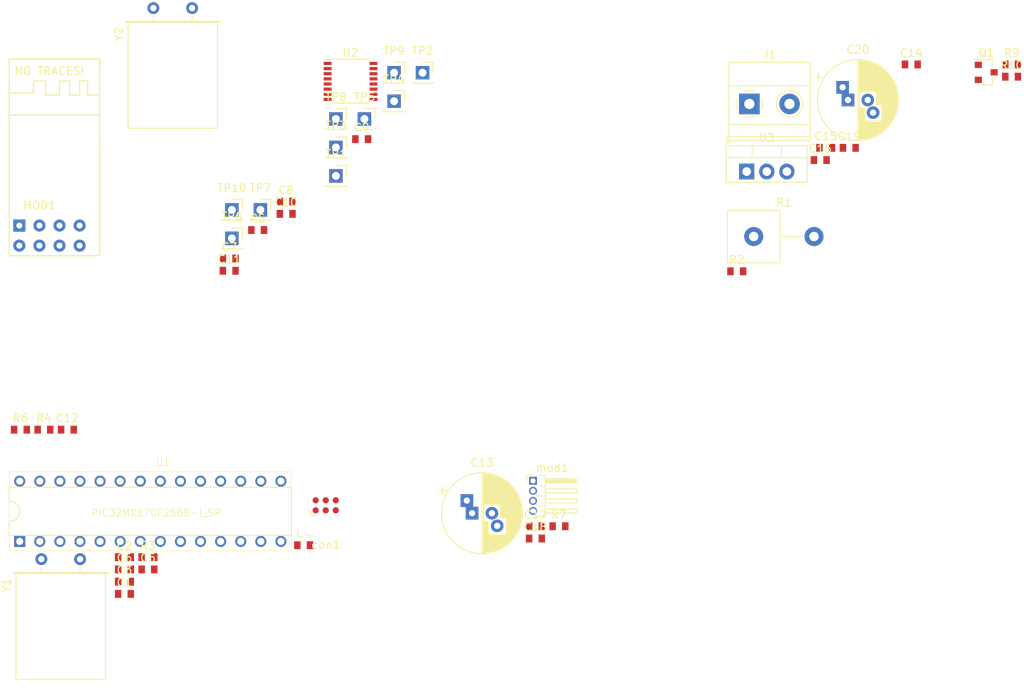
<source format=kicad_pcb>
(kicad_pcb (version 20171130) (host pcbnew "(5.0.0)")

  (general
    (thickness 1.6)
    (drawings 0)
    (tracks 0)
    (zones 0)
    (modules 49)
    (nets 36)
  )

  (page A4)
  (layers
    (0 F.Cu signal)
    (31 B.Cu signal)
    (32 B.Adhes user)
    (33 F.Adhes user)
    (34 B.Paste user)
    (35 F.Paste user)
    (36 B.SilkS user)
    (37 F.SilkS user)
    (38 B.Mask user)
    (39 F.Mask user)
    (40 Dwgs.User user)
    (41 Cmts.User user)
    (42 Eco1.User user)
    (43 Eco2.User user)
    (44 Edge.Cuts user)
    (45 Margin user)
    (46 B.CrtYd user)
    (47 F.CrtYd user)
    (48 B.Fab user)
    (49 F.Fab user)
  )

  (setup
    (last_trace_width 0.25)
    (trace_clearance 0.2)
    (zone_clearance 0.508)
    (zone_45_only no)
    (trace_min 0.2)
    (segment_width 0.2)
    (edge_width 0.15)
    (via_size 0.8)
    (via_drill 0.4)
    (via_min_size 0.4)
    (via_min_drill 0.3)
    (uvia_size 0.3)
    (uvia_drill 0.1)
    (uvias_allowed no)
    (uvia_min_size 0.2)
    (uvia_min_drill 0.1)
    (pcb_text_width 0.3)
    (pcb_text_size 1.5 1.5)
    (mod_edge_width 0.15)
    (mod_text_size 1 1)
    (mod_text_width 0.15)
    (pad_size 1.524 1.524)
    (pad_drill 0.762)
    (pad_to_mask_clearance 0.2)
    (aux_axis_origin 0 0)
    (visible_elements 7FFFFFFF)
    (pcbplotparams
      (layerselection 0x010fc_ffffffff)
      (usegerberextensions false)
      (usegerberattributes false)
      (usegerberadvancedattributes false)
      (creategerberjobfile false)
      (excludeedgelayer true)
      (linewidth 0.100000)
      (plotframeref false)
      (viasonmask false)
      (mode 1)
      (useauxorigin false)
      (hpglpennumber 1)
      (hpglpenspeed 20)
      (hpglpendiameter 15.000000)
      (psnegative false)
      (psa4output false)
      (plotreference true)
      (plotvalue true)
      (plotinvisibletext false)
      (padsonsilk false)
      (subtractmaskfromsilk false)
      (outputformat 1)
      (mirror false)
      (drillshape 1)
      (scaleselection 1)
      (outputdirectory ""))
  )

  (net 0 "")
  (net 1 GND)
  (net 2 "Net-(C1-Pad1)")
  (net 3 "Net-(C2-Pad2)")
  (net 4 +3V3)
  (net 5 "Net-(C6-Pad2)")
  (net 6 VCC)
  (net 7 "Net-(U1-Pad2)")
  (net 8 "Net-(U1-Pad3)")
  (net 9 "Net-(U1-Pad14)")
  (net 10 "Net-(U1-Pad15)")
  (net 11 "Net-(U1-Pad16)")
  (net 12 "Net-(U1-Pad17)")
  (net 13 "Net-(U2-Pad4)")
  (net 14 "Net-(U2-Pad10)")
  (net 15 "Net-(U2-Pad11)")
  (net 16 /controller/~MCLR)
  (net 17 /ESP8266/XTAL2)
  (net 18 /ESP8266/XTAL1)
  (net 19 /controller/PGED1)
  (net 20 /controller/PGEC1)
  (net 21 /ESP8266/TX)
  (net 22 /ESP8266/CH_PD)
  (net 23 /ESP8266/GPIO2)
  (net 24 /controller/RST)
  (net 25 /controller/GPIO0)
  (net 26 /ESP8266/RX)
  (net 27 "Net-(R7-Pad2)")
  (net 28 /controller/NEOPIX_OUT1)
  (net 29 /Neopixel/DI)
  (net 30 /controller/PhotoCel)
  (net 31 /ESP8266/RESET)
  (net 32 /ESP8266/SCL)
  (net 33 /ESP8266/SDA)
  (net 34 /ESP8266/~IRQ)
  (net 35 "Net-(U1-Pad18)")

  (net_class Default "Dit is de standaard class."
    (clearance 0.2)
    (trace_width 0.25)
    (via_dia 0.8)
    (via_drill 0.4)
    (uvia_dia 0.3)
    (uvia_drill 0.1)
    (add_net +3V3)
    (add_net /ESP8266/CH_PD)
    (add_net /ESP8266/GPIO2)
    (add_net /ESP8266/RESET)
    (add_net /ESP8266/RX)
    (add_net /ESP8266/SCL)
    (add_net /ESP8266/SDA)
    (add_net /ESP8266/TX)
    (add_net /ESP8266/XTAL1)
    (add_net /ESP8266/XTAL2)
    (add_net /ESP8266/~IRQ)
    (add_net /Neopixel/DI)
    (add_net /controller/GPIO0)
    (add_net /controller/NEOPIX_OUT1)
    (add_net /controller/PGEC1)
    (add_net /controller/PGED1)
    (add_net /controller/PhotoCel)
    (add_net /controller/RST)
    (add_net /controller/~MCLR)
    (add_net GND)
    (add_net "Net-(C1-Pad1)")
    (add_net "Net-(C2-Pad2)")
    (add_net "Net-(C6-Pad2)")
    (add_net "Net-(R7-Pad2)")
    (add_net "Net-(U1-Pad14)")
    (add_net "Net-(U1-Pad15)")
    (add_net "Net-(U1-Pad16)")
    (add_net "Net-(U1-Pad17)")
    (add_net "Net-(U1-Pad18)")
    (add_net "Net-(U1-Pad2)")
    (add_net "Net-(U1-Pad3)")
    (add_net "Net-(U2-Pad10)")
    (add_net "Net-(U2-Pad11)")
    (add_net "Net-(U2-Pad4)")
    (add_net VCC)
  )

  (module Capacitor_SMD:C_0603_1608Metric (layer F.Cu) (tedit 5AC5DB74) (tstamp 5C32731B)
    (at 99.979001 98.743001)
    (descr "Capacitor SMD 0603 (1608 Metric), square (rectangular) end terminal, IPC_7351 nominal, (Body size source: http://www.tortai-tech.com/upload/download/2011102023233369053.pdf), generated with kicad-footprint-generator")
    (tags capacitor)
    (path /5BA79AAB/5BC89369)
    (attr smd)
    (fp_text reference C1 (at 0 -1.45) (layer F.SilkS)
      (effects (font (size 1 1) (thickness 0.15)))
    )
    (fp_text value C_Small (at 0 1.45) (layer F.Fab)
      (effects (font (size 1 1) (thickness 0.15)))
    )
    (fp_text user %R (at 0 0) (layer F.Fab)
      (effects (font (size 0.4 0.4) (thickness 0.06)))
    )
    (fp_line (start 1.46 0.75) (end -1.46 0.75) (layer F.CrtYd) (width 0.05))
    (fp_line (start 1.46 -0.75) (end 1.46 0.75) (layer F.CrtYd) (width 0.05))
    (fp_line (start -1.46 -0.75) (end 1.46 -0.75) (layer F.CrtYd) (width 0.05))
    (fp_line (start -1.46 0.75) (end -1.46 -0.75) (layer F.CrtYd) (width 0.05))
    (fp_line (start 0.8 0.4) (end -0.8 0.4) (layer F.Fab) (width 0.1))
    (fp_line (start 0.8 -0.4) (end 0.8 0.4) (layer F.Fab) (width 0.1))
    (fp_line (start -0.8 -0.4) (end 0.8 -0.4) (layer F.Fab) (width 0.1))
    (fp_line (start -0.8 0.4) (end -0.8 -0.4) (layer F.Fab) (width 0.1))
    (pad 2 smd rect (at 0.8 0) (size 0.82 1) (layers F.Cu F.Paste F.Mask)
      (net 1 GND))
    (pad 1 smd rect (at -0.8 0) (size 0.82 1) (layers F.Cu F.Paste F.Mask)
      (net 2 "Net-(C1-Pad1)"))
    (model ${KISYS3DMOD}/Capacitor_SMD.3dshapes/C_0603_1608Metric.wrl
      (at (xyz 0 0 0))
      (scale (xyz 1 1 1))
      (rotate (xyz 0 0 0))
    )
  )

  (module Capacitor_SMD:C_0603_1608Metric (layer F.Cu) (tedit 5AC5DB74) (tstamp 5C32732A)
    (at 99.979001 94.093001)
    (descr "Capacitor SMD 0603 (1608 Metric), square (rectangular) end terminal, IPC_7351 nominal, (Body size source: http://www.tortai-tech.com/upload/download/2011102023233369053.pdf), generated with kicad-footprint-generator")
    (tags capacitor)
    (path /5BA79AAB/5BC8942F)
    (attr smd)
    (fp_text reference C2 (at 0 -1.45) (layer F.SilkS)
      (effects (font (size 1 1) (thickness 0.15)))
    )
    (fp_text value C_Small (at 0 1.45) (layer F.Fab)
      (effects (font (size 1 1) (thickness 0.15)))
    )
    (fp_line (start -0.8 0.4) (end -0.8 -0.4) (layer F.Fab) (width 0.1))
    (fp_line (start -0.8 -0.4) (end 0.8 -0.4) (layer F.Fab) (width 0.1))
    (fp_line (start 0.8 -0.4) (end 0.8 0.4) (layer F.Fab) (width 0.1))
    (fp_line (start 0.8 0.4) (end -0.8 0.4) (layer F.Fab) (width 0.1))
    (fp_line (start -1.46 0.75) (end -1.46 -0.75) (layer F.CrtYd) (width 0.05))
    (fp_line (start -1.46 -0.75) (end 1.46 -0.75) (layer F.CrtYd) (width 0.05))
    (fp_line (start 1.46 -0.75) (end 1.46 0.75) (layer F.CrtYd) (width 0.05))
    (fp_line (start 1.46 0.75) (end -1.46 0.75) (layer F.CrtYd) (width 0.05))
    (fp_text user %R (at 0 0) (layer F.Fab)
      (effects (font (size 0.4 0.4) (thickness 0.06)))
    )
    (pad 1 smd rect (at -0.8 0) (size 0.82 1) (layers F.Cu F.Paste F.Mask)
      (net 1 GND))
    (pad 2 smd rect (at 0.8 0) (size 0.82 1) (layers F.Cu F.Paste F.Mask)
      (net 3 "Net-(C2-Pad2)"))
    (model ${KISYS3DMOD}/Capacitor_SMD.3dshapes/C_0603_1608Metric.wrl
      (at (xyz 0 0 0))
      (scale (xyz 1 1 1))
      (rotate (xyz 0 0 0))
    )
  )

  (module Capacitor_SMD:C_0603_1608Metric (layer F.Cu) (tedit 5AC5DB74) (tstamp 5C327339)
    (at 99.979001 97.193001)
    (descr "Capacitor SMD 0603 (1608 Metric), square (rectangular) end terminal, IPC_7351 nominal, (Body size source: http://www.tortai-tech.com/upload/download/2011102023233369053.pdf), generated with kicad-footprint-generator")
    (tags capacitor)
    (path /5BA79AAB/5BC8A895)
    (attr smd)
    (fp_text reference C3 (at 0 -1.45) (layer F.SilkS)
      (effects (font (size 1 1) (thickness 0.15)))
    )
    (fp_text value C_Small (at 0 1.45) (layer F.Fab)
      (effects (font (size 1 1) (thickness 0.15)))
    )
    (fp_text user %R (at 0 0) (layer F.Fab)
      (effects (font (size 0.4 0.4) (thickness 0.06)))
    )
    (fp_line (start 1.46 0.75) (end -1.46 0.75) (layer F.CrtYd) (width 0.05))
    (fp_line (start 1.46 -0.75) (end 1.46 0.75) (layer F.CrtYd) (width 0.05))
    (fp_line (start -1.46 -0.75) (end 1.46 -0.75) (layer F.CrtYd) (width 0.05))
    (fp_line (start -1.46 0.75) (end -1.46 -0.75) (layer F.CrtYd) (width 0.05))
    (fp_line (start 0.8 0.4) (end -0.8 0.4) (layer F.Fab) (width 0.1))
    (fp_line (start 0.8 -0.4) (end 0.8 0.4) (layer F.Fab) (width 0.1))
    (fp_line (start -0.8 -0.4) (end 0.8 -0.4) (layer F.Fab) (width 0.1))
    (fp_line (start -0.8 0.4) (end -0.8 -0.4) (layer F.Fab) (width 0.1))
    (pad 2 smd rect (at 0.8 0) (size 0.82 1) (layers F.Cu F.Paste F.Mask)
      (net 1 GND))
    (pad 1 smd rect (at -0.8 0) (size 0.82 1) (layers F.Cu F.Paste F.Mask)
      (net 16 /controller/~MCLR))
    (model ${KISYS3DMOD}/Capacitor_SMD.3dshapes/C_0603_1608Metric.wrl
      (at (xyz 0 0 0))
      (scale (xyz 1 1 1))
      (rotate (xyz 0 0 0))
    )
  )

  (module Capacitor_SMD:C_0603_1608Metric (layer F.Cu) (tedit 5AC5DB74) (tstamp 5C327348)
    (at 122.629001 92.583001)
    (descr "Capacitor SMD 0603 (1608 Metric), square (rectangular) end terminal, IPC_7351 nominal, (Body size source: http://www.tortai-tech.com/upload/download/2011102023233369053.pdf), generated with kicad-footprint-generator")
    (tags capacitor)
    (path /5BA79AAB/5BC8CF7B)
    (attr smd)
    (fp_text reference C4 (at 0 -1.45) (layer F.SilkS)
      (effects (font (size 1 1) (thickness 0.15)))
    )
    (fp_text value C_Small (at 0 1.45) (layer F.Fab)
      (effects (font (size 1 1) (thickness 0.15)))
    )
    (fp_line (start -0.8 0.4) (end -0.8 -0.4) (layer F.Fab) (width 0.1))
    (fp_line (start -0.8 -0.4) (end 0.8 -0.4) (layer F.Fab) (width 0.1))
    (fp_line (start 0.8 -0.4) (end 0.8 0.4) (layer F.Fab) (width 0.1))
    (fp_line (start 0.8 0.4) (end -0.8 0.4) (layer F.Fab) (width 0.1))
    (fp_line (start -1.46 0.75) (end -1.46 -0.75) (layer F.CrtYd) (width 0.05))
    (fp_line (start -1.46 -0.75) (end 1.46 -0.75) (layer F.CrtYd) (width 0.05))
    (fp_line (start 1.46 -0.75) (end 1.46 0.75) (layer F.CrtYd) (width 0.05))
    (fp_line (start 1.46 0.75) (end -1.46 0.75) (layer F.CrtYd) (width 0.05))
    (fp_text user %R (at 0 0) (layer F.Fab)
      (effects (font (size 0.4 0.4) (thickness 0.06)))
    )
    (pad 1 smd rect (at -0.8 0) (size 0.82 1) (layers F.Cu F.Paste F.Mask)
      (net 4 +3V3))
    (pad 2 smd rect (at 0.8 0) (size 0.82 1) (layers F.Cu F.Paste F.Mask)
      (net 1 GND))
    (model ${KISYS3DMOD}/Capacitor_SMD.3dshapes/C_0603_1608Metric.wrl
      (at (xyz 0 0 0))
      (scale (xyz 1 1 1))
      (rotate (xyz 0 0 0))
    )
  )

  (module Capacitor_SMD:C_0603_1608Metric (layer F.Cu) (tedit 5AC5DB74) (tstamp 5C327357)
    (at 102.949001 95.643001)
    (descr "Capacitor SMD 0603 (1608 Metric), square (rectangular) end terminal, IPC_7351 nominal, (Body size source: http://www.tortai-tech.com/upload/download/2011102023233369053.pdf), generated with kicad-footprint-generator")
    (tags capacitor)
    (path /5BA79AAB/5BC8CEE7)
    (attr smd)
    (fp_text reference C5 (at 0 -1.45) (layer F.SilkS)
      (effects (font (size 1 1) (thickness 0.15)))
    )
    (fp_text value C_Small (at 0 1.45) (layer F.Fab)
      (effects (font (size 1 1) (thickness 0.15)))
    )
    (fp_text user %R (at 0 0) (layer F.Fab)
      (effects (font (size 0.4 0.4) (thickness 0.06)))
    )
    (fp_line (start 1.46 0.75) (end -1.46 0.75) (layer F.CrtYd) (width 0.05))
    (fp_line (start 1.46 -0.75) (end 1.46 0.75) (layer F.CrtYd) (width 0.05))
    (fp_line (start -1.46 -0.75) (end 1.46 -0.75) (layer F.CrtYd) (width 0.05))
    (fp_line (start -1.46 0.75) (end -1.46 -0.75) (layer F.CrtYd) (width 0.05))
    (fp_line (start 0.8 0.4) (end -0.8 0.4) (layer F.Fab) (width 0.1))
    (fp_line (start 0.8 -0.4) (end 0.8 0.4) (layer F.Fab) (width 0.1))
    (fp_line (start -0.8 -0.4) (end 0.8 -0.4) (layer F.Fab) (width 0.1))
    (fp_line (start -0.8 0.4) (end -0.8 -0.4) (layer F.Fab) (width 0.1))
    (pad 2 smd rect (at 0.8 0) (size 0.82 1) (layers F.Cu F.Paste F.Mask)
      (net 1 GND))
    (pad 1 smd rect (at -0.8 0) (size 0.82 1) (layers F.Cu F.Paste F.Mask)
      (net 4 +3V3))
    (model ${KISYS3DMOD}/Capacitor_SMD.3dshapes/C_0603_1608Metric.wrl
      (at (xyz 0 0 0))
      (scale (xyz 1 1 1))
      (rotate (xyz 0 0 0))
    )
  )

  (module Capacitor_SMD:C_0603_1608Metric (layer F.Cu) (tedit 5AC5DB74) (tstamp 5C327366)
    (at 99.979001 95.643001)
    (descr "Capacitor SMD 0603 (1608 Metric), square (rectangular) end terminal, IPC_7351 nominal, (Body size source: http://www.tortai-tech.com/upload/download/2011102023233369053.pdf), generated with kicad-footprint-generator")
    (tags capacitor)
    (path /5BA79AAB/5BC8C5E0)
    (attr smd)
    (fp_text reference C6 (at 0 -1.45) (layer F.SilkS)
      (effects (font (size 1 1) (thickness 0.15)))
    )
    (fp_text value C_Small (at 0 1.45) (layer F.Fab)
      (effects (font (size 1 1) (thickness 0.15)))
    )
    (fp_line (start -0.8 0.4) (end -0.8 -0.4) (layer F.Fab) (width 0.1))
    (fp_line (start -0.8 -0.4) (end 0.8 -0.4) (layer F.Fab) (width 0.1))
    (fp_line (start 0.8 -0.4) (end 0.8 0.4) (layer F.Fab) (width 0.1))
    (fp_line (start 0.8 0.4) (end -0.8 0.4) (layer F.Fab) (width 0.1))
    (fp_line (start -1.46 0.75) (end -1.46 -0.75) (layer F.CrtYd) (width 0.05))
    (fp_line (start -1.46 -0.75) (end 1.46 -0.75) (layer F.CrtYd) (width 0.05))
    (fp_line (start 1.46 -0.75) (end 1.46 0.75) (layer F.CrtYd) (width 0.05))
    (fp_line (start 1.46 0.75) (end -1.46 0.75) (layer F.CrtYd) (width 0.05))
    (fp_text user %R (at 0 0) (layer F.Fab)
      (effects (font (size 0.4 0.4) (thickness 0.06)))
    )
    (pad 1 smd rect (at -0.8 0) (size 0.82 1) (layers F.Cu F.Paste F.Mask)
      (net 1 GND))
    (pad 2 smd rect (at 0.8 0) (size 0.82 1) (layers F.Cu F.Paste F.Mask)
      (net 5 "Net-(C6-Pad2)"))
    (model ${KISYS3DMOD}/Capacitor_SMD.3dshapes/C_0603_1608Metric.wrl
      (at (xyz 0 0 0))
      (scale (xyz 1 1 1))
      (rotate (xyz 0 0 0))
    )
  )

  (module Capacitor_SMD:C_0603_1608Metric (layer F.Cu) (tedit 5AC5DB74) (tstamp 5C327375)
    (at 113.219001 56.313001)
    (descr "Capacitor SMD 0603 (1608 Metric), square (rectangular) end terminal, IPC_7351 nominal, (Body size source: http://www.tortai-tech.com/upload/download/2011102023233369053.pdf), generated with kicad-footprint-generator")
    (tags capacitor)
    (path /5BCCFC94/5BD5029A)
    (attr smd)
    (fp_text reference C7 (at 0 -1.45) (layer F.SilkS)
      (effects (font (size 1 1) (thickness 0.15)))
    )
    (fp_text value C_Small (at 0 1.45) (layer F.Fab)
      (effects (font (size 1 1) (thickness 0.15)))
    )
    (fp_line (start -0.8 0.4) (end -0.8 -0.4) (layer F.Fab) (width 0.1))
    (fp_line (start -0.8 -0.4) (end 0.8 -0.4) (layer F.Fab) (width 0.1))
    (fp_line (start 0.8 -0.4) (end 0.8 0.4) (layer F.Fab) (width 0.1))
    (fp_line (start 0.8 0.4) (end -0.8 0.4) (layer F.Fab) (width 0.1))
    (fp_line (start -1.46 0.75) (end -1.46 -0.75) (layer F.CrtYd) (width 0.05))
    (fp_line (start -1.46 -0.75) (end 1.46 -0.75) (layer F.CrtYd) (width 0.05))
    (fp_line (start 1.46 -0.75) (end 1.46 0.75) (layer F.CrtYd) (width 0.05))
    (fp_line (start 1.46 0.75) (end -1.46 0.75) (layer F.CrtYd) (width 0.05))
    (fp_text user %R (at 0 0) (layer F.Fab)
      (effects (font (size 0.4 0.4) (thickness 0.06)))
    )
    (pad 1 smd rect (at -0.8 0) (size 0.82 1) (layers F.Cu F.Paste F.Mask)
      (net 4 +3V3))
    (pad 2 smd rect (at 0.8 0) (size 0.82 1) (layers F.Cu F.Paste F.Mask)
      (net 1 GND))
    (model ${KISYS3DMOD}/Capacitor_SMD.3dshapes/C_0603_1608Metric.wrl
      (at (xyz 0 0 0))
      (scale (xyz 1 1 1))
      (rotate (xyz 0 0 0))
    )
  )

  (module Capacitor_SMD:C_0603_1608Metric (layer F.Cu) (tedit 5AC5DB74) (tstamp 5C327384)
    (at 120.419001 49.113001)
    (descr "Capacitor SMD 0603 (1608 Metric), square (rectangular) end terminal, IPC_7351 nominal, (Body size source: http://www.tortai-tech.com/upload/download/2011102023233369053.pdf), generated with kicad-footprint-generator")
    (tags capacitor)
    (path /5BCCFC94/5BD502E8)
    (attr smd)
    (fp_text reference C8 (at 0 -1.45) (layer F.SilkS)
      (effects (font (size 1 1) (thickness 0.15)))
    )
    (fp_text value C_Small (at 0 1.45) (layer F.Fab)
      (effects (font (size 1 1) (thickness 0.15)))
    )
    (fp_line (start -0.8 0.4) (end -0.8 -0.4) (layer F.Fab) (width 0.1))
    (fp_line (start -0.8 -0.4) (end 0.8 -0.4) (layer F.Fab) (width 0.1))
    (fp_line (start 0.8 -0.4) (end 0.8 0.4) (layer F.Fab) (width 0.1))
    (fp_line (start 0.8 0.4) (end -0.8 0.4) (layer F.Fab) (width 0.1))
    (fp_line (start -1.46 0.75) (end -1.46 -0.75) (layer F.CrtYd) (width 0.05))
    (fp_line (start -1.46 -0.75) (end 1.46 -0.75) (layer F.CrtYd) (width 0.05))
    (fp_line (start 1.46 -0.75) (end 1.46 0.75) (layer F.CrtYd) (width 0.05))
    (fp_line (start 1.46 0.75) (end -1.46 0.75) (layer F.CrtYd) (width 0.05))
    (fp_text user %R (at 0 0) (layer F.Fab)
      (effects (font (size 0.4 0.4) (thickness 0.06)))
    )
    (pad 1 smd rect (at -0.8 0) (size 0.82 1) (layers F.Cu F.Paste F.Mask)
      (net 4 +3V3))
    (pad 2 smd rect (at 0.8 0) (size 0.82 1) (layers F.Cu F.Paste F.Mask)
      (net 1 GND))
    (model ${KISYS3DMOD}/Capacitor_SMD.3dshapes/C_0603_1608Metric.wrl
      (at (xyz 0 0 0))
      (scale (xyz 1 1 1))
      (rotate (xyz 0 0 0))
    )
  )

  (module Capacitor_SMD:C_0603_1608Metric (layer F.Cu) (tedit 5AC5DB74) (tstamp 5C327393)
    (at 129.969001 41.213001)
    (descr "Capacitor SMD 0603 (1608 Metric), square (rectangular) end terminal, IPC_7351 nominal, (Body size source: http://www.tortai-tech.com/upload/download/2011102023233369053.pdf), generated with kicad-footprint-generator")
    (tags capacitor)
    (path /5BCCFC94/5BD4A851)
    (attr smd)
    (fp_text reference C9 (at 0 -1.45) (layer F.SilkS)
      (effects (font (size 1 1) (thickness 0.15)))
    )
    (fp_text value C_Small (at 0 1.45) (layer F.Fab)
      (effects (font (size 1 1) (thickness 0.15)))
    )
    (fp_line (start -0.8 0.4) (end -0.8 -0.4) (layer F.Fab) (width 0.1))
    (fp_line (start -0.8 -0.4) (end 0.8 -0.4) (layer F.Fab) (width 0.1))
    (fp_line (start 0.8 -0.4) (end 0.8 0.4) (layer F.Fab) (width 0.1))
    (fp_line (start 0.8 0.4) (end -0.8 0.4) (layer F.Fab) (width 0.1))
    (fp_line (start -1.46 0.75) (end -1.46 -0.75) (layer F.CrtYd) (width 0.05))
    (fp_line (start -1.46 -0.75) (end 1.46 -0.75) (layer F.CrtYd) (width 0.05))
    (fp_line (start 1.46 -0.75) (end 1.46 0.75) (layer F.CrtYd) (width 0.05))
    (fp_line (start 1.46 0.75) (end -1.46 0.75) (layer F.CrtYd) (width 0.05))
    (fp_text user %R (at 0 0) (layer F.Fab)
      (effects (font (size 0.4 0.4) (thickness 0.06)))
    )
    (pad 1 smd rect (at -0.8 0) (size 0.82 1) (layers F.Cu F.Paste F.Mask)
      (net 4 +3V3))
    (pad 2 smd rect (at 0.8 0) (size 0.82 1) (layers F.Cu F.Paste F.Mask)
      (net 1 GND))
    (model ${KISYS3DMOD}/Capacitor_SMD.3dshapes/C_0603_1608Metric.wrl
      (at (xyz 0 0 0))
      (scale (xyz 1 1 1))
      (rotate (xyz 0 0 0))
    )
  )

  (module Capacitor_SMD:C_0603_1608Metric (layer F.Cu) (tedit 5AC5DB74) (tstamp 5C3273A2)
    (at 120.419001 50.663001)
    (descr "Capacitor SMD 0603 (1608 Metric), square (rectangular) end terminal, IPC_7351 nominal, (Body size source: http://www.tortai-tech.com/upload/download/2011102023233369053.pdf), generated with kicad-footprint-generator")
    (tags capacitor)
    (path /5BCCFC94/5BD2343B)
    (attr smd)
    (fp_text reference C10 (at 0 -1.45) (layer F.SilkS)
      (effects (font (size 1 1) (thickness 0.15)))
    )
    (fp_text value C_Small (at 0 1.45) (layer F.Fab)
      (effects (font (size 1 1) (thickness 0.15)))
    )
    (fp_text user %R (at 0 0) (layer F.Fab)
      (effects (font (size 0.4 0.4) (thickness 0.06)))
    )
    (fp_line (start 1.46 0.75) (end -1.46 0.75) (layer F.CrtYd) (width 0.05))
    (fp_line (start 1.46 -0.75) (end 1.46 0.75) (layer F.CrtYd) (width 0.05))
    (fp_line (start -1.46 -0.75) (end 1.46 -0.75) (layer F.CrtYd) (width 0.05))
    (fp_line (start -1.46 0.75) (end -1.46 -0.75) (layer F.CrtYd) (width 0.05))
    (fp_line (start 0.8 0.4) (end -0.8 0.4) (layer F.Fab) (width 0.1))
    (fp_line (start 0.8 -0.4) (end 0.8 0.4) (layer F.Fab) (width 0.1))
    (fp_line (start -0.8 -0.4) (end 0.8 -0.4) (layer F.Fab) (width 0.1))
    (fp_line (start -0.8 0.4) (end -0.8 -0.4) (layer F.Fab) (width 0.1))
    (pad 2 smd rect (at 0.8 0) (size 0.82 1) (layers F.Cu F.Paste F.Mask)
      (net 1 GND))
    (pad 1 smd rect (at -0.8 0) (size 0.82 1) (layers F.Cu F.Paste F.Mask)
      (net 17 /ESP8266/XTAL2))
    (model ${KISYS3DMOD}/Capacitor_SMD.3dshapes/C_0603_1608Metric.wrl
      (at (xyz 0 0 0))
      (scale (xyz 1 1 1))
      (rotate (xyz 0 0 0))
    )
  )

  (module Capacitor_SMD:C_0603_1608Metric (layer F.Cu) (tedit 5AC5DB74) (tstamp 5C3273B1)
    (at 113.219001 57.863001)
    (descr "Capacitor SMD 0603 (1608 Metric), square (rectangular) end terminal, IPC_7351 nominal, (Body size source: http://www.tortai-tech.com/upload/download/2011102023233369053.pdf), generated with kicad-footprint-generator")
    (tags capacitor)
    (path /5BCCFC94/5BD4A7ED)
    (attr smd)
    (fp_text reference C11 (at 0 -1.45) (layer F.SilkS)
      (effects (font (size 1 1) (thickness 0.15)))
    )
    (fp_text value C_Small (at 0 1.45) (layer F.Fab)
      (effects (font (size 1 1) (thickness 0.15)))
    )
    (fp_text user %R (at 0 0) (layer F.Fab)
      (effects (font (size 0.4 0.4) (thickness 0.06)))
    )
    (fp_line (start 1.46 0.75) (end -1.46 0.75) (layer F.CrtYd) (width 0.05))
    (fp_line (start 1.46 -0.75) (end 1.46 0.75) (layer F.CrtYd) (width 0.05))
    (fp_line (start -1.46 -0.75) (end 1.46 -0.75) (layer F.CrtYd) (width 0.05))
    (fp_line (start -1.46 0.75) (end -1.46 -0.75) (layer F.CrtYd) (width 0.05))
    (fp_line (start 0.8 0.4) (end -0.8 0.4) (layer F.Fab) (width 0.1))
    (fp_line (start 0.8 -0.4) (end 0.8 0.4) (layer F.Fab) (width 0.1))
    (fp_line (start -0.8 -0.4) (end 0.8 -0.4) (layer F.Fab) (width 0.1))
    (fp_line (start -0.8 0.4) (end -0.8 -0.4) (layer F.Fab) (width 0.1))
    (pad 2 smd rect (at 0.8 0) (size 0.82 1) (layers F.Cu F.Paste F.Mask)
      (net 1 GND))
    (pad 1 smd rect (at -0.8 0) (size 0.82 1) (layers F.Cu F.Paste F.Mask)
      (net 4 +3V3))
    (model ${KISYS3DMOD}/Capacitor_SMD.3dshapes/C_0603_1608Metric.wrl
      (at (xyz 0 0 0))
      (scale (xyz 1 1 1))
      (rotate (xyz 0 0 0))
    )
  )

  (module Capacitor_SMD:C_0603_1608Metric (layer F.Cu) (tedit 5AC5DB74) (tstamp 5C3273C0)
    (at 92.769001 77.963001)
    (descr "Capacitor SMD 0603 (1608 Metric), square (rectangular) end terminal, IPC_7351 nominal, (Body size source: http://www.tortai-tech.com/upload/download/2011102023233369053.pdf), generated with kicad-footprint-generator")
    (tags capacitor)
    (path /5BCCFC94/5BD2348F)
    (attr smd)
    (fp_text reference C12 (at 0 -1.45) (layer F.SilkS)
      (effects (font (size 1 1) (thickness 0.15)))
    )
    (fp_text value C_Small (at 0 1.45) (layer F.Fab)
      (effects (font (size 1 1) (thickness 0.15)))
    )
    (fp_text user %R (at 0 0) (layer F.Fab)
      (effects (font (size 0.4 0.4) (thickness 0.06)))
    )
    (fp_line (start 1.46 0.75) (end -1.46 0.75) (layer F.CrtYd) (width 0.05))
    (fp_line (start 1.46 -0.75) (end 1.46 0.75) (layer F.CrtYd) (width 0.05))
    (fp_line (start -1.46 -0.75) (end 1.46 -0.75) (layer F.CrtYd) (width 0.05))
    (fp_line (start -1.46 0.75) (end -1.46 -0.75) (layer F.CrtYd) (width 0.05))
    (fp_line (start 0.8 0.4) (end -0.8 0.4) (layer F.Fab) (width 0.1))
    (fp_line (start 0.8 -0.4) (end 0.8 0.4) (layer F.Fab) (width 0.1))
    (fp_line (start -0.8 -0.4) (end 0.8 -0.4) (layer F.Fab) (width 0.1))
    (fp_line (start -0.8 0.4) (end -0.8 -0.4) (layer F.Fab) (width 0.1))
    (pad 2 smd rect (at 0.8 0) (size 0.82 1) (layers F.Cu F.Paste F.Mask)
      (net 1 GND))
    (pad 1 smd rect (at -0.8 0) (size 0.82 1) (layers F.Cu F.Paste F.Mask)
      (net 18 /ESP8266/XTAL1))
    (model ${KISYS3DMOD}/Capacitor_SMD.3dshapes/C_0603_1608Metric.wrl
      (at (xyz 0 0 0))
      (scale (xyz 1 1 1))
      (rotate (xyz 0 0 0))
    )
  )

  (module Capacitor_THT:CP_Radial_D10.0mm_P2.50mm_P5.00mm (layer F.Cu) (tedit 5A533290) (tstamp 5C327495)
    (at 143.923647 88.533001)
    (descr "CP, Radial series, Radial, pin pitch=2.50mm 5.00mm, , diameter=10mm, Electrolytic Capacitor")
    (tags "CP Radial series Radial pin pitch 2.50mm 5.00mm  diameter 10mm Electrolytic Capacitor")
    (path /5BFAE0EC/5C1FC75F)
    (fp_text reference C13 (at 1.25 -6.37) (layer F.SilkS)
      (effects (font (size 1 1) (thickness 0.15)))
    )
    (fp_text value C (at 1.25 6.37) (layer F.Fab)
      (effects (font (size 1 1) (thickness 0.15)))
    )
    (fp_text user %R (at 1.25 0) (layer F.Fab)
      (effects (font (size 1 1) (thickness 0.15)))
    )
    (fp_line (start -3.729646 -3.375) (end -3.729646 -2.375) (layer F.SilkS) (width 0.12))
    (fp_line (start -4.229646 -2.875) (end -3.229646 -2.875) (layer F.SilkS) (width 0.12))
    (fp_line (start 6.331 -0.599) (end 6.331 0.599) (layer F.SilkS) (width 0.12))
    (fp_line (start 6.291 -0.862) (end 6.291 0.862) (layer F.SilkS) (width 0.12))
    (fp_line (start 6.251 -1.062) (end 6.251 1.062) (layer F.SilkS) (width 0.12))
    (fp_line (start 6.211 -1.23) (end 6.211 1.23) (layer F.SilkS) (width 0.12))
    (fp_line (start 6.171 -1.378) (end 6.171 1.378) (layer F.SilkS) (width 0.12))
    (fp_line (start 6.131 -1.51) (end 6.131 1.51) (layer F.SilkS) (width 0.12))
    (fp_line (start 6.091 -1.63) (end 6.091 1.63) (layer F.SilkS) (width 0.12))
    (fp_line (start 6.051 -1.742) (end 6.051 1.742) (layer F.SilkS) (width 0.12))
    (fp_line (start 6.011 -1.846) (end 6.011 1.846) (layer F.SilkS) (width 0.12))
    (fp_line (start 5.971 -1.944) (end 5.971 1.944) (layer F.SilkS) (width 0.12))
    (fp_line (start 5.931 -2.037) (end 5.931 2.037) (layer F.SilkS) (width 0.12))
    (fp_line (start 5.891 -2.125) (end 5.891 2.125) (layer F.SilkS) (width 0.12))
    (fp_line (start 5.851 -2.209) (end 5.851 2.209) (layer F.SilkS) (width 0.12))
    (fp_line (start 5.811 -2.289) (end 5.811 2.289) (layer F.SilkS) (width 0.12))
    (fp_line (start 5.771 -2.365) (end 5.771 2.365) (layer F.SilkS) (width 0.12))
    (fp_line (start 5.731 -2.439) (end 5.731 2.439) (layer F.SilkS) (width 0.12))
    (fp_line (start 5.691 -2.51) (end 5.691 2.51) (layer F.SilkS) (width 0.12))
    (fp_line (start 5.651 -2.579) (end 5.651 2.579) (layer F.SilkS) (width 0.12))
    (fp_line (start 5.611 -2.645) (end 5.611 2.645) (layer F.SilkS) (width 0.12))
    (fp_line (start 5.571 -2.709) (end 5.571 2.709) (layer F.SilkS) (width 0.12))
    (fp_line (start 5.531 -2.77) (end 5.531 2.77) (layer F.SilkS) (width 0.12))
    (fp_line (start 5.491 -2.83) (end 5.491 2.83) (layer F.SilkS) (width 0.12))
    (fp_line (start 5.451 -2.889) (end 5.451 2.889) (layer F.SilkS) (width 0.12))
    (fp_line (start 5.411 -2.945) (end 5.411 2.945) (layer F.SilkS) (width 0.12))
    (fp_line (start 5.371 -3) (end 5.371 3) (layer F.SilkS) (width 0.12))
    (fp_line (start 5.331 -3.054) (end 5.331 3.054) (layer F.SilkS) (width 0.12))
    (fp_line (start 5.291 -3.106) (end 5.291 3.106) (layer F.SilkS) (width 0.12))
    (fp_line (start 5.251 -3.156) (end 5.251 3.156) (layer F.SilkS) (width 0.12))
    (fp_line (start 5.211 -3.206) (end 5.211 3.206) (layer F.SilkS) (width 0.12))
    (fp_line (start 5.171 -3.254) (end 5.171 3.254) (layer F.SilkS) (width 0.12))
    (fp_line (start 5.131 -3.301) (end 5.131 3.301) (layer F.SilkS) (width 0.12))
    (fp_line (start 5.091 -3.347) (end 5.091 3.347) (layer F.SilkS) (width 0.12))
    (fp_line (start 5.051 -3.392) (end 5.051 3.392) (layer F.SilkS) (width 0.12))
    (fp_line (start 5.011 -3.436) (end 5.011 3.436) (layer F.SilkS) (width 0.12))
    (fp_line (start 4.971 -3.478) (end 4.971 3.478) (layer F.SilkS) (width 0.12))
    (fp_line (start 4.931 -3.52) (end 4.931 3.52) (layer F.SilkS) (width 0.12))
    (fp_line (start 4.891 -3.561) (end 4.891 3.561) (layer F.SilkS) (width 0.12))
    (fp_line (start 4.851 -3.601) (end 4.851 3.601) (layer F.SilkS) (width 0.12))
    (fp_line (start 4.811 -3.64) (end 4.811 3.64) (layer F.SilkS) (width 0.12))
    (fp_line (start 4.771 -3.679) (end 4.771 3.679) (layer F.SilkS) (width 0.12))
    (fp_line (start 4.731 -3.716) (end 4.731 3.716) (layer F.SilkS) (width 0.12))
    (fp_line (start 4.691 -3.753) (end 4.691 3.753) (layer F.SilkS) (width 0.12))
    (fp_line (start 4.651 -3.789) (end 4.651 3.789) (layer F.SilkS) (width 0.12))
    (fp_line (start 4.611 -3.824) (end 4.611 3.824) (layer F.SilkS) (width 0.12))
    (fp_line (start 4.571 -3.858) (end 4.571 3.858) (layer F.SilkS) (width 0.12))
    (fp_line (start 4.531 -3.892) (end 4.531 3.892) (layer F.SilkS) (width 0.12))
    (fp_line (start 4.491 -3.925) (end 4.491 3.925) (layer F.SilkS) (width 0.12))
    (fp_line (start 4.451 -3.957) (end 4.451 3.957) (layer F.SilkS) (width 0.12))
    (fp_line (start 4.411 -3.989) (end 4.411 3.989) (layer F.SilkS) (width 0.12))
    (fp_line (start 4.371 -4.02) (end 4.371 4.02) (layer F.SilkS) (width 0.12))
    (fp_line (start 4.331 -4.05) (end 4.331 4.05) (layer F.SilkS) (width 0.12))
    (fp_line (start 4.291 -4.08) (end 4.291 4.08) (layer F.SilkS) (width 0.12))
    (fp_line (start 4.251 -4.11) (end 4.251 4.11) (layer F.SilkS) (width 0.12))
    (fp_line (start 4.211 2.64) (end 4.211 4.138) (layer F.SilkS) (width 0.12))
    (fp_line (start 4.211 -4.138) (end 4.211 0.56) (layer F.SilkS) (width 0.12))
    (fp_line (start 4.171 2.64) (end 4.171 4.166) (layer F.SilkS) (width 0.12))
    (fp_line (start 4.171 -4.166) (end 4.171 0.56) (layer F.SilkS) (width 0.12))
    (fp_line (start 4.131 2.64) (end 4.131 4.194) (layer F.SilkS) (width 0.12))
    (fp_line (start 4.131 -4.194) (end 4.131 0.56) (layer F.SilkS) (width 0.12))
    (fp_line (start 4.091 2.64) (end 4.091 4.221) (layer F.SilkS) (width 0.12))
    (fp_line (start 4.091 -4.221) (end 4.091 0.56) (layer F.SilkS) (width 0.12))
    (fp_line (start 4.051 2.64) (end 4.051 4.247) (layer F.SilkS) (width 0.12))
    (fp_line (start 4.051 -4.247) (end 4.051 0.56) (layer F.SilkS) (width 0.12))
    (fp_line (start 4.011 2.64) (end 4.011 4.273) (layer F.SilkS) (width 0.12))
    (fp_line (start 4.011 -4.273) (end 4.011 0.56) (layer F.SilkS) (width 0.12))
    (fp_line (start 3.971 2.64) (end 3.971 4.298) (layer F.SilkS) (width 0.12))
    (fp_line (start 3.971 -4.298) (end 3.971 0.56) (layer F.SilkS) (width 0.12))
    (fp_line (start 3.931 2.64) (end 3.931 4.323) (layer F.SilkS) (width 0.12))
    (fp_line (start 3.931 -4.323) (end 3.931 0.56) (layer F.SilkS) (width 0.12))
    (fp_line (start 3.891 2.64) (end 3.891 4.347) (layer F.SilkS) (width 0.12))
    (fp_line (start 3.891 -4.347) (end 3.891 0.56) (layer F.SilkS) (width 0.12))
    (fp_line (start 3.851 2.64) (end 3.851 4.371) (layer F.SilkS) (width 0.12))
    (fp_line (start 3.851 -4.371) (end 3.851 0.56) (layer F.SilkS) (width 0.12))
    (fp_line (start 3.811 2.64) (end 3.811 4.395) (layer F.SilkS) (width 0.12))
    (fp_line (start 3.811 -4.395) (end 3.811 0.56) (layer F.SilkS) (width 0.12))
    (fp_line (start 3.771 2.64) (end 3.771 4.417) (layer F.SilkS) (width 0.12))
    (fp_line (start 3.771 -4.417) (end 3.771 0.56) (layer F.SilkS) (width 0.12))
    (fp_line (start 3.731 2.64) (end 3.731 4.44) (layer F.SilkS) (width 0.12))
    (fp_line (start 3.731 -4.44) (end 3.731 0.56) (layer F.SilkS) (width 0.12))
    (fp_line (start 3.691 2.64) (end 3.691 4.462) (layer F.SilkS) (width 0.12))
    (fp_line (start 3.691 -4.462) (end 3.691 0.56) (layer F.SilkS) (width 0.12))
    (fp_line (start 3.651 2.64) (end 3.651 4.483) (layer F.SilkS) (width 0.12))
    (fp_line (start 3.651 -4.483) (end 3.651 0.56) (layer F.SilkS) (width 0.12))
    (fp_line (start 3.611 2.64) (end 3.611 4.504) (layer F.SilkS) (width 0.12))
    (fp_line (start 3.611 -4.504) (end 3.611 0.56) (layer F.SilkS) (width 0.12))
    (fp_line (start 3.571 2.64) (end 3.571 4.525) (layer F.SilkS) (width 0.12))
    (fp_line (start 3.571 -4.525) (end 3.571 0.56) (layer F.SilkS) (width 0.12))
    (fp_line (start 3.531 2.64) (end 3.531 4.545) (layer F.SilkS) (width 0.12))
    (fp_line (start 3.531 -4.545) (end 3.531 -1.04) (layer F.SilkS) (width 0.12))
    (fp_line (start 3.491 2.64) (end 3.491 4.564) (layer F.SilkS) (width 0.12))
    (fp_line (start 3.491 -4.564) (end 3.491 -1.04) (layer F.SilkS) (width 0.12))
    (fp_line (start 3.451 2.64) (end 3.451 4.584) (layer F.SilkS) (width 0.12))
    (fp_line (start 3.451 -4.584) (end 3.451 -1.04) (layer F.SilkS) (width 0.12))
    (fp_line (start 3.411 2.64) (end 3.411 4.603) (layer F.SilkS) (width 0.12))
    (fp_line (start 3.411 -4.603) (end 3.411 -1.04) (layer F.SilkS) (width 0.12))
    (fp_line (start 3.371 2.64) (end 3.371 4.621) (layer F.SilkS) (width 0.12))
    (fp_line (start 3.371 -4.621) (end 3.371 -1.04) (layer F.SilkS) (width 0.12))
    (fp_line (start 3.331 2.64) (end 3.331 4.639) (layer F.SilkS) (width 0.12))
    (fp_line (start 3.331 -4.639) (end 3.331 -1.04) (layer F.SilkS) (width 0.12))
    (fp_line (start 3.291 2.64) (end 3.291 4.657) (layer F.SilkS) (width 0.12))
    (fp_line (start 3.291 -4.657) (end 3.291 -1.04) (layer F.SilkS) (width 0.12))
    (fp_line (start 3.251 2.64) (end 3.251 4.674) (layer F.SilkS) (width 0.12))
    (fp_line (start 3.251 -4.674) (end 3.251 -1.04) (layer F.SilkS) (width 0.12))
    (fp_line (start 3.211 2.64) (end 3.211 4.69) (layer F.SilkS) (width 0.12))
    (fp_line (start 3.211 -4.69) (end 3.211 -1.04) (layer F.SilkS) (width 0.12))
    (fp_line (start 3.171 2.64) (end 3.171 4.707) (layer F.SilkS) (width 0.12))
    (fp_line (start 3.171 -4.707) (end 3.171 -1.04) (layer F.SilkS) (width 0.12))
    (fp_line (start 3.131 2.64) (end 3.131 4.723) (layer F.SilkS) (width 0.12))
    (fp_line (start 3.131 -4.723) (end 3.131 -1.04) (layer F.SilkS) (width 0.12))
    (fp_line (start 3.091 2.64) (end 3.091 4.738) (layer F.SilkS) (width 0.12))
    (fp_line (start 3.091 -4.738) (end 3.091 -1.04) (layer F.SilkS) (width 0.12))
    (fp_line (start 3.051 2.64) (end 3.051 4.754) (layer F.SilkS) (width 0.12))
    (fp_line (start 3.051 -4.754) (end 3.051 -1.04) (layer F.SilkS) (width 0.12))
    (fp_line (start 3.011 2.64) (end 3.011 4.768) (layer F.SilkS) (width 0.12))
    (fp_line (start 3.011 -4.768) (end 3.011 -1.04) (layer F.SilkS) (width 0.12))
    (fp_line (start 2.971 2.64) (end 2.971 4.783) (layer F.SilkS) (width 0.12))
    (fp_line (start 2.971 -4.783) (end 2.971 -1.04) (layer F.SilkS) (width 0.12))
    (fp_line (start 2.931 2.64) (end 2.931 4.797) (layer F.SilkS) (width 0.12))
    (fp_line (start 2.931 -4.797) (end 2.931 -1.04) (layer F.SilkS) (width 0.12))
    (fp_line (start 2.891 2.64) (end 2.891 4.811) (layer F.SilkS) (width 0.12))
    (fp_line (start 2.891 -4.811) (end 2.891 -1.04) (layer F.SilkS) (width 0.12))
    (fp_line (start 2.851 2.64) (end 2.851 4.824) (layer F.SilkS) (width 0.12))
    (fp_line (start 2.851 -4.824) (end 2.851 -1.04) (layer F.SilkS) (width 0.12))
    (fp_line (start 2.811 2.64) (end 2.811 4.837) (layer F.SilkS) (width 0.12))
    (fp_line (start 2.811 -4.837) (end 2.811 -1.04) (layer F.SilkS) (width 0.12))
    (fp_line (start 2.771 2.64) (end 2.771 4.85) (layer F.SilkS) (width 0.12))
    (fp_line (start 2.771 -4.85) (end 2.771 -1.04) (layer F.SilkS) (width 0.12))
    (fp_line (start 2.731 2.64) (end 2.731 4.862) (layer F.SilkS) (width 0.12))
    (fp_line (start 2.731 -4.862) (end 2.731 -1.04) (layer F.SilkS) (width 0.12))
    (fp_line (start 2.691 2.64) (end 2.691 4.874) (layer F.SilkS) (width 0.12))
    (fp_line (start 2.691 -4.874) (end 2.691 -1.04) (layer F.SilkS) (width 0.12))
    (fp_line (start 2.651 2.64) (end 2.651 4.885) (layer F.SilkS) (width 0.12))
    (fp_line (start 2.651 -4.885) (end 2.651 -1.04) (layer F.SilkS) (width 0.12))
    (fp_line (start 2.611 2.64) (end 2.611 4.897) (layer F.SilkS) (width 0.12))
    (fp_line (start 2.611 -4.897) (end 2.611 -1.04) (layer F.SilkS) (width 0.12))
    (fp_line (start 2.571 2.64) (end 2.571 4.907) (layer F.SilkS) (width 0.12))
    (fp_line (start 2.571 -4.907) (end 2.571 -1.04) (layer F.SilkS) (width 0.12))
    (fp_line (start 2.531 2.64) (end 2.531 4.918) (layer F.SilkS) (width 0.12))
    (fp_line (start 2.531 -4.918) (end 2.531 -1.04) (layer F.SilkS) (width 0.12))
    (fp_line (start 2.491 2.64) (end 2.491 4.928) (layer F.SilkS) (width 0.12))
    (fp_line (start 2.491 -4.928) (end 2.491 -1.04) (layer F.SilkS) (width 0.12))
    (fp_line (start 2.451 2.64) (end 2.451 4.938) (layer F.SilkS) (width 0.12))
    (fp_line (start 2.451 -4.938) (end 2.451 -1.04) (layer F.SilkS) (width 0.12))
    (fp_line (start 2.411 2.64) (end 2.411 4.947) (layer F.SilkS) (width 0.12))
    (fp_line (start 2.411 -4.947) (end 2.411 -1.04) (layer F.SilkS) (width 0.12))
    (fp_line (start 2.371 2.64) (end 2.371 4.956) (layer F.SilkS) (width 0.12))
    (fp_line (start 2.371 -4.956) (end 2.371 -1.04) (layer F.SilkS) (width 0.12))
    (fp_line (start 2.331 2.64) (end 2.331 4.965) (layer F.SilkS) (width 0.12))
    (fp_line (start 2.331 -4.965) (end 2.331 -1.04) (layer F.SilkS) (width 0.12))
    (fp_line (start 2.291 2.64) (end 2.291 4.974) (layer F.SilkS) (width 0.12))
    (fp_line (start 2.291 -4.974) (end 2.291 -1.04) (layer F.SilkS) (width 0.12))
    (fp_line (start 2.251 2.64) (end 2.251 4.982) (layer F.SilkS) (width 0.12))
    (fp_line (start 2.251 -4.982) (end 2.251 -1.04) (layer F.SilkS) (width 0.12))
    (fp_line (start 2.211 2.64) (end 2.211 4.99) (layer F.SilkS) (width 0.12))
    (fp_line (start 2.211 -4.99) (end 2.211 -1.04) (layer F.SilkS) (width 0.12))
    (fp_line (start 2.171 2.64) (end 2.171 4.997) (layer F.SilkS) (width 0.12))
    (fp_line (start 2.171 -4.997) (end 2.171 -1.04) (layer F.SilkS) (width 0.12))
    (fp_line (start 2.131 1.04) (end 2.131 5.004) (layer F.SilkS) (width 0.12))
    (fp_line (start 2.131 -5.004) (end 2.131 -1.04) (layer F.SilkS) (width 0.12))
    (fp_line (start 2.091 1.04) (end 2.091 5.011) (layer F.SilkS) (width 0.12))
    (fp_line (start 2.091 -5.011) (end 2.091 -1.04) (layer F.SilkS) (width 0.12))
    (fp_line (start 2.051 1.04) (end 2.051 5.018) (layer F.SilkS) (width 0.12))
    (fp_line (start 2.051 -5.018) (end 2.051 -1.04) (layer F.SilkS) (width 0.12))
    (fp_line (start 2.011 1.04) (end 2.011 5.024) (layer F.SilkS) (width 0.12))
    (fp_line (start 2.011 -5.024) (end 2.011 -1.04) (layer F.SilkS) (width 0.12))
    (fp_line (start 1.971 1.04) (end 1.971 5.03) (layer F.SilkS) (width 0.12))
    (fp_line (start 1.971 -5.03) (end 1.971 -1.04) (layer F.SilkS) (width 0.12))
    (fp_line (start 1.93 1.04) (end 1.93 5.035) (layer F.SilkS) (width 0.12))
    (fp_line (start 1.93 -5.035) (end 1.93 -1.04) (layer F.SilkS) (width 0.12))
    (fp_line (start 1.89 1.04) (end 1.89 5.04) (layer F.SilkS) (width 0.12))
    (fp_line (start 1.89 -5.04) (end 1.89 -1.04) (layer F.SilkS) (width 0.12))
    (fp_line (start 1.85 1.04) (end 1.85 5.045) (layer F.SilkS) (width 0.12))
    (fp_line (start 1.85 -5.045) (end 1.85 -1.04) (layer F.SilkS) (width 0.12))
    (fp_line (start 1.81 1.04) (end 1.81 5.05) (layer F.SilkS) (width 0.12))
    (fp_line (start 1.81 -5.05) (end 1.81 -1.04) (layer F.SilkS) (width 0.12))
    (fp_line (start 1.77 1.04) (end 1.77 5.054) (layer F.SilkS) (width 0.12))
    (fp_line (start 1.77 -5.054) (end 1.77 -1.04) (layer F.SilkS) (width 0.12))
    (fp_line (start 1.73 1.04) (end 1.73 5.058) (layer F.SilkS) (width 0.12))
    (fp_line (start 1.73 -5.058) (end 1.73 -1.04) (layer F.SilkS) (width 0.12))
    (fp_line (start 1.69 1.04) (end 1.69 5.062) (layer F.SilkS) (width 0.12))
    (fp_line (start 1.69 -5.062) (end 1.69 -1.04) (layer F.SilkS) (width 0.12))
    (fp_line (start 1.65 1.04) (end 1.65 5.065) (layer F.SilkS) (width 0.12))
    (fp_line (start 1.65 -5.065) (end 1.65 -1.04) (layer F.SilkS) (width 0.12))
    (fp_line (start 1.61 1.04) (end 1.61 5.068) (layer F.SilkS) (width 0.12))
    (fp_line (start 1.61 -5.068) (end 1.61 -1.04) (layer F.SilkS) (width 0.12))
    (fp_line (start 1.57 1.04) (end 1.57 5.07) (layer F.SilkS) (width 0.12))
    (fp_line (start 1.57 -5.07) (end 1.57 -1.04) (layer F.SilkS) (width 0.12))
    (fp_line (start 1.53 1.04) (end 1.53 5.073) (layer F.SilkS) (width 0.12))
    (fp_line (start 1.53 -5.073) (end 1.53 -1.04) (layer F.SilkS) (width 0.12))
    (fp_line (start 1.49 1.04) (end 1.49 5.075) (layer F.SilkS) (width 0.12))
    (fp_line (start 1.49 -5.075) (end 1.49 -1.04) (layer F.SilkS) (width 0.12))
    (fp_line (start 1.45 -5.077) (end 1.45 5.077) (layer F.SilkS) (width 0.12))
    (fp_line (start 1.41 -5.078) (end 1.41 5.078) (layer F.SilkS) (width 0.12))
    (fp_line (start 1.37 -5.079) (end 1.37 5.079) (layer F.SilkS) (width 0.12))
    (fp_line (start 1.33 -5.08) (end 1.33 5.08) (layer F.SilkS) (width 0.12))
    (fp_line (start 1.29 -5.08) (end 1.29 5.08) (layer F.SilkS) (width 0.12))
    (fp_line (start 1.25 -5.08) (end 1.25 5.08) (layer F.SilkS) (width 0.12))
    (fp_line (start -2.538861 -2.6875) (end -2.538861 -1.6875) (layer F.Fab) (width 0.1))
    (fp_line (start -3.038861 -2.1875) (end -2.038861 -2.1875) (layer F.Fab) (width 0.1))
    (fp_circle (center 1.25 0) (end 6.5 0) (layer F.CrtYd) (width 0.05))
    (fp_circle (center 1.25 0) (end 6.37 0) (layer F.SilkS) (width 0.12))
    (fp_circle (center 1.25 0) (end 6.25 0) (layer F.Fab) (width 0.1))
    (pad 2 thru_hole circle (at 3.170937 1.6) (size 1.6 1.6) (drill 0.8) (layers *.Cu *.Mask)
      (net 6 VCC))
    (pad 1 thru_hole rect (at -0.670937 -1.6) (size 1.6 1.6) (drill 0.8) (layers *.Cu *.Mask)
      (net 1 GND))
    (pad 2 thru_hole circle (at 2.5 0) (size 1.6 1.6) (drill 0.8) (layers *.Cu *.Mask)
      (net 6 VCC))
    (pad 1 thru_hole rect (at 0 0) (size 1.6 1.6) (drill 0.8) (layers *.Cu *.Mask)
      (net 1 GND))
    (model ${KISYS3DMOD}/Capacitor_THT.3dshapes/CP_Radial_D10.0mm_P2.50mm_P5.00mm.wrl
      (at (xyz 0 0 0))
      (scale (xyz 1 1 1))
      (rotate (xyz 0 0 0))
    )
  )

  (module Capacitor_SMD:C_0603_1608Metric (layer F.Cu) (tedit 5AC5DB74) (tstamp 5C3274A4)
    (at 199.439001 31.763001)
    (descr "Capacitor SMD 0603 (1608 Metric), square (rectangular) end terminal, IPC_7351 nominal, (Body size source: http://www.tortai-tech.com/upload/download/2011102023233369053.pdf), generated with kicad-footprint-generator")
    (tags capacitor)
    (path /5C1941A3/5C1FBC5C)
    (attr smd)
    (fp_text reference C14 (at 0 -1.45) (layer F.SilkS)
      (effects (font (size 1 1) (thickness 0.15)))
    )
    (fp_text value C_Small (at 0 1.45) (layer F.Fab)
      (effects (font (size 1 1) (thickness 0.15)))
    )
    (fp_text user %R (at 0 0) (layer F.Fab)
      (effects (font (size 0.4 0.4) (thickness 0.06)))
    )
    (fp_line (start 1.46 0.75) (end -1.46 0.75) (layer F.CrtYd) (width 0.05))
    (fp_line (start 1.46 -0.75) (end 1.46 0.75) (layer F.CrtYd) (width 0.05))
    (fp_line (start -1.46 -0.75) (end 1.46 -0.75) (layer F.CrtYd) (width 0.05))
    (fp_line (start -1.46 0.75) (end -1.46 -0.75) (layer F.CrtYd) (width 0.05))
    (fp_line (start 0.8 0.4) (end -0.8 0.4) (layer F.Fab) (width 0.1))
    (fp_line (start 0.8 -0.4) (end 0.8 0.4) (layer F.Fab) (width 0.1))
    (fp_line (start -0.8 -0.4) (end 0.8 -0.4) (layer F.Fab) (width 0.1))
    (fp_line (start -0.8 0.4) (end -0.8 -0.4) (layer F.Fab) (width 0.1))
    (pad 2 smd rect (at 0.8 0) (size 0.82 1) (layers F.Cu F.Paste F.Mask)
      (net 6 VCC))
    (pad 1 smd rect (at -0.8 0) (size 0.82 1) (layers F.Cu F.Paste F.Mask)
      (net 1 GND))
    (model ${KISYS3DMOD}/Capacitor_SMD.3dshapes/C_0603_1608Metric.wrl
      (at (xyz 0 0 0))
      (scale (xyz 1 1 1))
      (rotate (xyz 0 0 0))
    )
  )

  (module Capacitor_SMD:C_0603_1608Metric (layer F.Cu) (tedit 5AC5DB74) (tstamp 5C3274B3)
    (at 188.629001 42.313001)
    (descr "Capacitor SMD 0603 (1608 Metric), square (rectangular) end terminal, IPC_7351 nominal, (Body size source: http://www.tortai-tech.com/upload/download/2011102023233369053.pdf), generated with kicad-footprint-generator")
    (tags capacitor)
    (path /5C1941A3/5C1FBCC3)
    (attr smd)
    (fp_text reference C15 (at 0 -1.45) (layer F.SilkS)
      (effects (font (size 1 1) (thickness 0.15)))
    )
    (fp_text value C_Small (at 0 1.45) (layer F.Fab)
      (effects (font (size 1 1) (thickness 0.15)))
    )
    (fp_line (start -0.8 0.4) (end -0.8 -0.4) (layer F.Fab) (width 0.1))
    (fp_line (start -0.8 -0.4) (end 0.8 -0.4) (layer F.Fab) (width 0.1))
    (fp_line (start 0.8 -0.4) (end 0.8 0.4) (layer F.Fab) (width 0.1))
    (fp_line (start 0.8 0.4) (end -0.8 0.4) (layer F.Fab) (width 0.1))
    (fp_line (start -1.46 0.75) (end -1.46 -0.75) (layer F.CrtYd) (width 0.05))
    (fp_line (start -1.46 -0.75) (end 1.46 -0.75) (layer F.CrtYd) (width 0.05))
    (fp_line (start 1.46 -0.75) (end 1.46 0.75) (layer F.CrtYd) (width 0.05))
    (fp_line (start 1.46 0.75) (end -1.46 0.75) (layer F.CrtYd) (width 0.05))
    (fp_text user %R (at 0 0) (layer F.Fab)
      (effects (font (size 0.4 0.4) (thickness 0.06)))
    )
    (pad 1 smd rect (at -0.8 0) (size 0.82 1) (layers F.Cu F.Paste F.Mask)
      (net 6 VCC))
    (pad 2 smd rect (at 0.8 0) (size 0.82 1) (layers F.Cu F.Paste F.Mask)
      (net 1 GND))
    (model ${KISYS3DMOD}/Capacitor_SMD.3dshapes/C_0603_1608Metric.wrl
      (at (xyz 0 0 0))
      (scale (xyz 1 1 1))
      (rotate (xyz 0 0 0))
    )
  )

  (module Capacitor_SMD:C_0603_1608Metric (layer F.Cu) (tedit 5AC5DB74) (tstamp 5C3274C2)
    (at 187.929001 43.863001)
    (descr "Capacitor SMD 0603 (1608 Metric), square (rectangular) end terminal, IPC_7351 nominal, (Body size source: http://www.tortai-tech.com/upload/download/2011102023233369053.pdf), generated with kicad-footprint-generator")
    (tags capacitor)
    (path /5C1941A3/5C1FBDD6)
    (attr smd)
    (fp_text reference C16 (at 0 -1.45) (layer F.SilkS)
      (effects (font (size 1 1) (thickness 0.15)))
    )
    (fp_text value C_Small (at 0 1.45) (layer F.Fab)
      (effects (font (size 1 1) (thickness 0.15)))
    )
    (fp_text user %R (at 0 0) (layer F.Fab)
      (effects (font (size 0.4 0.4) (thickness 0.06)))
    )
    (fp_line (start 1.46 0.75) (end -1.46 0.75) (layer F.CrtYd) (width 0.05))
    (fp_line (start 1.46 -0.75) (end 1.46 0.75) (layer F.CrtYd) (width 0.05))
    (fp_line (start -1.46 -0.75) (end 1.46 -0.75) (layer F.CrtYd) (width 0.05))
    (fp_line (start -1.46 0.75) (end -1.46 -0.75) (layer F.CrtYd) (width 0.05))
    (fp_line (start 0.8 0.4) (end -0.8 0.4) (layer F.Fab) (width 0.1))
    (fp_line (start 0.8 -0.4) (end 0.8 0.4) (layer F.Fab) (width 0.1))
    (fp_line (start -0.8 -0.4) (end 0.8 -0.4) (layer F.Fab) (width 0.1))
    (fp_line (start -0.8 0.4) (end -0.8 -0.4) (layer F.Fab) (width 0.1))
    (pad 2 smd rect (at 0.8 0) (size 0.82 1) (layers F.Cu F.Paste F.Mask)
      (net 4 +3V3))
    (pad 1 smd rect (at -0.8 0) (size 0.82 1) (layers F.Cu F.Paste F.Mask)
      (net 1 GND))
    (model ${KISYS3DMOD}/Capacitor_SMD.3dshapes/C_0603_1608Metric.wrl
      (at (xyz 0 0 0))
      (scale (xyz 1 1 1))
      (rotate (xyz 0 0 0))
    )
  )

  (module Capacitor_SMD:C_0603_1608Metric (layer F.Cu) (tedit 5AC5DB74) (tstamp 5C3274D1)
    (at 151.929001 90.183001)
    (descr "Capacitor SMD 0603 (1608 Metric), square (rectangular) end terminal, IPC_7351 nominal, (Body size source: http://www.tortai-tech.com/upload/download/2011102023233369053.pdf), generated with kicad-footprint-generator")
    (tags capacitor)
    (path /5BFAE0EC/5BFAFC92)
    (attr smd)
    (fp_text reference C17 (at 0 -1.45) (layer F.SilkS)
      (effects (font (size 1 1) (thickness 0.15)))
    )
    (fp_text value C (at 0 1.45) (layer F.Fab)
      (effects (font (size 1 1) (thickness 0.15)))
    )
    (fp_text user %R (at 0 0) (layer F.Fab)
      (effects (font (size 0.4 0.4) (thickness 0.06)))
    )
    (fp_line (start 1.46 0.75) (end -1.46 0.75) (layer F.CrtYd) (width 0.05))
    (fp_line (start 1.46 -0.75) (end 1.46 0.75) (layer F.CrtYd) (width 0.05))
    (fp_line (start -1.46 -0.75) (end 1.46 -0.75) (layer F.CrtYd) (width 0.05))
    (fp_line (start -1.46 0.75) (end -1.46 -0.75) (layer F.CrtYd) (width 0.05))
    (fp_line (start 0.8 0.4) (end -0.8 0.4) (layer F.Fab) (width 0.1))
    (fp_line (start 0.8 -0.4) (end 0.8 0.4) (layer F.Fab) (width 0.1))
    (fp_line (start -0.8 -0.4) (end 0.8 -0.4) (layer F.Fab) (width 0.1))
    (fp_line (start -0.8 0.4) (end -0.8 -0.4) (layer F.Fab) (width 0.1))
    (pad 2 smd rect (at 0.8 0) (size 0.82 1) (layers F.Cu F.Paste F.Mask)
      (net 1 GND))
    (pad 1 smd rect (at -0.8 0) (size 0.82 1) (layers F.Cu F.Paste F.Mask)
      (net 6 VCC))
    (model ${KISYS3DMOD}/Capacitor_SMD.3dshapes/C_0603_1608Metric.wrl
      (at (xyz 0 0 0))
      (scale (xyz 1 1 1))
      (rotate (xyz 0 0 0))
    )
  )

  (module Capacitor_SMD:C_0603_1608Metric (layer F.Cu) (tedit 5AC5DB74) (tstamp 5C3274E0)
    (at 151.929001 91.733001)
    (descr "Capacitor SMD 0603 (1608 Metric), square (rectangular) end terminal, IPC_7351 nominal, (Body size source: http://www.tortai-tech.com/upload/download/2011102023233369053.pdf), generated with kicad-footprint-generator")
    (tags capacitor)
    (path /5BFAE0EC/5BFAFCF6)
    (attr smd)
    (fp_text reference C18 (at 0 -1.45) (layer F.SilkS)
      (effects (font (size 1 1) (thickness 0.15)))
    )
    (fp_text value C (at 0 1.45) (layer F.Fab)
      (effects (font (size 1 1) (thickness 0.15)))
    )
    (fp_line (start -0.8 0.4) (end -0.8 -0.4) (layer F.Fab) (width 0.1))
    (fp_line (start -0.8 -0.4) (end 0.8 -0.4) (layer F.Fab) (width 0.1))
    (fp_line (start 0.8 -0.4) (end 0.8 0.4) (layer F.Fab) (width 0.1))
    (fp_line (start 0.8 0.4) (end -0.8 0.4) (layer F.Fab) (width 0.1))
    (fp_line (start -1.46 0.75) (end -1.46 -0.75) (layer F.CrtYd) (width 0.05))
    (fp_line (start -1.46 -0.75) (end 1.46 -0.75) (layer F.CrtYd) (width 0.05))
    (fp_line (start 1.46 -0.75) (end 1.46 0.75) (layer F.CrtYd) (width 0.05))
    (fp_line (start 1.46 0.75) (end -1.46 0.75) (layer F.CrtYd) (width 0.05))
    (fp_text user %R (at 0 0) (layer F.Fab)
      (effects (font (size 0.4 0.4) (thickness 0.06)))
    )
    (pad 1 smd rect (at -0.8 0) (size 0.82 1) (layers F.Cu F.Paste F.Mask)
      (net 1 GND))
    (pad 2 smd rect (at 0.8 0) (size 0.82 1) (layers F.Cu F.Paste F.Mask)
      (net 6 VCC))
    (model ${KISYS3DMOD}/Capacitor_SMD.3dshapes/C_0603_1608Metric.wrl
      (at (xyz 0 0 0))
      (scale (xyz 1 1 1))
      (rotate (xyz 0 0 0))
    )
  )

  (module Capacitor_SMD:C_0603_1608Metric (layer F.Cu) (tedit 5AC5DB74) (tstamp 5C3274EF)
    (at 191.599001 42.313001)
    (descr "Capacitor SMD 0603 (1608 Metric), square (rectangular) end terminal, IPC_7351 nominal, (Body size source: http://www.tortai-tech.com/upload/download/2011102023233369053.pdf), generated with kicad-footprint-generator")
    (tags capacitor)
    (path /5C1941A3/5C1FBE32)
    (attr smd)
    (fp_text reference C19 (at 0 -1.45) (layer F.SilkS)
      (effects (font (size 1 1) (thickness 0.15)))
    )
    (fp_text value C_Small (at 0 1.45) (layer F.Fab)
      (effects (font (size 1 1) (thickness 0.15)))
    )
    (fp_line (start -0.8 0.4) (end -0.8 -0.4) (layer F.Fab) (width 0.1))
    (fp_line (start -0.8 -0.4) (end 0.8 -0.4) (layer F.Fab) (width 0.1))
    (fp_line (start 0.8 -0.4) (end 0.8 0.4) (layer F.Fab) (width 0.1))
    (fp_line (start 0.8 0.4) (end -0.8 0.4) (layer F.Fab) (width 0.1))
    (fp_line (start -1.46 0.75) (end -1.46 -0.75) (layer F.CrtYd) (width 0.05))
    (fp_line (start -1.46 -0.75) (end 1.46 -0.75) (layer F.CrtYd) (width 0.05))
    (fp_line (start 1.46 -0.75) (end 1.46 0.75) (layer F.CrtYd) (width 0.05))
    (fp_line (start 1.46 0.75) (end -1.46 0.75) (layer F.CrtYd) (width 0.05))
    (fp_text user %R (at 0 0) (layer F.Fab)
      (effects (font (size 0.4 0.4) (thickness 0.06)))
    )
    (pad 1 smd rect (at -0.8 0) (size 0.82 1) (layers F.Cu F.Paste F.Mask)
      (net 4 +3V3))
    (pad 2 smd rect (at 0.8 0) (size 0.82 1) (layers F.Cu F.Paste F.Mask)
      (net 1 GND))
    (model ${KISYS3DMOD}/Capacitor_SMD.3dshapes/C_0603_1608Metric.wrl
      (at (xyz 0 0 0))
      (scale (xyz 1 1 1))
      (rotate (xyz 0 0 0))
    )
  )

  (module Capacitor_THT:CP_Radial_D10.0mm_P2.50mm_P5.00mm (layer F.Cu) (tedit 5A533290) (tstamp 5C3275C4)
    (at 191.433647 36.263001)
    (descr "CP, Radial series, Radial, pin pitch=2.50mm 5.00mm, , diameter=10mm, Electrolytic Capacitor")
    (tags "CP Radial series Radial pin pitch 2.50mm 5.00mm  diameter 10mm Electrolytic Capacitor")
    (path /5C1941A3/5C20DCCF)
    (fp_text reference C20 (at 1.25 -6.37) (layer F.SilkS)
      (effects (font (size 1 1) (thickness 0.15)))
    )
    (fp_text value C_Small (at 1.25 6.37) (layer F.Fab)
      (effects (font (size 1 1) (thickness 0.15)))
    )
    (fp_circle (center 1.25 0) (end 6.25 0) (layer F.Fab) (width 0.1))
    (fp_circle (center 1.25 0) (end 6.37 0) (layer F.SilkS) (width 0.12))
    (fp_circle (center 1.25 0) (end 6.5 0) (layer F.CrtYd) (width 0.05))
    (fp_line (start -3.038861 -2.1875) (end -2.038861 -2.1875) (layer F.Fab) (width 0.1))
    (fp_line (start -2.538861 -2.6875) (end -2.538861 -1.6875) (layer F.Fab) (width 0.1))
    (fp_line (start 1.25 -5.08) (end 1.25 5.08) (layer F.SilkS) (width 0.12))
    (fp_line (start 1.29 -5.08) (end 1.29 5.08) (layer F.SilkS) (width 0.12))
    (fp_line (start 1.33 -5.08) (end 1.33 5.08) (layer F.SilkS) (width 0.12))
    (fp_line (start 1.37 -5.079) (end 1.37 5.079) (layer F.SilkS) (width 0.12))
    (fp_line (start 1.41 -5.078) (end 1.41 5.078) (layer F.SilkS) (width 0.12))
    (fp_line (start 1.45 -5.077) (end 1.45 5.077) (layer F.SilkS) (width 0.12))
    (fp_line (start 1.49 -5.075) (end 1.49 -1.04) (layer F.SilkS) (width 0.12))
    (fp_line (start 1.49 1.04) (end 1.49 5.075) (layer F.SilkS) (width 0.12))
    (fp_line (start 1.53 -5.073) (end 1.53 -1.04) (layer F.SilkS) (width 0.12))
    (fp_line (start 1.53 1.04) (end 1.53 5.073) (layer F.SilkS) (width 0.12))
    (fp_line (start 1.57 -5.07) (end 1.57 -1.04) (layer F.SilkS) (width 0.12))
    (fp_line (start 1.57 1.04) (end 1.57 5.07) (layer F.SilkS) (width 0.12))
    (fp_line (start 1.61 -5.068) (end 1.61 -1.04) (layer F.SilkS) (width 0.12))
    (fp_line (start 1.61 1.04) (end 1.61 5.068) (layer F.SilkS) (width 0.12))
    (fp_line (start 1.65 -5.065) (end 1.65 -1.04) (layer F.SilkS) (width 0.12))
    (fp_line (start 1.65 1.04) (end 1.65 5.065) (layer F.SilkS) (width 0.12))
    (fp_line (start 1.69 -5.062) (end 1.69 -1.04) (layer F.SilkS) (width 0.12))
    (fp_line (start 1.69 1.04) (end 1.69 5.062) (layer F.SilkS) (width 0.12))
    (fp_line (start 1.73 -5.058) (end 1.73 -1.04) (layer F.SilkS) (width 0.12))
    (fp_line (start 1.73 1.04) (end 1.73 5.058) (layer F.SilkS) (width 0.12))
    (fp_line (start 1.77 -5.054) (end 1.77 -1.04) (layer F.SilkS) (width 0.12))
    (fp_line (start 1.77 1.04) (end 1.77 5.054) (layer F.SilkS) (width 0.12))
    (fp_line (start 1.81 -5.05) (end 1.81 -1.04) (layer F.SilkS) (width 0.12))
    (fp_line (start 1.81 1.04) (end 1.81 5.05) (layer F.SilkS) (width 0.12))
    (fp_line (start 1.85 -5.045) (end 1.85 -1.04) (layer F.SilkS) (width 0.12))
    (fp_line (start 1.85 1.04) (end 1.85 5.045) (layer F.SilkS) (width 0.12))
    (fp_line (start 1.89 -5.04) (end 1.89 -1.04) (layer F.SilkS) (width 0.12))
    (fp_line (start 1.89 1.04) (end 1.89 5.04) (layer F.SilkS) (width 0.12))
    (fp_line (start 1.93 -5.035) (end 1.93 -1.04) (layer F.SilkS) (width 0.12))
    (fp_line (start 1.93 1.04) (end 1.93 5.035) (layer F.SilkS) (width 0.12))
    (fp_line (start 1.971 -5.03) (end 1.971 -1.04) (layer F.SilkS) (width 0.12))
    (fp_line (start 1.971 1.04) (end 1.971 5.03) (layer F.SilkS) (width 0.12))
    (fp_line (start 2.011 -5.024) (end 2.011 -1.04) (layer F.SilkS) (width 0.12))
    (fp_line (start 2.011 1.04) (end 2.011 5.024) (layer F.SilkS) (width 0.12))
    (fp_line (start 2.051 -5.018) (end 2.051 -1.04) (layer F.SilkS) (width 0.12))
    (fp_line (start 2.051 1.04) (end 2.051 5.018) (layer F.SilkS) (width 0.12))
    (fp_line (start 2.091 -5.011) (end 2.091 -1.04) (layer F.SilkS) (width 0.12))
    (fp_line (start 2.091 1.04) (end 2.091 5.011) (layer F.SilkS) (width 0.12))
    (fp_line (start 2.131 -5.004) (end 2.131 -1.04) (layer F.SilkS) (width 0.12))
    (fp_line (start 2.131 1.04) (end 2.131 5.004) (layer F.SilkS) (width 0.12))
    (fp_line (start 2.171 -4.997) (end 2.171 -1.04) (layer F.SilkS) (width 0.12))
    (fp_line (start 2.171 2.64) (end 2.171 4.997) (layer F.SilkS) (width 0.12))
    (fp_line (start 2.211 -4.99) (end 2.211 -1.04) (layer F.SilkS) (width 0.12))
    (fp_line (start 2.211 2.64) (end 2.211 4.99) (layer F.SilkS) (width 0.12))
    (fp_line (start 2.251 -4.982) (end 2.251 -1.04) (layer F.SilkS) (width 0.12))
    (fp_line (start 2.251 2.64) (end 2.251 4.982) (layer F.SilkS) (width 0.12))
    (fp_line (start 2.291 -4.974) (end 2.291 -1.04) (layer F.SilkS) (width 0.12))
    (fp_line (start 2.291 2.64) (end 2.291 4.974) (layer F.SilkS) (width 0.12))
    (fp_line (start 2.331 -4.965) (end 2.331 -1.04) (layer F.SilkS) (width 0.12))
    (fp_line (start 2.331 2.64) (end 2.331 4.965) (layer F.SilkS) (width 0.12))
    (fp_line (start 2.371 -4.956) (end 2.371 -1.04) (layer F.SilkS) (width 0.12))
    (fp_line (start 2.371 2.64) (end 2.371 4.956) (layer F.SilkS) (width 0.12))
    (fp_line (start 2.411 -4.947) (end 2.411 -1.04) (layer F.SilkS) (width 0.12))
    (fp_line (start 2.411 2.64) (end 2.411 4.947) (layer F.SilkS) (width 0.12))
    (fp_line (start 2.451 -4.938) (end 2.451 -1.04) (layer F.SilkS) (width 0.12))
    (fp_line (start 2.451 2.64) (end 2.451 4.938) (layer F.SilkS) (width 0.12))
    (fp_line (start 2.491 -4.928) (end 2.491 -1.04) (layer F.SilkS) (width 0.12))
    (fp_line (start 2.491 2.64) (end 2.491 4.928) (layer F.SilkS) (width 0.12))
    (fp_line (start 2.531 -4.918) (end 2.531 -1.04) (layer F.SilkS) (width 0.12))
    (fp_line (start 2.531 2.64) (end 2.531 4.918) (layer F.SilkS) (width 0.12))
    (fp_line (start 2.571 -4.907) (end 2.571 -1.04) (layer F.SilkS) (width 0.12))
    (fp_line (start 2.571 2.64) (end 2.571 4.907) (layer F.SilkS) (width 0.12))
    (fp_line (start 2.611 -4.897) (end 2.611 -1.04) (layer F.SilkS) (width 0.12))
    (fp_line (start 2.611 2.64) (end 2.611 4.897) (layer F.SilkS) (width 0.12))
    (fp_line (start 2.651 -4.885) (end 2.651 -1.04) (layer F.SilkS) (width 0.12))
    (fp_line (start 2.651 2.64) (end 2.651 4.885) (layer F.SilkS) (width 0.12))
    (fp_line (start 2.691 -4.874) (end 2.691 -1.04) (layer F.SilkS) (width 0.12))
    (fp_line (start 2.691 2.64) (end 2.691 4.874) (layer F.SilkS) (width 0.12))
    (fp_line (start 2.731 -4.862) (end 2.731 -1.04) (layer F.SilkS) (width 0.12))
    (fp_line (start 2.731 2.64) (end 2.731 4.862) (layer F.SilkS) (width 0.12))
    (fp_line (start 2.771 -4.85) (end 2.771 -1.04) (layer F.SilkS) (width 0.12))
    (fp_line (start 2.771 2.64) (end 2.771 4.85) (layer F.SilkS) (width 0.12))
    (fp_line (start 2.811 -4.837) (end 2.811 -1.04) (layer F.SilkS) (width 0.12))
    (fp_line (start 2.811 2.64) (end 2.811 4.837) (layer F.SilkS) (width 0.12))
    (fp_line (start 2.851 -4.824) (end 2.851 -1.04) (layer F.SilkS) (width 0.12))
    (fp_line (start 2.851 2.64) (end 2.851 4.824) (layer F.SilkS) (width 0.12))
    (fp_line (start 2.891 -4.811) (end 2.891 -1.04) (layer F.SilkS) (width 0.12))
    (fp_line (start 2.891 2.64) (end 2.891 4.811) (layer F.SilkS) (width 0.12))
    (fp_line (start 2.931 -4.797) (end 2.931 -1.04) (layer F.SilkS) (width 0.12))
    (fp_line (start 2.931 2.64) (end 2.931 4.797) (layer F.SilkS) (width 0.12))
    (fp_line (start 2.971 -4.783) (end 2.971 -1.04) (layer F.SilkS) (width 0.12))
    (fp_line (start 2.971 2.64) (end 2.971 4.783) (layer F.SilkS) (width 0.12))
    (fp_line (start 3.011 -4.768) (end 3.011 -1.04) (layer F.SilkS) (width 0.12))
    (fp_line (start 3.011 2.64) (end 3.011 4.768) (layer F.SilkS) (width 0.12))
    (fp_line (start 3.051 -4.754) (end 3.051 -1.04) (layer F.SilkS) (width 0.12))
    (fp_line (start 3.051 2.64) (end 3.051 4.754) (layer F.SilkS) (width 0.12))
    (fp_line (start 3.091 -4.738) (end 3.091 -1.04) (layer F.SilkS) (width 0.12))
    (fp_line (start 3.091 2.64) (end 3.091 4.738) (layer F.SilkS) (width 0.12))
    (fp_line (start 3.131 -4.723) (end 3.131 -1.04) (layer F.SilkS) (width 0.12))
    (fp_line (start 3.131 2.64) (end 3.131 4.723) (layer F.SilkS) (width 0.12))
    (fp_line (start 3.171 -4.707) (end 3.171 -1.04) (layer F.SilkS) (width 0.12))
    (fp_line (start 3.171 2.64) (end 3.171 4.707) (layer F.SilkS) (width 0.12))
    (fp_line (start 3.211 -4.69) (end 3.211 -1.04) (layer F.SilkS) (width 0.12))
    (fp_line (start 3.211 2.64) (end 3.211 4.69) (layer F.SilkS) (width 0.12))
    (fp_line (start 3.251 -4.674) (end 3.251 -1.04) (layer F.SilkS) (width 0.12))
    (fp_line (start 3.251 2.64) (end 3.251 4.674) (layer F.SilkS) (width 0.12))
    (fp_line (start 3.291 -4.657) (end 3.291 -1.04) (layer F.SilkS) (width 0.12))
    (fp_line (start 3.291 2.64) (end 3.291 4.657) (layer F.SilkS) (width 0.12))
    (fp_line (start 3.331 -4.639) (end 3.331 -1.04) (layer F.SilkS) (width 0.12))
    (fp_line (start 3.331 2.64) (end 3.331 4.639) (layer F.SilkS) (width 0.12))
    (fp_line (start 3.371 -4.621) (end 3.371 -1.04) (layer F.SilkS) (width 0.12))
    (fp_line (start 3.371 2.64) (end 3.371 4.621) (layer F.SilkS) (width 0.12))
    (fp_line (start 3.411 -4.603) (end 3.411 -1.04) (layer F.SilkS) (width 0.12))
    (fp_line (start 3.411 2.64) (end 3.411 4.603) (layer F.SilkS) (width 0.12))
    (fp_line (start 3.451 -4.584) (end 3.451 -1.04) (layer F.SilkS) (width 0.12))
    (fp_line (start 3.451 2.64) (end 3.451 4.584) (layer F.SilkS) (width 0.12))
    (fp_line (start 3.491 -4.564) (end 3.491 -1.04) (layer F.SilkS) (width 0.12))
    (fp_line (start 3.491 2.64) (end 3.491 4.564) (layer F.SilkS) (width 0.12))
    (fp_line (start 3.531 -4.545) (end 3.531 -1.04) (layer F.SilkS) (width 0.12))
    (fp_line (start 3.531 2.64) (end 3.531 4.545) (layer F.SilkS) (width 0.12))
    (fp_line (start 3.571 -4.525) (end 3.571 0.56) (layer F.SilkS) (width 0.12))
    (fp_line (start 3.571 2.64) (end 3.571 4.525) (layer F.SilkS) (width 0.12))
    (fp_line (start 3.611 -4.504) (end 3.611 0.56) (layer F.SilkS) (width 0.12))
    (fp_line (start 3.611 2.64) (end 3.611 4.504) (layer F.SilkS) (width 0.12))
    (fp_line (start 3.651 -4.483) (end 3.651 0.56) (layer F.SilkS) (width 0.12))
    (fp_line (start 3.651 2.64) (end 3.651 4.483) (layer F.SilkS) (width 0.12))
    (fp_line (start 3.691 -4.462) (end 3.691 0.56) (layer F.SilkS) (width 0.12))
    (fp_line (start 3.691 2.64) (end 3.691 4.462) (layer F.SilkS) (width 0.12))
    (fp_line (start 3.731 -4.44) (end 3.731 0.56) (layer F.SilkS) (width 0.12))
    (fp_line (start 3.731 2.64) (end 3.731 4.44) (layer F.SilkS) (width 0.12))
    (fp_line (start 3.771 -4.417) (end 3.771 0.56) (layer F.SilkS) (width 0.12))
    (fp_line (start 3.771 2.64) (end 3.771 4.417) (layer F.SilkS) (width 0.12))
    (fp_line (start 3.811 -4.395) (end 3.811 0.56) (layer F.SilkS) (width 0.12))
    (fp_line (start 3.811 2.64) (end 3.811 4.395) (layer F.SilkS) (width 0.12))
    (fp_line (start 3.851 -4.371) (end 3.851 0.56) (layer F.SilkS) (width 0.12))
    (fp_line (start 3.851 2.64) (end 3.851 4.371) (layer F.SilkS) (width 0.12))
    (fp_line (start 3.891 -4.347) (end 3.891 0.56) (layer F.SilkS) (width 0.12))
    (fp_line (start 3.891 2.64) (end 3.891 4.347) (layer F.SilkS) (width 0.12))
    (fp_line (start 3.931 -4.323) (end 3.931 0.56) (layer F.SilkS) (width 0.12))
    (fp_line (start 3.931 2.64) (end 3.931 4.323) (layer F.SilkS) (width 0.12))
    (fp_line (start 3.971 -4.298) (end 3.971 0.56) (layer F.SilkS) (width 0.12))
    (fp_line (start 3.971 2.64) (end 3.971 4.298) (layer F.SilkS) (width 0.12))
    (fp_line (start 4.011 -4.273) (end 4.011 0.56) (layer F.SilkS) (width 0.12))
    (fp_line (start 4.011 2.64) (end 4.011 4.273) (layer F.SilkS) (width 0.12))
    (fp_line (start 4.051 -4.247) (end 4.051 0.56) (layer F.SilkS) (width 0.12))
    (fp_line (start 4.051 2.64) (end 4.051 4.247) (layer F.SilkS) (width 0.12))
    (fp_line (start 4.091 -4.221) (end 4.091 0.56) (layer F.SilkS) (width 0.12))
    (fp_line (start 4.091 2.64) (end 4.091 4.221) (layer F.SilkS) (width 0.12))
    (fp_line (start 4.131 -4.194) (end 4.131 0.56) (layer F.SilkS) (width 0.12))
    (fp_line (start 4.131 2.64) (end 4.131 4.194) (layer F.SilkS) (width 0.12))
    (fp_line (start 4.171 -4.166) (end 4.171 0.56) (layer F.SilkS) (width 0.12))
    (fp_line (start 4.171 2.64) (end 4.171 4.166) (layer F.SilkS) (width 0.12))
    (fp_line (start 4.211 -4.138) (end 4.211 0.56) (layer F.SilkS) (width 0.12))
    (fp_line (start 4.211 2.64) (end 4.211 4.138) (layer F.SilkS) (width 0.12))
    (fp_line (start 4.251 -4.11) (end 4.251 4.11) (layer F.SilkS) (width 0.12))
    (fp_line (start 4.291 -4.08) (end 4.291 4.08) (layer F.SilkS) (width 0.12))
    (fp_line (start 4.331 -4.05) (end 4.331 4.05) (layer F.SilkS) (width 0.12))
    (fp_line (start 4.371 -4.02) (end 4.371 4.02) (layer F.SilkS) (width 0.12))
    (fp_line (start 4.411 -3.989) (end 4.411 3.989) (layer F.SilkS) (width 0.12))
    (fp_line (start 4.451 -3.957) (end 4.451 3.957) (layer F.SilkS) (width 0.12))
    (fp_line (start 4.491 -3.925) (end 4.491 3.925) (layer F.SilkS) (width 0.12))
    (fp_line (start 4.531 -3.892) (end 4.531 3.892) (layer F.SilkS) (width 0.12))
    (fp_line (start 4.571 -3.858) (end 4.571 3.858) (layer F.SilkS) (width 0.12))
    (fp_line (start 4.611 -3.824) (end 4.611 3.824) (layer F.SilkS) (width 0.12))
    (fp_line (start 4.651 -3.789) (end 4.651 3.789) (layer F.SilkS) (width 0.12))
    (fp_line (start 4.691 -3.753) (end 4.691 3.753) (layer F.SilkS) (width 0.12))
    (fp_line (start 4.731 -3.716) (end 4.731 3.716) (layer F.SilkS) (width 0.12))
    (fp_line (start 4.771 -3.679) (end 4.771 3.679) (layer F.SilkS) (width 0.12))
    (fp_line (start 4.811 -3.64) (end 4.811 3.64) (layer F.SilkS) (width 0.12))
    (fp_line (start 4.851 -3.601) (end 4.851 3.601) (layer F.SilkS) (width 0.12))
    (fp_line (start 4.891 -3.561) (end 4.891 3.561) (layer F.SilkS) (width 0.12))
    (fp_line (start 4.931 -3.52) (end 4.931 3.52) (layer F.SilkS) (width 0.12))
    (fp_line (start 4.971 -3.478) (end 4.971 3.478) (layer F.SilkS) (width 0.12))
    (fp_line (start 5.011 -3.436) (end 5.011 3.436) (layer F.SilkS) (width 0.12))
    (fp_line (start 5.051 -3.392) (end 5.051 3.392) (layer F.SilkS) (width 0.12))
    (fp_line (start 5.091 -3.347) (end 5.091 3.347) (layer F.SilkS) (width 0.12))
    (fp_line (start 5.131 -3.301) (end 5.131 3.301) (layer F.SilkS) (width 0.12))
    (fp_line (start 5.171 -3.254) (end 5.171 3.254) (layer F.SilkS) (width 0.12))
    (fp_line (start 5.211 -3.206) (end 5.211 3.206) (layer F.SilkS) (width 0.12))
    (fp_line (start 5.251 -3.156) (end 5.251 3.156) (layer F.SilkS) (width 0.12))
    (fp_line (start 5.291 -3.106) (end 5.291 3.106) (layer F.SilkS) (width 0.12))
    (fp_line (start 5.331 -3.054) (end 5.331 3.054) (layer F.SilkS) (width 0.12))
    (fp_line (start 5.371 -3) (end 5.371 3) (layer F.SilkS) (width 0.12))
    (fp_line (start 5.411 -2.945) (end 5.411 2.945) (layer F.SilkS) (width 0.12))
    (fp_line (start 5.451 -2.889) (end 5.451 2.889) (layer F.SilkS) (width 0.12))
    (fp_line (start 5.491 -2.83) (end 5.491 2.83) (layer F.SilkS) (width 0.12))
    (fp_line (start 5.531 -2.77) (end 5.531 2.77) (layer F.SilkS) (width 0.12))
    (fp_line (start 5.571 -2.709) (end 5.571 2.709) (layer F.SilkS) (width 0.12))
    (fp_line (start 5.611 -2.645) (end 5.611 2.645) (layer F.SilkS) (width 0.12))
    (fp_line (start 5.651 -2.579) (end 5.651 2.579) (layer F.SilkS) (width 0.12))
    (fp_line (start 5.691 -2.51) (end 5.691 2.51) (layer F.SilkS) (width 0.12))
    (fp_line (start 5.731 -2.439) (end 5.731 2.439) (layer F.SilkS) (width 0.12))
    (fp_line (start 5.771 -2.365) (end 5.771 2.365) (layer F.SilkS) (width 0.12))
    (fp_line (start 5.811 -2.289) (end 5.811 2.289) (layer F.SilkS) (width 0.12))
    (fp_line (start 5.851 -2.209) (end 5.851 2.209) (layer F.SilkS) (width 0.12))
    (fp_line (start 5.891 -2.125) (end 5.891 2.125) (layer F.SilkS) (width 0.12))
    (fp_line (start 5.931 -2.037) (end 5.931 2.037) (layer F.SilkS) (width 0.12))
    (fp_line (start 5.971 -1.944) (end 5.971 1.944) (layer F.SilkS) (width 0.12))
    (fp_line (start 6.011 -1.846) (end 6.011 1.846) (layer F.SilkS) (width 0.12))
    (fp_line (start 6.051 -1.742) (end 6.051 1.742) (layer F.SilkS) (width 0.12))
    (fp_line (start 6.091 -1.63) (end 6.091 1.63) (layer F.SilkS) (width 0.12))
    (fp_line (start 6.131 -1.51) (end 6.131 1.51) (layer F.SilkS) (width 0.12))
    (fp_line (start 6.171 -1.378) (end 6.171 1.378) (layer F.SilkS) (width 0.12))
    (fp_line (start 6.211 -1.23) (end 6.211 1.23) (layer F.SilkS) (width 0.12))
    (fp_line (start 6.251 -1.062) (end 6.251 1.062) (layer F.SilkS) (width 0.12))
    (fp_line (start 6.291 -0.862) (end 6.291 0.862) (layer F.SilkS) (width 0.12))
    (fp_line (start 6.331 -0.599) (end 6.331 0.599) (layer F.SilkS) (width 0.12))
    (fp_line (start -4.229646 -2.875) (end -3.229646 -2.875) (layer F.SilkS) (width 0.12))
    (fp_line (start -3.729646 -3.375) (end -3.729646 -2.375) (layer F.SilkS) (width 0.12))
    (fp_text user %R (at 1.25 0) (layer F.Fab)
      (effects (font (size 1 1) (thickness 0.15)))
    )
    (pad 1 thru_hole rect (at 0 0) (size 1.6 1.6) (drill 0.8) (layers *.Cu *.Mask)
      (net 1 GND))
    (pad 2 thru_hole circle (at 2.5 0) (size 1.6 1.6) (drill 0.8) (layers *.Cu *.Mask)
      (net 6 VCC))
    (pad 1 thru_hole rect (at -0.670937 -1.6) (size 1.6 1.6) (drill 0.8) (layers *.Cu *.Mask)
      (net 1 GND))
    (pad 2 thru_hole circle (at 3.170937 1.6) (size 1.6 1.6) (drill 0.8) (layers *.Cu *.Mask)
      (net 6 VCC))
    (model ${KISYS3DMOD}/Capacitor_THT.3dshapes/CP_Radial_D10.0mm_P2.50mm_P5.00mm.wrl
      (at (xyz 0 0 0))
      (scale (xyz 1 1 1))
      (rotate (xyz 0 0 0))
    )
  )

  (module Connector:Tag-Connect_TC2030-IDC-FP_2x03_P1.27mm_Vertical (layer F.Cu) (tedit 5A29CE9B) (tstamp 5C3275E6)
    (at 125.419001 87.533001)
    (descr "Tag-Connect programming header; http://www.tag-connect.com/Materials/TC2030-IDC.pdf")
    (tags "tag connect programming header pogo pins")
    (path /5BA79AAB/5BC8829D)
    (attr virtual)
    (fp_text reference con1 (at 0 5) (layer F.SilkS)
      (effects (font (size 1 1) (thickness 0.15)))
    )
    (fp_text value icsp (at 0 -4.7) (layer F.Fab)
      (effects (font (size 1 1) (thickness 0.15)))
    )
    (fp_text user KEEPOUT (at 0 0) (layer Cmts.User)
      (effects (font (size 0.4 0.4) (thickness 0.07)))
    )
    (fp_line (start -1.27 0.635) (end -1.27 -0.635) (layer Dwgs.User) (width 0.1))
    (fp_line (start 1.27 0.635) (end -1.27 0.635) (layer Dwgs.User) (width 0.1))
    (fp_line (start 1.27 -0.635) (end 1.27 0.635) (layer Dwgs.User) (width 0.1))
    (fp_line (start -1.27 -0.635) (end 1.27 -0.635) (layer Dwgs.User) (width 0.1))
    (fp_line (start -1.905 1.27) (end -1.905 0.635) (layer F.SilkS) (width 0.12))
    (fp_line (start -1.27 1.27) (end -1.905 1.27) (layer F.SilkS) (width 0.12))
    (fp_line (start -4.25 4.25) (end -4.25 -4.25) (layer F.CrtYd) (width 0.05))
    (fp_line (start 3.75 4.25) (end -4.25 4.25) (layer F.CrtYd) (width 0.05))
    (fp_line (start 3.75 -4.25) (end 3.75 4.25) (layer F.CrtYd) (width 0.05))
    (fp_line (start -4.25 -4.25) (end 3.75 -4.25) (layer F.CrtYd) (width 0.05))
    (fp_text user %R (at 0 0) (layer F.Fab)
      (effects (font (size 1 1) (thickness 0.15)))
    )
    (fp_line (start -1.27 0.635) (end 0 -0.635) (layer Dwgs.User) (width 0.1))
    (fp_line (start -1.27 0) (end -0.635 -0.635) (layer Dwgs.User) (width 0.1))
    (fp_line (start -0.635 0.635) (end 0.635 -0.635) (layer Dwgs.User) (width 0.1))
    (fp_line (start 0 0.635) (end 1.27 -0.635) (layer Dwgs.User) (width 0.1))
    (fp_line (start 0.635 0.635) (end 1.27 0) (layer Dwgs.User) (width 0.1))
    (pad "" np_thru_hole circle (at -2.54 2.54) (size 2.3749 2.3749) (drill 2.3749) (layers *.Cu *.Mask))
    (pad "" np_thru_hole circle (at -2.54 -2.54) (size 2.3749 2.3749) (drill 2.3749) (layers *.Cu *.Mask))
    (pad "" np_thru_hole circle (at 0.635 -2.54) (size 2.3749 2.3749) (drill 2.3749) (layers *.Cu *.Mask))
    (pad "" np_thru_hole circle (at 0.635 2.54) (size 2.3749 2.3749) (drill 2.3749) (layers *.Cu *.Mask))
    (pad "" np_thru_hole circle (at 2.54 -1.016) (size 0.9906 0.9906) (drill 0.9906) (layers *.Cu *.Mask))
    (pad "" np_thru_hole circle (at 2.54 1.016) (size 0.9906 0.9906) (drill 0.9906) (layers *.Cu *.Mask))
    (pad "" np_thru_hole circle (at -2.54 0) (size 0.9906 0.9906) (drill 0.9906) (layers *.Cu *.Mask))
    (pad 1 connect circle (at -1.27 0.635) (size 0.7874 0.7874) (layers F.Cu F.Mask)
      (net 16 /controller/~MCLR))
    (pad 2 connect circle (at -1.27 -0.635) (size 0.7874 0.7874) (layers F.Cu F.Mask)
      (net 1 GND))
    (pad 3 connect circle (at 0 0.635) (size 0.7874 0.7874) (layers F.Cu F.Mask)
      (net 4 +3V3))
    (pad 4 connect circle (at 0 -0.635) (size 0.7874 0.7874) (layers F.Cu F.Mask)
      (net 19 /controller/PGED1))
    (pad 5 connect circle (at 1.27 0.635) (size 0.7874 0.7874) (layers F.Cu F.Mask))
    (pad 6 connect circle (at 1.27 -0.635) (size 0.7874 0.7874) (layers F.Cu F.Mask)
      (net 20 /controller/PGEC1))
  )

  (module TerminalBlock_Phoenix:TerminalBlock_Phoenix_MKDS-1,5-2-5.08_1x02_P5.08mm_Horizontal (layer F.Cu) (tedit 5A081FFE) (tstamp 5C327612)
    (at 178.969001 36.763001)
    (descr "Terminal Block Phoenix MKDS-1,5-2-5.08, 2 pins, pitch 5.08mm, size 10.16x9.8mm^2, drill diamater 1.3mm, pad diameter 2.6mm, see http://www.farnell.com/datasheets/100425.pdf, script-generated using https://github.com/pointhi/kicad-footprint-generator/scripts/TerminalBlock_Phoenix")
    (tags "THT Terminal Block Phoenix MKDS-1.5-2-5.08 pitch 5.08mm size 10.16x9.8mm^2 drill 1.3mm pad 2.6mm")
    (path /5C1941A3/5C194791)
    (fp_text reference J1 (at 2.54 -6.26) (layer F.SilkS)
      (effects (font (size 1 1) (thickness 0.15)))
    )
    (fp_text value Screw_Terminal_01x02 (at 2.54 5.66) (layer F.Fab)
      (effects (font (size 1 1) (thickness 0.15)))
    )
    (fp_arc (start 0 0) (end 0 1.68) (angle -24) (layer F.SilkS) (width 0.12))
    (fp_arc (start 0 0) (end 1.535 0.684) (angle -48) (layer F.SilkS) (width 0.12))
    (fp_arc (start 0 0) (end 0.684 -1.535) (angle -48) (layer F.SilkS) (width 0.12))
    (fp_arc (start 0 0) (end -1.535 -0.684) (angle -48) (layer F.SilkS) (width 0.12))
    (fp_arc (start 0 0) (end -0.684 1.535) (angle -25) (layer F.SilkS) (width 0.12))
    (fp_circle (center 0 0) (end 1.5 0) (layer F.Fab) (width 0.1))
    (fp_circle (center 5.08 0) (end 6.58 0) (layer F.Fab) (width 0.1))
    (fp_circle (center 5.08 0) (end 6.76 0) (layer F.SilkS) (width 0.12))
    (fp_line (start -2.54 -5.2) (end 7.62 -5.2) (layer F.Fab) (width 0.1))
    (fp_line (start 7.62 -5.2) (end 7.62 4.6) (layer F.Fab) (width 0.1))
    (fp_line (start 7.62 4.6) (end -2.04 4.6) (layer F.Fab) (width 0.1))
    (fp_line (start -2.04 4.6) (end -2.54 4.1) (layer F.Fab) (width 0.1))
    (fp_line (start -2.54 4.1) (end -2.54 -5.2) (layer F.Fab) (width 0.1))
    (fp_line (start -2.54 4.1) (end 7.62 4.1) (layer F.Fab) (width 0.1))
    (fp_line (start -2.6 4.1) (end 7.68 4.1) (layer F.SilkS) (width 0.12))
    (fp_line (start -2.54 2.6) (end 7.62 2.6) (layer F.Fab) (width 0.1))
    (fp_line (start -2.6 2.6) (end 7.68 2.6) (layer F.SilkS) (width 0.12))
    (fp_line (start -2.54 -2.3) (end 7.62 -2.3) (layer F.Fab) (width 0.1))
    (fp_line (start -2.6 -2.301) (end 7.68 -2.301) (layer F.SilkS) (width 0.12))
    (fp_line (start -2.6 -5.261) (end 7.68 -5.261) (layer F.SilkS) (width 0.12))
    (fp_line (start -2.6 4.66) (end 7.68 4.66) (layer F.SilkS) (width 0.12))
    (fp_line (start -2.6 -5.261) (end -2.6 4.66) (layer F.SilkS) (width 0.12))
    (fp_line (start 7.68 -5.261) (end 7.68 4.66) (layer F.SilkS) (width 0.12))
    (fp_line (start 1.138 -0.955) (end -0.955 1.138) (layer F.Fab) (width 0.1))
    (fp_line (start 0.955 -1.138) (end -1.138 0.955) (layer F.Fab) (width 0.1))
    (fp_line (start 6.218 -0.955) (end 4.126 1.138) (layer F.Fab) (width 0.1))
    (fp_line (start 6.035 -1.138) (end 3.943 0.955) (layer F.Fab) (width 0.1))
    (fp_line (start 6.355 -1.069) (end 6.308 -1.023) (layer F.SilkS) (width 0.12))
    (fp_line (start 4.046 1.239) (end 4.011 1.274) (layer F.SilkS) (width 0.12))
    (fp_line (start 6.15 -1.275) (end 6.115 -1.239) (layer F.SilkS) (width 0.12))
    (fp_line (start 3.853 1.023) (end 3.806 1.069) (layer F.SilkS) (width 0.12))
    (fp_line (start -2.84 4.16) (end -2.84 4.9) (layer F.SilkS) (width 0.12))
    (fp_line (start -2.84 4.9) (end -2.34 4.9) (layer F.SilkS) (width 0.12))
    (fp_line (start -3.05 -5.75) (end -3.05 5.1) (layer F.CrtYd) (width 0.05))
    (fp_line (start -3.05 5.1) (end 8.15 5.1) (layer F.CrtYd) (width 0.05))
    (fp_line (start 8.15 5.1) (end 8.15 -5.75) (layer F.CrtYd) (width 0.05))
    (fp_line (start 8.15 -5.75) (end -3.05 -5.75) (layer F.CrtYd) (width 0.05))
    (fp_text user %R (at 2.54 3.2) (layer F.Fab)
      (effects (font (size 1 1) (thickness 0.15)))
    )
    (pad 1 thru_hole rect (at 0 0) (size 2.6 2.6) (drill 1.3) (layers *.Cu *.Mask)
      (net 1 GND))
    (pad 2 thru_hole circle (at 5.08 0) (size 2.6 2.6) (drill 1.3) (layers *.Cu *.Mask)
      (net 6 VCC))
    (model ${KISYS3DMOD}/TerminalBlock_Phoenix.3dshapes/TerminalBlock_Phoenix_MKDS-1,5-2-5.08_1x02_P5.08mm_Horizontal.wrl
      (at (xyz 0 0 0))
      (scale (xyz 1 1 1))
      (rotate (xyz 0 0 0))
    )
  )

  (module Module:esp8266mod (layer F.Cu) (tedit 5BD2248E) (tstamp 5C327633)
    (at 111.489001 76.945001)
    (path /5BCCFC94/5BCCFEA5)
    (fp_text reference MOD1 (at -22.26 -27.34) (layer F.SilkS)
      (effects (font (size 1 1) (thickness 0.15)))
    )
    (fp_text value ESP8266 (at -19.72 -29.88) (layer F.Fab)
      (effects (font (size 1 1) (thickness 0.15)))
    )
    (fp_line (start -26.07 -20.99) (end -14.64 -20.99) (layer F.SilkS) (width 0.15))
    (fp_line (start -14.64 -20.99) (end -14.64 -36.23) (layer F.SilkS) (width 0.15))
    (fp_line (start -26.07 -20.99) (end -26.07 -45.79) (layer F.SilkS) (width 0.15))
    (fp_line (start -14.64 -20.99) (end -14.64 -45.79) (layer F.SilkS) (width 0.15))
    (fp_line (start -26.07 -45.882) (end -14.64 -45.882) (layer F.SilkS) (width 0.15))
    (fp_line (start -14.64 -45.882) (end -14.64 -43.85) (layer F.SilkS) (width 0.15))
    (fp_line (start -26.07 -38.77) (end -14.64 -38.77) (layer F.SilkS) (width 0.15))
    (fp_line (start -26.07 -41.564) (end -23.022 -41.564) (layer F.SilkS) (width 0.15))
    (fp_line (start -23.022 -41.564) (end -23.022 -43.088) (layer F.SilkS) (width 0.15))
    (fp_line (start -23.022 -43.088) (end -21.498 -43.088) (layer F.SilkS) (width 0.15))
    (fp_line (start -21.498 -43.088) (end -21.498 -41.31) (layer F.SilkS) (width 0.15))
    (fp_line (start -21.498 -41.31) (end -19.72 -41.31) (layer F.SilkS) (width 0.15))
    (fp_line (start -19.72 -41.31) (end -19.72 -43.088) (layer F.SilkS) (width 0.15))
    (fp_line (start -19.72 -43.088) (end -18.45 -43.088) (layer F.SilkS) (width 0.15))
    (fp_line (start -18.45 -43.088) (end -18.45 -41.31) (layer F.SilkS) (width 0.15))
    (fp_line (start -18.45 -41.31) (end -17.18 -41.31) (layer F.SilkS) (width 0.15))
    (fp_line (start -17.18 -41.31) (end -17.18 -43.088) (layer F.SilkS) (width 0.15))
    (fp_line (start -17.18 -43.088) (end -16.164 -43.088) (layer F.SilkS) (width 0.15))
    (fp_line (start -16.164 -43.088) (end -16.164 -41.31) (layer F.SilkS) (width 0.15))
    (fp_line (start -16.164 -41.31) (end -14.64 -41.31) (layer F.SilkS) (width 0.15))
    (fp_text user "NO TRACES!" (at -20.99 -44.358) (layer F.SilkS)
      (effects (font (size 1 1) (thickness 0.15)))
    )
    (pad 1 thru_hole rect (at -24.8 -24.8) (size 1.524 1.524) (drill 0.762) (layers *.Cu *.Mask)
      (net 21 /ESP8266/TX))
    (pad 2 thru_hole circle (at -24.8 -22.26) (size 1.524 1.524) (drill 0.762) (layers *.Cu *.Mask)
      (net 1 GND))
    (pad 3 thru_hole circle (at -22.26 -24.8) (size 1.524 1.524) (drill 0.762) (layers *.Cu *.Mask)
      (net 22 /ESP8266/CH_PD))
    (pad 4 thru_hole circle (at -22.26 -22.26) (size 1.524 1.524) (drill 0.762) (layers *.Cu *.Mask)
      (net 23 /ESP8266/GPIO2))
    (pad 5 thru_hole circle (at -19.72 -24.8) (size 1.524 1.524) (drill 0.762) (layers *.Cu *.Mask)
      (net 24 /controller/RST))
    (pad 6 thru_hole circle (at -19.72 -22.26) (size 1.524 1.524) (drill 0.762) (layers *.Cu *.Mask)
      (net 25 /controller/GPIO0))
    (pad 7 thru_hole circle (at -17.18 -24.8) (size 1.524 1.524) (drill 0.762) (layers *.Cu *.Mask)
      (net 4 +3V3))
    (pad 8 thru_hole circle (at -17.18 -22.26) (size 1.524 1.524) (drill 0.762) (layers *.Cu *.Mask)
      (net 26 /ESP8266/RX))
    (model ${BODYS}/esp8266.step
      (offset (xyz -28 20.94 0))
      (scale (xyz 1 1 1))
      (rotate (xyz -90 0 0))
    )
  )

  (module Connector_PinHeader_1.27mm:PinHeader_1x04_P1.27mm_Horizontal (layer F.Cu) (tedit 59FED6E3) (tstamp 5C327678)
    (at 151.619001 84.433001)
    (descr "Through hole angled pin header, 1x04, 1.27mm pitch, 4.0mm pin length, single row")
    (tags "Through hole angled pin header THT 1x04 1.27mm single row")
    (path /5BFAE0EC/5BFAE12C)
    (fp_text reference mod1 (at 2.4325 -1.635) (layer F.SilkS)
      (effects (font (size 1 1) (thickness 0.15)))
    )
    (fp_text value Neopixel (at 2.4325 5.445) (layer F.Fab)
      (effects (font (size 1 1) (thickness 0.15)))
    )
    (fp_line (start 0.75 -0.635) (end 1.5 -0.635) (layer F.Fab) (width 0.1))
    (fp_line (start 1.5 -0.635) (end 1.5 4.445) (layer F.Fab) (width 0.1))
    (fp_line (start 1.5 4.445) (end 0.5 4.445) (layer F.Fab) (width 0.1))
    (fp_line (start 0.5 4.445) (end 0.5 -0.385) (layer F.Fab) (width 0.1))
    (fp_line (start 0.5 -0.385) (end 0.75 -0.635) (layer F.Fab) (width 0.1))
    (fp_line (start -0.2 -0.2) (end 0.5 -0.2) (layer F.Fab) (width 0.1))
    (fp_line (start -0.2 -0.2) (end -0.2 0.2) (layer F.Fab) (width 0.1))
    (fp_line (start -0.2 0.2) (end 0.5 0.2) (layer F.Fab) (width 0.1))
    (fp_line (start 1.5 -0.2) (end 5.5 -0.2) (layer F.Fab) (width 0.1))
    (fp_line (start 5.5 -0.2) (end 5.5 0.2) (layer F.Fab) (width 0.1))
    (fp_line (start 1.5 0.2) (end 5.5 0.2) (layer F.Fab) (width 0.1))
    (fp_line (start -0.2 1.07) (end 0.5 1.07) (layer F.Fab) (width 0.1))
    (fp_line (start -0.2 1.07) (end -0.2 1.47) (layer F.Fab) (width 0.1))
    (fp_line (start -0.2 1.47) (end 0.5 1.47) (layer F.Fab) (width 0.1))
    (fp_line (start 1.5 1.07) (end 5.5 1.07) (layer F.Fab) (width 0.1))
    (fp_line (start 5.5 1.07) (end 5.5 1.47) (layer F.Fab) (width 0.1))
    (fp_line (start 1.5 1.47) (end 5.5 1.47) (layer F.Fab) (width 0.1))
    (fp_line (start -0.2 2.34) (end 0.5 2.34) (layer F.Fab) (width 0.1))
    (fp_line (start -0.2 2.34) (end -0.2 2.74) (layer F.Fab) (width 0.1))
    (fp_line (start -0.2 2.74) (end 0.5 2.74) (layer F.Fab) (width 0.1))
    (fp_line (start 1.5 2.34) (end 5.5 2.34) (layer F.Fab) (width 0.1))
    (fp_line (start 5.5 2.34) (end 5.5 2.74) (layer F.Fab) (width 0.1))
    (fp_line (start 1.5 2.74) (end 5.5 2.74) (layer F.Fab) (width 0.1))
    (fp_line (start -0.2 3.61) (end 0.5 3.61) (layer F.Fab) (width 0.1))
    (fp_line (start -0.2 3.61) (end -0.2 4.01) (layer F.Fab) (width 0.1))
    (fp_line (start -0.2 4.01) (end 0.5 4.01) (layer F.Fab) (width 0.1))
    (fp_line (start 1.5 3.61) (end 5.5 3.61) (layer F.Fab) (width 0.1))
    (fp_line (start 5.5 3.61) (end 5.5 4.01) (layer F.Fab) (width 0.1))
    (fp_line (start 1.5 4.01) (end 5.5 4.01) (layer F.Fab) (width 0.1))
    (fp_line (start 0.76 -0.695) (end 1.56 -0.695) (layer F.SilkS) (width 0.12))
    (fp_line (start 1.56 -0.695) (end 1.56 4.505) (layer F.SilkS) (width 0.12))
    (fp_line (start 1.56 4.505) (end 0.44 4.505) (layer F.SilkS) (width 0.12))
    (fp_line (start 0.44 4.505) (end 0.44 4.429677) (layer F.SilkS) (width 0.12))
    (fp_line (start 1.56 -0.26) (end 5.56 -0.26) (layer F.SilkS) (width 0.12))
    (fp_line (start 5.56 -0.26) (end 5.56 0.26) (layer F.SilkS) (width 0.12))
    (fp_line (start 5.56 0.26) (end 1.56 0.26) (layer F.SilkS) (width 0.12))
    (fp_line (start 1.56 -0.2) (end 5.56 -0.2) (layer F.SilkS) (width 0.12))
    (fp_line (start 1.56 -0.08) (end 5.56 -0.08) (layer F.SilkS) (width 0.12))
    (fp_line (start 1.56 0.04) (end 5.56 0.04) (layer F.SilkS) (width 0.12))
    (fp_line (start 1.56 0.16) (end 5.56 0.16) (layer F.SilkS) (width 0.12))
    (fp_line (start 0.76 0.635) (end 1.56 0.635) (layer F.SilkS) (width 0.12))
    (fp_line (start 1.56 1.01) (end 5.56 1.01) (layer F.SilkS) (width 0.12))
    (fp_line (start 5.56 1.01) (end 5.56 1.53) (layer F.SilkS) (width 0.12))
    (fp_line (start 5.56 1.53) (end 1.56 1.53) (layer F.SilkS) (width 0.12))
    (fp_line (start 0.44 1.905) (end 1.56 1.905) (layer F.SilkS) (width 0.12))
    (fp_line (start 0.44 1.889677) (end 0.44 1.920323) (layer F.SilkS) (width 0.12))
    (fp_line (start 1.56 2.28) (end 5.56 2.28) (layer F.SilkS) (width 0.12))
    (fp_line (start 5.56 2.28) (end 5.56 2.8) (layer F.SilkS) (width 0.12))
    (fp_line (start 5.56 2.8) (end 1.56 2.8) (layer F.SilkS) (width 0.12))
    (fp_line (start 0.44 3.175) (end 1.56 3.175) (layer F.SilkS) (width 0.12))
    (fp_line (start 0.44 3.159677) (end 0.44 3.190323) (layer F.SilkS) (width 0.12))
    (fp_line (start 1.56 3.55) (end 5.56 3.55) (layer F.SilkS) (width 0.12))
    (fp_line (start 5.56 3.55) (end 5.56 4.07) (layer F.SilkS) (width 0.12))
    (fp_line (start 5.56 4.07) (end 1.56 4.07) (layer F.SilkS) (width 0.12))
    (fp_line (start -0.76 0) (end -0.76 -0.76) (layer F.SilkS) (width 0.12))
    (fp_line (start -0.76 -0.76) (end 0 -0.76) (layer F.SilkS) (width 0.12))
    (fp_line (start -1.15 -1.15) (end -1.15 4.95) (layer F.CrtYd) (width 0.05))
    (fp_line (start -1.15 4.95) (end 6 4.95) (layer F.CrtYd) (width 0.05))
    (fp_line (start 6 4.95) (end 6 -1.15) (layer F.CrtYd) (width 0.05))
    (fp_line (start 6 -1.15) (end -1.15 -1.15) (layer F.CrtYd) (width 0.05))
    (fp_text user %R (at 1 1.905 90) (layer F.Fab)
      (effects (font (size 0.6 0.6) (thickness 0.09)))
    )
    (pad 1 thru_hole rect (at 0 0) (size 1 1) (drill 0.65) (layers *.Cu *.Mask)
      (net 6 VCC))
    (pad 2 thru_hole oval (at 0 1.27) (size 1 1) (drill 0.65) (layers *.Cu *.Mask)
      (net 27 "Net-(R7-Pad2)"))
    (pad 3 thru_hole oval (at 0 2.54) (size 1 1) (drill 0.65) (layers *.Cu *.Mask)
      (net 1 GND))
    (pad 4 thru_hole oval (at 0 3.81) (size 1 1) (drill 0.65) (layers *.Cu *.Mask)
      (net 1 GND))
    (model ${KISYS3DMOD}/Connector_PinHeader_1.27mm.3dshapes/PinHeader_1x04_P1.27mm_Horizontal.wrl
      (at (xyz 0 0 0))
      (scale (xyz 1 1 1))
      (rotate (xyz 0 0 0))
    )
  )

  (module Package_TO_SOT_SMD:SOT-23 (layer F.Cu) (tedit 5A02FF57) (tstamp 5C32768D)
    (at 208.909001 32.763001)
    (descr "SOT-23, Standard")
    (tags SOT-23)
    (path /5BD4F2FD/5BD4F3C7)
    (attr smd)
    (fp_text reference Q1 (at 0 -2.5) (layer F.SilkS)
      (effects (font (size 1 1) (thickness 0.15)))
    )
    (fp_text value BSS138 (at 0 2.5) (layer F.Fab)
      (effects (font (size 1 1) (thickness 0.15)))
    )
    (fp_text user %R (at 0 0 90) (layer F.Fab)
      (effects (font (size 0.5 0.5) (thickness 0.075)))
    )
    (fp_line (start -0.7 -0.95) (end -0.7 1.5) (layer F.Fab) (width 0.1))
    (fp_line (start -0.15 -1.52) (end 0.7 -1.52) (layer F.Fab) (width 0.1))
    (fp_line (start -0.7 -0.95) (end -0.15 -1.52) (layer F.Fab) (width 0.1))
    (fp_line (start 0.7 -1.52) (end 0.7 1.52) (layer F.Fab) (width 0.1))
    (fp_line (start -0.7 1.52) (end 0.7 1.52) (layer F.Fab) (width 0.1))
    (fp_line (start 0.76 1.58) (end 0.76 0.65) (layer F.SilkS) (width 0.12))
    (fp_line (start 0.76 -1.58) (end 0.76 -0.65) (layer F.SilkS) (width 0.12))
    (fp_line (start -1.7 -1.75) (end 1.7 -1.75) (layer F.CrtYd) (width 0.05))
    (fp_line (start 1.7 -1.75) (end 1.7 1.75) (layer F.CrtYd) (width 0.05))
    (fp_line (start 1.7 1.75) (end -1.7 1.75) (layer F.CrtYd) (width 0.05))
    (fp_line (start -1.7 1.75) (end -1.7 -1.75) (layer F.CrtYd) (width 0.05))
    (fp_line (start 0.76 -1.58) (end -1.4 -1.58) (layer F.SilkS) (width 0.12))
    (fp_line (start 0.76 1.58) (end -0.7 1.58) (layer F.SilkS) (width 0.12))
    (pad 1 smd rect (at -1 -0.95) (size 0.9 0.8) (layers F.Cu F.Paste F.Mask)
      (net 4 +3V3))
    (pad 2 smd rect (at -1 0.95) (size 0.9 0.8) (layers F.Cu F.Paste F.Mask)
      (net 28 /controller/NEOPIX_OUT1))
    (pad 3 smd rect (at 1 0) (size 0.9 0.8) (layers F.Cu F.Paste F.Mask)
      (net 29 /Neopixel/DI))
    (model ${KISYS3DMOD}/Package_TO_SOT_SMD.3dshapes/SOT-23.wrl
      (at (xyz 0 0 0))
      (scale (xyz 1 1 1))
      (rotate (xyz 0 0 0))
    )
  )

  (module Resistor_THT:R_Axial_Power_L20.0mm_W6.4mm_P7.62mm_Vertical (layer F.Cu) (tedit 5A8FED1A) (tstamp 5C3276A2)
    (at 179.519001 53.533001)
    (descr "Resistor, Axial_Power series, Axial, Vertical, pin pitch=7.62mm, 4W, length*width*height=20*6.4*6.4mm^3, http://cdn-reichelt.de/documents/datenblatt/B400/5WAXIAL_9WAXIAL_11WAXIAL_17WAXIAL%23YAG.pdf")
    (tags "Resistor Axial_Power series Axial Vertical pin pitch 7.62mm 4W length 20mm width 6.4mm height 6.4mm")
    (path /5BCBD424)
    (fp_text reference R1 (at 3.81 -4.32) (layer F.SilkS)
      (effects (font (size 1 1) (thickness 0.15)))
    )
    (fp_text value R_PHOTO (at 3.81 4.32) (layer F.Fab)
      (effects (font (size 1 1) (thickness 0.15)))
    )
    (fp_line (start -3.2 -3.2) (end -3.2 3.2) (layer F.Fab) (width 0.1))
    (fp_line (start -3.2 3.2) (end 3.2 3.2) (layer F.Fab) (width 0.1))
    (fp_line (start 3.2 3.2) (end 3.2 -3.2) (layer F.Fab) (width 0.1))
    (fp_line (start 3.2 -3.2) (end -3.2 -3.2) (layer F.Fab) (width 0.1))
    (fp_line (start 0 0) (end 7.62 0) (layer F.Fab) (width 0.1))
    (fp_line (start -3.32 -3.32) (end -3.32 3.32) (layer F.SilkS) (width 0.12))
    (fp_line (start -3.32 3.32) (end 3.32 3.32) (layer F.SilkS) (width 0.12))
    (fp_line (start 3.32 3.32) (end 3.32 -3.32) (layer F.SilkS) (width 0.12))
    (fp_line (start 3.32 -3.32) (end -3.32 -3.32) (layer F.SilkS) (width 0.12))
    (fp_line (start 3.32 0) (end 6.12 0) (layer F.SilkS) (width 0.12))
    (fp_line (start -3.6 -3.6) (end -3.6 3.6) (layer F.CrtYd) (width 0.05))
    (fp_line (start -3.6 3.6) (end 9.2 3.6) (layer F.CrtYd) (width 0.05))
    (fp_line (start 9.2 3.6) (end 9.2 -3.6) (layer F.CrtYd) (width 0.05))
    (fp_line (start 9.2 -3.6) (end -3.6 -3.6) (layer F.CrtYd) (width 0.05))
    (fp_text user %R (at 0 -1.7) (layer F.Fab)
      (effects (font (size 1 1) (thickness 0.15)))
    )
    (pad 1 thru_hole circle (at 0 0) (size 2.4 2.4) (drill 1.2) (layers *.Cu *.Mask)
      (net 4 +3V3))
    (pad 2 thru_hole oval (at 7.62 0) (size 2.4 2.4) (drill 1.2) (layers *.Cu *.Mask)
      (net 30 /controller/PhotoCel))
    (model ${KISYS3DMOD}/Resistor_THT.3dshapes/R_Axial_Power_L20.0mm_W6.4mm_P7.62mm_Vertical.wrl
      (at (xyz 0 0 0))
      (scale (xyz 1 1 1))
      (rotate (xyz 0 0 0))
    )
  )

  (module Resistor_SMD:R_0603_1608Metric (layer F.Cu) (tedit 5AC5DB74) (tstamp 5C3276B1)
    (at 177.379001 57.933001)
    (descr "Resistor SMD 0603 (1608 Metric), square (rectangular) end terminal, IPC_7351 nominal, (Body size source: http://www.tortai-tech.com/upload/download/2011102023233369053.pdf), generated with kicad-footprint-generator")
    (tags resistor)
    (path /5BCBD636)
    (attr smd)
    (fp_text reference R2 (at 0 -1.45) (layer F.SilkS)
      (effects (font (size 1 1) (thickness 0.15)))
    )
    (fp_text value R (at 0 1.45) (layer F.Fab)
      (effects (font (size 1 1) (thickness 0.15)))
    )
    (fp_text user %R (at 0 0) (layer F.Fab)
      (effects (font (size 0.4 0.4) (thickness 0.06)))
    )
    (fp_line (start 1.46 0.75) (end -1.46 0.75) (layer F.CrtYd) (width 0.05))
    (fp_line (start 1.46 -0.75) (end 1.46 0.75) (layer F.CrtYd) (width 0.05))
    (fp_line (start -1.46 -0.75) (end 1.46 -0.75) (layer F.CrtYd) (width 0.05))
    (fp_line (start -1.46 0.75) (end -1.46 -0.75) (layer F.CrtYd) (width 0.05))
    (fp_line (start 0.8 0.4) (end -0.8 0.4) (layer F.Fab) (width 0.1))
    (fp_line (start 0.8 -0.4) (end 0.8 0.4) (layer F.Fab) (width 0.1))
    (fp_line (start -0.8 -0.4) (end 0.8 -0.4) (layer F.Fab) (width 0.1))
    (fp_line (start -0.8 0.4) (end -0.8 -0.4) (layer F.Fab) (width 0.1))
    (pad 2 smd rect (at 0.8 0) (size 0.82 1) (layers F.Cu F.Paste F.Mask)
      (net 1 GND))
    (pad 1 smd rect (at -0.8 0) (size 0.82 1) (layers F.Cu F.Paste F.Mask)
      (net 30 /controller/PhotoCel))
    (model ${KISYS3DMOD}/Resistor_SMD.3dshapes/R_0603_1608Metric.wrl
      (at (xyz 0 0 0))
      (scale (xyz 1 1 1))
      (rotate (xyz 0 0 0))
    )
  )

  (module Resistor_SMD:R_0603_1608Metric (layer F.Cu) (tedit 5AC5DB74) (tstamp 5C3276C0)
    (at 102.949001 94.093001)
    (descr "Resistor SMD 0603 (1608 Metric), square (rectangular) end terminal, IPC_7351 nominal, (Body size source: http://www.tortai-tech.com/upload/download/2011102023233369053.pdf), generated with kicad-footprint-generator")
    (tags resistor)
    (path /5BA79AAB/5BC8A9B6)
    (attr smd)
    (fp_text reference R3 (at 0 -1.45) (layer F.SilkS)
      (effects (font (size 1 1) (thickness 0.15)))
    )
    (fp_text value R (at 0 1.45) (layer F.Fab)
      (effects (font (size 1 1) (thickness 0.15)))
    )
    (fp_line (start -0.8 0.4) (end -0.8 -0.4) (layer F.Fab) (width 0.1))
    (fp_line (start -0.8 -0.4) (end 0.8 -0.4) (layer F.Fab) (width 0.1))
    (fp_line (start 0.8 -0.4) (end 0.8 0.4) (layer F.Fab) (width 0.1))
    (fp_line (start 0.8 0.4) (end -0.8 0.4) (layer F.Fab) (width 0.1))
    (fp_line (start -1.46 0.75) (end -1.46 -0.75) (layer F.CrtYd) (width 0.05))
    (fp_line (start -1.46 -0.75) (end 1.46 -0.75) (layer F.CrtYd) (width 0.05))
    (fp_line (start 1.46 -0.75) (end 1.46 0.75) (layer F.CrtYd) (width 0.05))
    (fp_line (start 1.46 0.75) (end -1.46 0.75) (layer F.CrtYd) (width 0.05))
    (fp_text user %R (at 0 0) (layer F.Fab)
      (effects (font (size 0.4 0.4) (thickness 0.06)))
    )
    (pad 1 smd rect (at -0.8 0) (size 0.82 1) (layers F.Cu F.Paste F.Mask)
      (net 4 +3V3))
    (pad 2 smd rect (at 0.8 0) (size 0.82 1) (layers F.Cu F.Paste F.Mask)
      (net 16 /controller/~MCLR))
    (model ${KISYS3DMOD}/Resistor_SMD.3dshapes/R_0603_1608Metric.wrl
      (at (xyz 0 0 0))
      (scale (xyz 1 1 1))
      (rotate (xyz 0 0 0))
    )
  )

  (module Resistor_SMD:R_0603_1608Metric (layer F.Cu) (tedit 5AC5DB74) (tstamp 5C3276CF)
    (at 89.799001 77.963001)
    (descr "Resistor SMD 0603 (1608 Metric), square (rectangular) end terminal, IPC_7351 nominal, (Body size source: http://www.tortai-tech.com/upload/download/2011102023233369053.pdf), generated with kicad-footprint-generator")
    (tags resistor)
    (path /5BCCFC94/5BD46926)
    (attr smd)
    (fp_text reference R4 (at 0 -1.45) (layer F.SilkS)
      (effects (font (size 1 1) (thickness 0.15)))
    )
    (fp_text value R (at 0 1.45) (layer F.Fab)
      (effects (font (size 1 1) (thickness 0.15)))
    )
    (fp_line (start -0.8 0.4) (end -0.8 -0.4) (layer F.Fab) (width 0.1))
    (fp_line (start -0.8 -0.4) (end 0.8 -0.4) (layer F.Fab) (width 0.1))
    (fp_line (start 0.8 -0.4) (end 0.8 0.4) (layer F.Fab) (width 0.1))
    (fp_line (start 0.8 0.4) (end -0.8 0.4) (layer F.Fab) (width 0.1))
    (fp_line (start -1.46 0.75) (end -1.46 -0.75) (layer F.CrtYd) (width 0.05))
    (fp_line (start -1.46 -0.75) (end 1.46 -0.75) (layer F.CrtYd) (width 0.05))
    (fp_line (start 1.46 -0.75) (end 1.46 0.75) (layer F.CrtYd) (width 0.05))
    (fp_line (start 1.46 0.75) (end -1.46 0.75) (layer F.CrtYd) (width 0.05))
    (fp_text user %R (at 0 0) (layer F.Fab)
      (effects (font (size 0.4 0.4) (thickness 0.06)))
    )
    (pad 1 smd rect (at -0.8 0) (size 0.82 1) (layers F.Cu F.Paste F.Mask)
      (net 4 +3V3))
    (pad 2 smd rect (at 0.8 0) (size 0.82 1) (layers F.Cu F.Paste F.Mask)
      (net 31 /ESP8266/RESET))
    (model ${KISYS3DMOD}/Resistor_SMD.3dshapes/R_0603_1608Metric.wrl
      (at (xyz 0 0 0))
      (scale (xyz 1 1 1))
      (rotate (xyz 0 0 0))
    )
  )

  (module Resistor_SMD:R_0603_1608Metric (layer F.Cu) (tedit 5AC5DB74) (tstamp 5C3276DE)
    (at 116.819001 52.713001)
    (descr "Resistor SMD 0603 (1608 Metric), square (rectangular) end terminal, IPC_7351 nominal, (Body size source: http://www.tortai-tech.com/upload/download/2011102023233369053.pdf), generated with kicad-footprint-generator")
    (tags resistor)
    (path /5BCCFC94/5BD458DA)
    (attr smd)
    (fp_text reference R5 (at 0 -1.45) (layer F.SilkS)
      (effects (font (size 1 1) (thickness 0.15)))
    )
    (fp_text value R (at 0 1.45) (layer F.Fab)
      (effects (font (size 1 1) (thickness 0.15)))
    )
    (fp_text user %R (at 0 0) (layer F.Fab)
      (effects (font (size 0.4 0.4) (thickness 0.06)))
    )
    (fp_line (start 1.46 0.75) (end -1.46 0.75) (layer F.CrtYd) (width 0.05))
    (fp_line (start 1.46 -0.75) (end 1.46 0.75) (layer F.CrtYd) (width 0.05))
    (fp_line (start -1.46 -0.75) (end 1.46 -0.75) (layer F.CrtYd) (width 0.05))
    (fp_line (start -1.46 0.75) (end -1.46 -0.75) (layer F.CrtYd) (width 0.05))
    (fp_line (start 0.8 0.4) (end -0.8 0.4) (layer F.Fab) (width 0.1))
    (fp_line (start 0.8 -0.4) (end 0.8 0.4) (layer F.Fab) (width 0.1))
    (fp_line (start -0.8 -0.4) (end 0.8 -0.4) (layer F.Fab) (width 0.1))
    (fp_line (start -0.8 0.4) (end -0.8 -0.4) (layer F.Fab) (width 0.1))
    (pad 2 smd rect (at 0.8 0) (size 0.82 1) (layers F.Cu F.Paste F.Mask)
      (net 32 /ESP8266/SCL))
    (pad 1 smd rect (at -0.8 0) (size 0.82 1) (layers F.Cu F.Paste F.Mask)
      (net 4 +3V3))
    (model ${KISYS3DMOD}/Resistor_SMD.3dshapes/R_0603_1608Metric.wrl
      (at (xyz 0 0 0))
      (scale (xyz 1 1 1))
      (rotate (xyz 0 0 0))
    )
  )

  (module Resistor_SMD:R_0603_1608Metric (layer F.Cu) (tedit 5AC5DB74) (tstamp 5C3276ED)
    (at 86.829001 77.963001)
    (descr "Resistor SMD 0603 (1608 Metric), square (rectangular) end terminal, IPC_7351 nominal, (Body size source: http://www.tortai-tech.com/upload/download/2011102023233369053.pdf), generated with kicad-footprint-generator")
    (tags resistor)
    (path /5BCCFC94/5BD46238)
    (attr smd)
    (fp_text reference R6 (at 0 -1.45) (layer F.SilkS)
      (effects (font (size 1 1) (thickness 0.15)))
    )
    (fp_text value R (at 0 1.45) (layer F.Fab)
      (effects (font (size 1 1) (thickness 0.15)))
    )
    (fp_line (start -0.8 0.4) (end -0.8 -0.4) (layer F.Fab) (width 0.1))
    (fp_line (start -0.8 -0.4) (end 0.8 -0.4) (layer F.Fab) (width 0.1))
    (fp_line (start 0.8 -0.4) (end 0.8 0.4) (layer F.Fab) (width 0.1))
    (fp_line (start 0.8 0.4) (end -0.8 0.4) (layer F.Fab) (width 0.1))
    (fp_line (start -1.46 0.75) (end -1.46 -0.75) (layer F.CrtYd) (width 0.05))
    (fp_line (start -1.46 -0.75) (end 1.46 -0.75) (layer F.CrtYd) (width 0.05))
    (fp_line (start 1.46 -0.75) (end 1.46 0.75) (layer F.CrtYd) (width 0.05))
    (fp_line (start 1.46 0.75) (end -1.46 0.75) (layer F.CrtYd) (width 0.05))
    (fp_text user %R (at 0 0) (layer F.Fab)
      (effects (font (size 0.4 0.4) (thickness 0.06)))
    )
    (pad 1 smd rect (at -0.8 0) (size 0.82 1) (layers F.Cu F.Paste F.Mask)
      (net 4 +3V3))
    (pad 2 smd rect (at 0.8 0) (size 0.82 1) (layers F.Cu F.Paste F.Mask)
      (net 33 /ESP8266/SDA))
    (model ${KISYS3DMOD}/Resistor_SMD.3dshapes/R_0603_1608Metric.wrl
      (at (xyz 0 0 0))
      (scale (xyz 1 1 1))
      (rotate (xyz 0 0 0))
    )
  )

  (module Resistor_SMD:R_0603_1608Metric (layer F.Cu) (tedit 5AC5DB74) (tstamp 5C3276FC)
    (at 154.899001 90.183001)
    (descr "Resistor SMD 0603 (1608 Metric), square (rectangular) end terminal, IPC_7351 nominal, (Body size source: http://www.tortai-tech.com/upload/download/2011102023233369053.pdf), generated with kicad-footprint-generator")
    (tags resistor)
    (path /5BFAE0EC/5C1BF96F)
    (attr smd)
    (fp_text reference R7 (at 0 -1.45) (layer F.SilkS)
      (effects (font (size 1 1) (thickness 0.15)))
    )
    (fp_text value R (at 0 1.45) (layer F.Fab)
      (effects (font (size 1 1) (thickness 0.15)))
    )
    (fp_line (start -0.8 0.4) (end -0.8 -0.4) (layer F.Fab) (width 0.1))
    (fp_line (start -0.8 -0.4) (end 0.8 -0.4) (layer F.Fab) (width 0.1))
    (fp_line (start 0.8 -0.4) (end 0.8 0.4) (layer F.Fab) (width 0.1))
    (fp_line (start 0.8 0.4) (end -0.8 0.4) (layer F.Fab) (width 0.1))
    (fp_line (start -1.46 0.75) (end -1.46 -0.75) (layer F.CrtYd) (width 0.05))
    (fp_line (start -1.46 -0.75) (end 1.46 -0.75) (layer F.CrtYd) (width 0.05))
    (fp_line (start 1.46 -0.75) (end 1.46 0.75) (layer F.CrtYd) (width 0.05))
    (fp_line (start 1.46 0.75) (end -1.46 0.75) (layer F.CrtYd) (width 0.05))
    (fp_text user %R (at 0 0) (layer F.Fab)
      (effects (font (size 0.4 0.4) (thickness 0.06)))
    )
    (pad 1 smd rect (at -0.8 0) (size 0.82 1) (layers F.Cu F.Paste F.Mask)
      (net 29 /Neopixel/DI))
    (pad 2 smd rect (at 0.8 0) (size 0.82 1) (layers F.Cu F.Paste F.Mask)
      (net 27 "Net-(R7-Pad2)"))
    (model ${KISYS3DMOD}/Resistor_SMD.3dshapes/R_0603_1608Metric.wrl
      (at (xyz 0 0 0))
      (scale (xyz 1 1 1))
      (rotate (xyz 0 0 0))
    )
  )

  (module Resistor_SMD:R_0603_1608Metric (layer F.Cu) (tedit 5AC5DB74) (tstamp 5C32770B)
    (at 212.119001 31.763001)
    (descr "Resistor SMD 0603 (1608 Metric), square (rectangular) end terminal, IPC_7351 nominal, (Body size source: http://www.tortai-tech.com/upload/download/2011102023233369053.pdf), generated with kicad-footprint-generator")
    (tags resistor)
    (path /5BD4F2FD/5BD4F463)
    (attr smd)
    (fp_text reference R9 (at 0 -1.45) (layer F.SilkS)
      (effects (font (size 1 1) (thickness 0.15)))
    )
    (fp_text value R (at 0 1.45) (layer F.Fab)
      (effects (font (size 1 1) (thickness 0.15)))
    )
    (fp_text user %R (at 0 0) (layer F.Fab)
      (effects (font (size 0.4 0.4) (thickness 0.06)))
    )
    (fp_line (start 1.46 0.75) (end -1.46 0.75) (layer F.CrtYd) (width 0.05))
    (fp_line (start 1.46 -0.75) (end 1.46 0.75) (layer F.CrtYd) (width 0.05))
    (fp_line (start -1.46 -0.75) (end 1.46 -0.75) (layer F.CrtYd) (width 0.05))
    (fp_line (start -1.46 0.75) (end -1.46 -0.75) (layer F.CrtYd) (width 0.05))
    (fp_line (start 0.8 0.4) (end -0.8 0.4) (layer F.Fab) (width 0.1))
    (fp_line (start 0.8 -0.4) (end 0.8 0.4) (layer F.Fab) (width 0.1))
    (fp_line (start -0.8 -0.4) (end 0.8 -0.4) (layer F.Fab) (width 0.1))
    (fp_line (start -0.8 0.4) (end -0.8 -0.4) (layer F.Fab) (width 0.1))
    (pad 2 smd rect (at 0.8 0) (size 0.82 1) (layers F.Cu F.Paste F.Mask)
      (net 28 /controller/NEOPIX_OUT1))
    (pad 1 smd rect (at -0.8 0) (size 0.82 1) (layers F.Cu F.Paste F.Mask)
      (net 4 +3V3))
    (model ${KISYS3DMOD}/Resistor_SMD.3dshapes/R_0603_1608Metric.wrl
      (at (xyz 0 0 0))
      (scale (xyz 1 1 1))
      (rotate (xyz 0 0 0))
    )
  )

  (module Resistor_SMD:R_0603_1608Metric (layer F.Cu) (tedit 5AC5DB74) (tstamp 5C32771A)
    (at 212.119001 33.313001)
    (descr "Resistor SMD 0603 (1608 Metric), square (rectangular) end terminal, IPC_7351 nominal, (Body size source: http://www.tortai-tech.com/upload/download/2011102023233369053.pdf), generated with kicad-footprint-generator")
    (tags resistor)
    (path /5BD4F2FD/5BD4F54B)
    (attr smd)
    (fp_text reference R10 (at 0 -1.45) (layer F.SilkS)
      (effects (font (size 1 1) (thickness 0.15)))
    )
    (fp_text value R (at 0 1.45) (layer F.Fab)
      (effects (font (size 1 1) (thickness 0.15)))
    )
    (fp_text user %R (at 0 0) (layer F.Fab)
      (effects (font (size 0.4 0.4) (thickness 0.06)))
    )
    (fp_line (start 1.46 0.75) (end -1.46 0.75) (layer F.CrtYd) (width 0.05))
    (fp_line (start 1.46 -0.75) (end 1.46 0.75) (layer F.CrtYd) (width 0.05))
    (fp_line (start -1.46 -0.75) (end 1.46 -0.75) (layer F.CrtYd) (width 0.05))
    (fp_line (start -1.46 0.75) (end -1.46 -0.75) (layer F.CrtYd) (width 0.05))
    (fp_line (start 0.8 0.4) (end -0.8 0.4) (layer F.Fab) (width 0.1))
    (fp_line (start 0.8 -0.4) (end 0.8 0.4) (layer F.Fab) (width 0.1))
    (fp_line (start -0.8 -0.4) (end 0.8 -0.4) (layer F.Fab) (width 0.1))
    (fp_line (start -0.8 0.4) (end -0.8 -0.4) (layer F.Fab) (width 0.1))
    (pad 2 smd rect (at 0.8 0) (size 0.82 1) (layers F.Cu F.Paste F.Mask)
      (net 29 /Neopixel/DI))
    (pad 1 smd rect (at -0.8 0) (size 0.82 1) (layers F.Cu F.Paste F.Mask)
      (net 6 VCC))
    (model ${KISYS3DMOD}/Resistor_SMD.3dshapes/R_0603_1608Metric.wrl
      (at (xyz 0 0 0))
      (scale (xyz 1 1 1))
      (rotate (xyz 0 0 0))
    )
  )

  (module Connector_PinSocket_2.54mm:PinSocket_1x01_P2.54mm_Vertical (layer F.Cu) (tedit 5A19A434) (tstamp 5C32772E)
    (at 126.709001 45.863001)
    (descr "Through hole straight socket strip, 1x01, 2.54mm pitch, single row (from Kicad 4.0.7), script generated")
    (tags "Through hole socket strip THT 1x01 2.54mm single row")
    (path /5BCCFC94/5BD1B19E)
    (fp_text reference TP1 (at 0 -2.77) (layer F.SilkS)
      (effects (font (size 1 1) (thickness 0.15)))
    )
    (fp_text value Test_Point (at 0 2.77) (layer F.Fab)
      (effects (font (size 1 1) (thickness 0.15)))
    )
    (fp_text user %R (at 0 0) (layer F.Fab)
      (effects (font (size 1 1) (thickness 0.15)))
    )
    (fp_line (start -1.8 1.75) (end -1.8 -1.8) (layer F.CrtYd) (width 0.05))
    (fp_line (start 1.75 1.75) (end -1.8 1.75) (layer F.CrtYd) (width 0.05))
    (fp_line (start 1.75 -1.8) (end 1.75 1.75) (layer F.CrtYd) (width 0.05))
    (fp_line (start -1.8 -1.8) (end 1.75 -1.8) (layer F.CrtYd) (width 0.05))
    (fp_line (start 0 -1.33) (end 1.33 -1.33) (layer F.SilkS) (width 0.12))
    (fp_line (start 1.33 -1.33) (end 1.33 0) (layer F.SilkS) (width 0.12))
    (fp_line (start 1.33 1.21) (end 1.33 1.33) (layer F.SilkS) (width 0.12))
    (fp_line (start -1.33 1.21) (end -1.33 1.33) (layer F.SilkS) (width 0.12))
    (fp_line (start -1.33 1.33) (end 1.33 1.33) (layer F.SilkS) (width 0.12))
    (fp_line (start -1.27 1.27) (end -1.27 -1.27) (layer F.Fab) (width 0.1))
    (fp_line (start 1.27 1.27) (end -1.27 1.27) (layer F.Fab) (width 0.1))
    (fp_line (start 1.27 -0.635) (end 1.27 1.27) (layer F.Fab) (width 0.1))
    (fp_line (start 0.635 -1.27) (end 1.27 -0.635) (layer F.Fab) (width 0.1))
    (fp_line (start -1.27 -1.27) (end 0.635 -1.27) (layer F.Fab) (width 0.1))
    (pad 1 thru_hole rect (at 0 0) (size 1.7 1.7) (drill 1) (layers *.Cu *.Mask)
      (net 21 /ESP8266/TX))
    (model ${KISYS3DMOD}/Connector_PinSocket_2.54mm.3dshapes/PinSocket_1x01_P2.54mm_Vertical.wrl
      (at (xyz 0 0 0))
      (scale (xyz 1 1 1))
      (rotate (xyz 0 0 0))
    )
  )

  (module Connector_PinSocket_2.54mm:PinSocket_1x01_P2.54mm_Vertical (layer F.Cu) (tedit 5A19A434) (tstamp 5C327742)
    (at 137.659001 32.813001)
    (descr "Through hole straight socket strip, 1x01, 2.54mm pitch, single row (from Kicad 4.0.7), script generated")
    (tags "Through hole socket strip THT 1x01 2.54mm single row")
    (path /5BCCFC94/5BD47F05)
    (fp_text reference TP2 (at 0 -2.77) (layer F.SilkS)
      (effects (font (size 1 1) (thickness 0.15)))
    )
    (fp_text value Test_Point (at 0 2.77) (layer F.Fab)
      (effects (font (size 1 1) (thickness 0.15)))
    )
    (fp_line (start -1.27 -1.27) (end 0.635 -1.27) (layer F.Fab) (width 0.1))
    (fp_line (start 0.635 -1.27) (end 1.27 -0.635) (layer F.Fab) (width 0.1))
    (fp_line (start 1.27 -0.635) (end 1.27 1.27) (layer F.Fab) (width 0.1))
    (fp_line (start 1.27 1.27) (end -1.27 1.27) (layer F.Fab) (width 0.1))
    (fp_line (start -1.27 1.27) (end -1.27 -1.27) (layer F.Fab) (width 0.1))
    (fp_line (start -1.33 1.33) (end 1.33 1.33) (layer F.SilkS) (width 0.12))
    (fp_line (start -1.33 1.21) (end -1.33 1.33) (layer F.SilkS) (width 0.12))
    (fp_line (start 1.33 1.21) (end 1.33 1.33) (layer F.SilkS) (width 0.12))
    (fp_line (start 1.33 -1.33) (end 1.33 0) (layer F.SilkS) (width 0.12))
    (fp_line (start 0 -1.33) (end 1.33 -1.33) (layer F.SilkS) (width 0.12))
    (fp_line (start -1.8 -1.8) (end 1.75 -1.8) (layer F.CrtYd) (width 0.05))
    (fp_line (start 1.75 -1.8) (end 1.75 1.75) (layer F.CrtYd) (width 0.05))
    (fp_line (start 1.75 1.75) (end -1.8 1.75) (layer F.CrtYd) (width 0.05))
    (fp_line (start -1.8 1.75) (end -1.8 -1.8) (layer F.CrtYd) (width 0.05))
    (fp_text user %R (at 0 0) (layer F.Fab)
      (effects (font (size 1 1) (thickness 0.15)))
    )
    (pad 1 thru_hole rect (at 0 0) (size 1.7 1.7) (drill 1) (layers *.Cu *.Mask)
      (net 26 /ESP8266/RX))
    (model ${KISYS3DMOD}/Connector_PinSocket_2.54mm.3dshapes/PinSocket_1x01_P2.54mm_Vertical.wrl
      (at (xyz 0 0 0))
      (scale (xyz 1 1 1))
      (rotate (xyz 0 0 0))
    )
  )

  (module Connector_PinSocket_2.54mm:PinSocket_1x01_P2.54mm_Vertical (layer F.Cu) (tedit 5A19A434) (tstamp 5C327756)
    (at 126.709001 42.263001)
    (descr "Through hole straight socket strip, 1x01, 2.54mm pitch, single row (from Kicad 4.0.7), script generated")
    (tags "Through hole socket strip THT 1x01 2.54mm single row")
    (path /5BCCFC94/5BD45597)
    (fp_text reference TP3 (at 0 -2.77) (layer F.SilkS)
      (effects (font (size 1 1) (thickness 0.15)))
    )
    (fp_text value Test_Point (at 0 2.77) (layer F.Fab)
      (effects (font (size 1 1) (thickness 0.15)))
    )
    (fp_text user %R (at 0 0) (layer F.Fab)
      (effects (font (size 1 1) (thickness 0.15)))
    )
    (fp_line (start -1.8 1.75) (end -1.8 -1.8) (layer F.CrtYd) (width 0.05))
    (fp_line (start 1.75 1.75) (end -1.8 1.75) (layer F.CrtYd) (width 0.05))
    (fp_line (start 1.75 -1.8) (end 1.75 1.75) (layer F.CrtYd) (width 0.05))
    (fp_line (start -1.8 -1.8) (end 1.75 -1.8) (layer F.CrtYd) (width 0.05))
    (fp_line (start 0 -1.33) (end 1.33 -1.33) (layer F.SilkS) (width 0.12))
    (fp_line (start 1.33 -1.33) (end 1.33 0) (layer F.SilkS) (width 0.12))
    (fp_line (start 1.33 1.21) (end 1.33 1.33) (layer F.SilkS) (width 0.12))
    (fp_line (start -1.33 1.21) (end -1.33 1.33) (layer F.SilkS) (width 0.12))
    (fp_line (start -1.33 1.33) (end 1.33 1.33) (layer F.SilkS) (width 0.12))
    (fp_line (start -1.27 1.27) (end -1.27 -1.27) (layer F.Fab) (width 0.1))
    (fp_line (start 1.27 1.27) (end -1.27 1.27) (layer F.Fab) (width 0.1))
    (fp_line (start 1.27 -0.635) (end 1.27 1.27) (layer F.Fab) (width 0.1))
    (fp_line (start 0.635 -1.27) (end 1.27 -0.635) (layer F.Fab) (width 0.1))
    (fp_line (start -1.27 -1.27) (end 0.635 -1.27) (layer F.Fab) (width 0.1))
    (pad 1 thru_hole rect (at 0 0) (size 1.7 1.7) (drill 1) (layers *.Cu *.Mask)
      (net 31 /ESP8266/RESET))
    (model ${KISYS3DMOD}/Connector_PinSocket_2.54mm.3dshapes/PinSocket_1x01_P2.54mm_Vertical.wrl
      (at (xyz 0 0 0))
      (scale (xyz 1 1 1))
      (rotate (xyz 0 0 0))
    )
  )

  (module Connector_PinSocket_2.54mm:PinSocket_1x01_P2.54mm_Vertical (layer F.Cu) (tedit 5A19A434) (tstamp 5C32776A)
    (at 134.059001 36.413001)
    (descr "Through hole straight socket strip, 1x01, 2.54mm pitch, single row (from Kicad 4.0.7), script generated")
    (tags "Through hole socket strip THT 1x01 2.54mm single row")
    (path /5BCCFC94/5BD481F0)
    (fp_text reference TP4 (at 0 -2.77) (layer F.SilkS)
      (effects (font (size 1 1) (thickness 0.15)))
    )
    (fp_text value Test_Point (at 0 2.77) (layer F.Fab)
      (effects (font (size 1 1) (thickness 0.15)))
    )
    (fp_line (start -1.27 -1.27) (end 0.635 -1.27) (layer F.Fab) (width 0.1))
    (fp_line (start 0.635 -1.27) (end 1.27 -0.635) (layer F.Fab) (width 0.1))
    (fp_line (start 1.27 -0.635) (end 1.27 1.27) (layer F.Fab) (width 0.1))
    (fp_line (start 1.27 1.27) (end -1.27 1.27) (layer F.Fab) (width 0.1))
    (fp_line (start -1.27 1.27) (end -1.27 -1.27) (layer F.Fab) (width 0.1))
    (fp_line (start -1.33 1.33) (end 1.33 1.33) (layer F.SilkS) (width 0.12))
    (fp_line (start -1.33 1.21) (end -1.33 1.33) (layer F.SilkS) (width 0.12))
    (fp_line (start 1.33 1.21) (end 1.33 1.33) (layer F.SilkS) (width 0.12))
    (fp_line (start 1.33 -1.33) (end 1.33 0) (layer F.SilkS) (width 0.12))
    (fp_line (start 0 -1.33) (end 1.33 -1.33) (layer F.SilkS) (width 0.12))
    (fp_line (start -1.8 -1.8) (end 1.75 -1.8) (layer F.CrtYd) (width 0.05))
    (fp_line (start 1.75 -1.8) (end 1.75 1.75) (layer F.CrtYd) (width 0.05))
    (fp_line (start 1.75 1.75) (end -1.8 1.75) (layer F.CrtYd) (width 0.05))
    (fp_line (start -1.8 1.75) (end -1.8 -1.8) (layer F.CrtYd) (width 0.05))
    (fp_text user %R (at 0 0) (layer F.Fab)
      (effects (font (size 1 1) (thickness 0.15)))
    )
    (pad 1 thru_hole rect (at 0 0) (size 1.7 1.7) (drill 1) (layers *.Cu *.Mask)
      (net 32 /ESP8266/SCL))
    (model ${KISYS3DMOD}/Connector_PinSocket_2.54mm.3dshapes/PinSocket_1x01_P2.54mm_Vertical.wrl
      (at (xyz 0 0 0))
      (scale (xyz 1 1 1))
      (rotate (xyz 0 0 0))
    )
  )

  (module Connector_PinSocket_2.54mm:PinSocket_1x01_P2.54mm_Vertical (layer F.Cu) (tedit 5A19A434) (tstamp 5C32777E)
    (at 130.309001 38.663001)
    (descr "Through hole straight socket strip, 1x01, 2.54mm pitch, single row (from Kicad 4.0.7), script generated")
    (tags "Through hole socket strip THT 1x01 2.54mm single row")
    (path /5BCCFC94/5BD484FA)
    (fp_text reference TP5 (at 0 -2.77) (layer F.SilkS)
      (effects (font (size 1 1) (thickness 0.15)))
    )
    (fp_text value Test_Point (at 0 2.77) (layer F.Fab)
      (effects (font (size 1 1) (thickness 0.15)))
    )
    (fp_text user %R (at 0 0) (layer F.Fab)
      (effects (font (size 1 1) (thickness 0.15)))
    )
    (fp_line (start -1.8 1.75) (end -1.8 -1.8) (layer F.CrtYd) (width 0.05))
    (fp_line (start 1.75 1.75) (end -1.8 1.75) (layer F.CrtYd) (width 0.05))
    (fp_line (start 1.75 -1.8) (end 1.75 1.75) (layer F.CrtYd) (width 0.05))
    (fp_line (start -1.8 -1.8) (end 1.75 -1.8) (layer F.CrtYd) (width 0.05))
    (fp_line (start 0 -1.33) (end 1.33 -1.33) (layer F.SilkS) (width 0.12))
    (fp_line (start 1.33 -1.33) (end 1.33 0) (layer F.SilkS) (width 0.12))
    (fp_line (start 1.33 1.21) (end 1.33 1.33) (layer F.SilkS) (width 0.12))
    (fp_line (start -1.33 1.21) (end -1.33 1.33) (layer F.SilkS) (width 0.12))
    (fp_line (start -1.33 1.33) (end 1.33 1.33) (layer F.SilkS) (width 0.12))
    (fp_line (start -1.27 1.27) (end -1.27 -1.27) (layer F.Fab) (width 0.1))
    (fp_line (start 1.27 1.27) (end -1.27 1.27) (layer F.Fab) (width 0.1))
    (fp_line (start 1.27 -0.635) (end 1.27 1.27) (layer F.Fab) (width 0.1))
    (fp_line (start 0.635 -1.27) (end 1.27 -0.635) (layer F.Fab) (width 0.1))
    (fp_line (start -1.27 -1.27) (end 0.635 -1.27) (layer F.Fab) (width 0.1))
    (pad 1 thru_hole rect (at 0 0) (size 1.7 1.7) (drill 1) (layers *.Cu *.Mask)
      (net 34 /ESP8266/~IRQ))
    (model ${KISYS3DMOD}/Connector_PinSocket_2.54mm.3dshapes/PinSocket_1x01_P2.54mm_Vertical.wrl
      (at (xyz 0 0 0))
      (scale (xyz 1 1 1))
      (rotate (xyz 0 0 0))
    )
  )

  (module Connector_PinSocket_2.54mm:PinSocket_1x01_P2.54mm_Vertical (layer F.Cu) (tedit 5A19A434) (tstamp 5C327792)
    (at 113.559001 53.763001)
    (descr "Through hole straight socket strip, 1x01, 2.54mm pitch, single row (from Kicad 4.0.7), script generated")
    (tags "Through hole socket strip THT 1x01 2.54mm single row")
    (path /5BCCFC94/5BD48348)
    (fp_text reference TP6 (at 0 -2.77) (layer F.SilkS)
      (effects (font (size 1 1) (thickness 0.15)))
    )
    (fp_text value Test_Point (at 0 2.77) (layer F.Fab)
      (effects (font (size 1 1) (thickness 0.15)))
    )
    (fp_text user %R (at 0 0) (layer F.Fab)
      (effects (font (size 1 1) (thickness 0.15)))
    )
    (fp_line (start -1.8 1.75) (end -1.8 -1.8) (layer F.CrtYd) (width 0.05))
    (fp_line (start 1.75 1.75) (end -1.8 1.75) (layer F.CrtYd) (width 0.05))
    (fp_line (start 1.75 -1.8) (end 1.75 1.75) (layer F.CrtYd) (width 0.05))
    (fp_line (start -1.8 -1.8) (end 1.75 -1.8) (layer F.CrtYd) (width 0.05))
    (fp_line (start 0 -1.33) (end 1.33 -1.33) (layer F.SilkS) (width 0.12))
    (fp_line (start 1.33 -1.33) (end 1.33 0) (layer F.SilkS) (width 0.12))
    (fp_line (start 1.33 1.21) (end 1.33 1.33) (layer F.SilkS) (width 0.12))
    (fp_line (start -1.33 1.21) (end -1.33 1.33) (layer F.SilkS) (width 0.12))
    (fp_line (start -1.33 1.33) (end 1.33 1.33) (layer F.SilkS) (width 0.12))
    (fp_line (start -1.27 1.27) (end -1.27 -1.27) (layer F.Fab) (width 0.1))
    (fp_line (start 1.27 1.27) (end -1.27 1.27) (layer F.Fab) (width 0.1))
    (fp_line (start 1.27 -0.635) (end 1.27 1.27) (layer F.Fab) (width 0.1))
    (fp_line (start 0.635 -1.27) (end 1.27 -0.635) (layer F.Fab) (width 0.1))
    (fp_line (start -1.27 -1.27) (end 0.635 -1.27) (layer F.Fab) (width 0.1))
    (pad 1 thru_hole rect (at 0 0) (size 1.7 1.7) (drill 1) (layers *.Cu *.Mask)
      (net 33 /ESP8266/SDA))
    (model ${KISYS3DMOD}/Connector_PinSocket_2.54mm.3dshapes/PinSocket_1x01_P2.54mm_Vertical.wrl
      (at (xyz 0 0 0))
      (scale (xyz 1 1 1))
      (rotate (xyz 0 0 0))
    )
  )

  (module Connector_PinSocket_2.54mm:PinSocket_1x01_P2.54mm_Vertical (layer F.Cu) (tedit 5A19A434) (tstamp 5C3277A6)
    (at 117.159001 50.163001)
    (descr "Through hole straight socket strip, 1x01, 2.54mm pitch, single row (from Kicad 4.0.7), script generated")
    (tags "Through hole socket strip THT 1x01 2.54mm single row")
    (path /5BCCFC94/5C203D35)
    (fp_text reference TP7 (at 0 -2.77) (layer F.SilkS)
      (effects (font (size 1 1) (thickness 0.15)))
    )
    (fp_text value Test_Point (at 0 2.77) (layer F.Fab)
      (effects (font (size 1 1) (thickness 0.15)))
    )
    (fp_line (start -1.27 -1.27) (end 0.635 -1.27) (layer F.Fab) (width 0.1))
    (fp_line (start 0.635 -1.27) (end 1.27 -0.635) (layer F.Fab) (width 0.1))
    (fp_line (start 1.27 -0.635) (end 1.27 1.27) (layer F.Fab) (width 0.1))
    (fp_line (start 1.27 1.27) (end -1.27 1.27) (layer F.Fab) (width 0.1))
    (fp_line (start -1.27 1.27) (end -1.27 -1.27) (layer F.Fab) (width 0.1))
    (fp_line (start -1.33 1.33) (end 1.33 1.33) (layer F.SilkS) (width 0.12))
    (fp_line (start -1.33 1.21) (end -1.33 1.33) (layer F.SilkS) (width 0.12))
    (fp_line (start 1.33 1.21) (end 1.33 1.33) (layer F.SilkS) (width 0.12))
    (fp_line (start 1.33 -1.33) (end 1.33 0) (layer F.SilkS) (width 0.12))
    (fp_line (start 0 -1.33) (end 1.33 -1.33) (layer F.SilkS) (width 0.12))
    (fp_line (start -1.8 -1.8) (end 1.75 -1.8) (layer F.CrtYd) (width 0.05))
    (fp_line (start 1.75 -1.8) (end 1.75 1.75) (layer F.CrtYd) (width 0.05))
    (fp_line (start 1.75 1.75) (end -1.8 1.75) (layer F.CrtYd) (width 0.05))
    (fp_line (start -1.8 1.75) (end -1.8 -1.8) (layer F.CrtYd) (width 0.05))
    (fp_text user %R (at 0 0) (layer F.Fab)
      (effects (font (size 1 1) (thickness 0.15)))
    )
    (pad 1 thru_hole rect (at 0 0) (size 1.7 1.7) (drill 1) (layers *.Cu *.Mask)
      (net 25 /controller/GPIO0))
    (model ${KISYS3DMOD}/Connector_PinSocket_2.54mm.3dshapes/PinSocket_1x01_P2.54mm_Vertical.wrl
      (at (xyz 0 0 0))
      (scale (xyz 1 1 1))
      (rotate (xyz 0 0 0))
    )
  )

  (module Connector_PinSocket_2.54mm:PinSocket_1x01_P2.54mm_Vertical (layer F.Cu) (tedit 5A19A434) (tstamp 5C3277BA)
    (at 126.709001 38.663001)
    (descr "Through hole straight socket strip, 1x01, 2.54mm pitch, single row (from Kicad 4.0.7), script generated")
    (tags "Through hole socket strip THT 1x01 2.54mm single row")
    (path /5BCCFC94/5C203E2E)
    (fp_text reference TP8 (at 0 -2.77) (layer F.SilkS)
      (effects (font (size 1 1) (thickness 0.15)))
    )
    (fp_text value Test_Point (at 0 2.77) (layer F.Fab)
      (effects (font (size 1 1) (thickness 0.15)))
    )
    (fp_text user %R (at 0 0) (layer F.Fab)
      (effects (font (size 1 1) (thickness 0.15)))
    )
    (fp_line (start -1.8 1.75) (end -1.8 -1.8) (layer F.CrtYd) (width 0.05))
    (fp_line (start 1.75 1.75) (end -1.8 1.75) (layer F.CrtYd) (width 0.05))
    (fp_line (start 1.75 -1.8) (end 1.75 1.75) (layer F.CrtYd) (width 0.05))
    (fp_line (start -1.8 -1.8) (end 1.75 -1.8) (layer F.CrtYd) (width 0.05))
    (fp_line (start 0 -1.33) (end 1.33 -1.33) (layer F.SilkS) (width 0.12))
    (fp_line (start 1.33 -1.33) (end 1.33 0) (layer F.SilkS) (width 0.12))
    (fp_line (start 1.33 1.21) (end 1.33 1.33) (layer F.SilkS) (width 0.12))
    (fp_line (start -1.33 1.21) (end -1.33 1.33) (layer F.SilkS) (width 0.12))
    (fp_line (start -1.33 1.33) (end 1.33 1.33) (layer F.SilkS) (width 0.12))
    (fp_line (start -1.27 1.27) (end -1.27 -1.27) (layer F.Fab) (width 0.1))
    (fp_line (start 1.27 1.27) (end -1.27 1.27) (layer F.Fab) (width 0.1))
    (fp_line (start 1.27 -0.635) (end 1.27 1.27) (layer F.Fab) (width 0.1))
    (fp_line (start 0.635 -1.27) (end 1.27 -0.635) (layer F.Fab) (width 0.1))
    (fp_line (start -1.27 -1.27) (end 0.635 -1.27) (layer F.Fab) (width 0.1))
    (pad 1 thru_hole rect (at 0 0) (size 1.7 1.7) (drill 1) (layers *.Cu *.Mask)
      (net 24 /controller/RST))
    (model ${KISYS3DMOD}/Connector_PinSocket_2.54mm.3dshapes/PinSocket_1x01_P2.54mm_Vertical.wrl
      (at (xyz 0 0 0))
      (scale (xyz 1 1 1))
      (rotate (xyz 0 0 0))
    )
  )

  (module Connector_PinSocket_2.54mm:PinSocket_1x01_P2.54mm_Vertical (layer F.Cu) (tedit 5A19A434) (tstamp 5C3277CE)
    (at 134.059001 32.813001)
    (descr "Through hole straight socket strip, 1x01, 2.54mm pitch, single row (from Kicad 4.0.7), script generated")
    (tags "Through hole socket strip THT 1x01 2.54mm single row")
    (path /5BCCFC94/5C203F6C)
    (fp_text reference TP9 (at 0 -2.77) (layer F.SilkS)
      (effects (font (size 1 1) (thickness 0.15)))
    )
    (fp_text value Test_Point (at 0 2.77) (layer F.Fab)
      (effects (font (size 1 1) (thickness 0.15)))
    )
    (fp_line (start -1.27 -1.27) (end 0.635 -1.27) (layer F.Fab) (width 0.1))
    (fp_line (start 0.635 -1.27) (end 1.27 -0.635) (layer F.Fab) (width 0.1))
    (fp_line (start 1.27 -0.635) (end 1.27 1.27) (layer F.Fab) (width 0.1))
    (fp_line (start 1.27 1.27) (end -1.27 1.27) (layer F.Fab) (width 0.1))
    (fp_line (start -1.27 1.27) (end -1.27 -1.27) (layer F.Fab) (width 0.1))
    (fp_line (start -1.33 1.33) (end 1.33 1.33) (layer F.SilkS) (width 0.12))
    (fp_line (start -1.33 1.21) (end -1.33 1.33) (layer F.SilkS) (width 0.12))
    (fp_line (start 1.33 1.21) (end 1.33 1.33) (layer F.SilkS) (width 0.12))
    (fp_line (start 1.33 -1.33) (end 1.33 0) (layer F.SilkS) (width 0.12))
    (fp_line (start 0 -1.33) (end 1.33 -1.33) (layer F.SilkS) (width 0.12))
    (fp_line (start -1.8 -1.8) (end 1.75 -1.8) (layer F.CrtYd) (width 0.05))
    (fp_line (start 1.75 -1.8) (end 1.75 1.75) (layer F.CrtYd) (width 0.05))
    (fp_line (start 1.75 1.75) (end -1.8 1.75) (layer F.CrtYd) (width 0.05))
    (fp_line (start -1.8 1.75) (end -1.8 -1.8) (layer F.CrtYd) (width 0.05))
    (fp_text user %R (at 0 0) (layer F.Fab)
      (effects (font (size 1 1) (thickness 0.15)))
    )
    (pad 1 thru_hole rect (at 0 0) (size 1.7 1.7) (drill 1) (layers *.Cu *.Mask)
      (net 23 /ESP8266/GPIO2))
    (model ${KISYS3DMOD}/Connector_PinSocket_2.54mm.3dshapes/PinSocket_1x01_P2.54mm_Vertical.wrl
      (at (xyz 0 0 0))
      (scale (xyz 1 1 1))
      (rotate (xyz 0 0 0))
    )
  )

  (module Connector_PinSocket_2.54mm:PinSocket_1x01_P2.54mm_Vertical (layer F.Cu) (tedit 5A19A434) (tstamp 5C3277E2)
    (at 113.559001 50.163001)
    (descr "Through hole straight socket strip, 1x01, 2.54mm pitch, single row (from Kicad 4.0.7), script generated")
    (tags "Through hole socket strip THT 1x01 2.54mm single row")
    (path /5BCCFC94/5C20407F)
    (fp_text reference TP10 (at 0 -2.77) (layer F.SilkS)
      (effects (font (size 1 1) (thickness 0.15)))
    )
    (fp_text value Test_Point (at 0 2.77) (layer F.Fab)
      (effects (font (size 1 1) (thickness 0.15)))
    )
    (fp_line (start -1.27 -1.27) (end 0.635 -1.27) (layer F.Fab) (width 0.1))
    (fp_line (start 0.635 -1.27) (end 1.27 -0.635) (layer F.Fab) (width 0.1))
    (fp_line (start 1.27 -0.635) (end 1.27 1.27) (layer F.Fab) (width 0.1))
    (fp_line (start 1.27 1.27) (end -1.27 1.27) (layer F.Fab) (width 0.1))
    (fp_line (start -1.27 1.27) (end -1.27 -1.27) (layer F.Fab) (width 0.1))
    (fp_line (start -1.33 1.33) (end 1.33 1.33) (layer F.SilkS) (width 0.12))
    (fp_line (start -1.33 1.21) (end -1.33 1.33) (layer F.SilkS) (width 0.12))
    (fp_line (start 1.33 1.21) (end 1.33 1.33) (layer F.SilkS) (width 0.12))
    (fp_line (start 1.33 -1.33) (end 1.33 0) (layer F.SilkS) (width 0.12))
    (fp_line (start 0 -1.33) (end 1.33 -1.33) (layer F.SilkS) (width 0.12))
    (fp_line (start -1.8 -1.8) (end 1.75 -1.8) (layer F.CrtYd) (width 0.05))
    (fp_line (start 1.75 -1.8) (end 1.75 1.75) (layer F.CrtYd) (width 0.05))
    (fp_line (start 1.75 1.75) (end -1.8 1.75) (layer F.CrtYd) (width 0.05))
    (fp_line (start -1.8 1.75) (end -1.8 -1.8) (layer F.CrtYd) (width 0.05))
    (fp_text user %R (at 0 0) (layer F.Fab)
      (effects (font (size 1 1) (thickness 0.15)))
    )
    (pad 1 thru_hole rect (at 0 0) (size 1.7 1.7) (drill 1) (layers *.Cu *.Mask)
      (net 22 /ESP8266/CH_PD))
    (model ${KISYS3DMOD}/Connector_PinSocket_2.54mm.3dshapes/PinSocket_1x01_P2.54mm_Vertical.wrl
      (at (xyz 0 0 0))
      (scale (xyz 1 1 1))
      (rotate (xyz 0 0 0))
    )
  )

  (module SeeedOPL-IC-2016:DIP28-2.54-34.7X7.62MM (layer F.Cu) (tedit 200000) (tstamp 5C32780E)
    (at 103.245921 88.289741)
    (path /5BA79AAB/5BC35CAF)
    (attr virtual)
    (fp_text reference U1 (at 1.5875 -6.1595) (layer F.SilkS)
      (effects (font (size 0.889 0.889) (thickness 0.1016)))
    )
    (fp_text value PIC32MX170F256B-I_SP (at 0.762 0.1905) (layer F.SilkS)
      (effects (font (size 0.889 0.889) (thickness 0.1016)))
    )
    (fp_line (start -17.83842 4.99872) (end 17.83842 4.99872) (layer F.SilkS) (width 0.06604))
    (fp_line (start 17.83842 4.99872) (end 17.83842 -4.99872) (layer F.SilkS) (width 0.06604))
    (fp_line (start -17.83842 -4.99872) (end 17.83842 -4.99872) (layer F.SilkS) (width 0.06604))
    (fp_line (start -17.83842 4.99872) (end -17.83842 -4.99872) (layer F.SilkS) (width 0.06604))
    (fp_line (start -17.83842 -3.048) (end 17.83842 -3.048) (layer F.SilkS) (width 0.127))
    (fp_line (start 17.83842 -3.048) (end 17.83842 3.048) (layer F.SilkS) (width 0.127))
    (fp_line (start 17.83842 3.048) (end -17.83842 3.048) (layer F.SilkS) (width 0.127))
    (fp_line (start -17.83842 3.048) (end -17.83842 1.27) (layer F.SilkS) (width 0.127))
    (fp_line (start -17.83842 -1.27) (end -17.83842 -3.048) (layer F.SilkS) (width 0.127))
    (fp_line (start -16.51 -0.04826) (end -16.51 0.04826) (layer F.SilkS) (width 0.127))
    (fp_arc (start -17.78254 0.00254) (end -17.83842 -1.27) (angle 90) (layer F.SilkS) (width 0.127))
    (fp_arc (start -17.78254 -0.00254) (end -16.51 0.04826) (angle 90) (layer F.SilkS) (width 0.127))
    (pad 1 thru_hole rect (at -16.51 3.81) (size 1.39954 1.39954) (drill 0.89916) (layers *.Cu *.Paste *.Mask)
      (net 16 /controller/~MCLR))
    (pad 2 thru_hole circle (at -13.97 3.81) (size 1.39954 1.39954) (drill 0.89916) (layers *.Cu *.Paste *.Mask)
      (net 7 "Net-(U1-Pad2)"))
    (pad 3 thru_hole circle (at -11.43 3.81) (size 1.39954 1.39954) (drill 0.89916) (layers *.Cu *.Paste *.Mask)
      (net 8 "Net-(U1-Pad3)"))
    (pad 4 thru_hole circle (at -8.89 3.81) (size 1.39954 1.39954) (drill 0.89916) (layers *.Cu *.Paste *.Mask)
      (net 19 /controller/PGED1))
    (pad 5 thru_hole circle (at -6.35 3.81) (size 1.39954 1.39954) (drill 0.89916) (layers *.Cu *.Paste *.Mask)
      (net 20 /controller/PGEC1))
    (pad 6 thru_hole circle (at -3.81 3.81) (size 1.39954 1.39954) (drill 0.89916) (layers *.Cu *.Paste *.Mask)
      (net 33 /ESP8266/SDA))
    (pad 7 thru_hole circle (at -1.27 3.81) (size 1.39954 1.39954) (drill 0.89916) (layers *.Cu *.Paste *.Mask)
      (net 32 /ESP8266/SCL))
    (pad 8 thru_hole circle (at 1.27 3.81) (size 1.39954 1.39954) (drill 0.89916) (layers *.Cu *.Paste *.Mask)
      (net 4 +3V3))
    (pad 9 thru_hole circle (at 3.81 3.81) (size 1.39954 1.39954) (drill 0.89916) (layers *.Cu *.Paste *.Mask)
      (net 3 "Net-(C2-Pad2)"))
    (pad 10 thru_hole circle (at 6.35 3.81) (size 1.39954 1.39954) (drill 0.89916) (layers *.Cu *.Paste *.Mask)
      (net 2 "Net-(C1-Pad1)"))
    (pad 11 thru_hole circle (at 8.89 3.81) (size 1.39954 1.39954) (drill 0.89916) (layers *.Cu *.Paste *.Mask)
      (net 34 /ESP8266/~IRQ))
    (pad 12 thru_hole circle (at 11.43 3.81) (size 1.39954 1.39954) (drill 0.89916) (layers *.Cu *.Paste *.Mask)
      (net 31 /ESP8266/RESET))
    (pad 13 thru_hole circle (at 13.97 3.81) (size 1.39954 1.39954) (drill 0.89916) (layers *.Cu *.Paste *.Mask)
      (net 1 GND))
    (pad 14 thru_hole circle (at 16.51 3.81) (size 1.39954 1.39954) (drill 0.89916) (layers *.Cu *.Paste *.Mask)
      (net 9 "Net-(U1-Pad14)"))
    (pad 15 thru_hole circle (at 16.51 -3.81) (size 1.39954 1.39954) (drill 0.89916) (layers *.Cu *.Paste *.Mask)
      (net 10 "Net-(U1-Pad15)"))
    (pad 16 thru_hole circle (at 13.97 -3.81) (size 1.39954 1.39954) (drill 0.89916) (layers *.Cu *.Paste *.Mask)
      (net 11 "Net-(U1-Pad16)"))
    (pad 17 thru_hole circle (at 11.43 -3.81) (size 1.39954 1.39954) (drill 0.89916) (layers *.Cu *.Paste *.Mask)
      (net 12 "Net-(U1-Pad17)"))
    (pad 18 thru_hole circle (at 8.89 -3.81) (size 1.39954 1.39954) (drill 0.89916) (layers *.Cu *.Paste *.Mask)
      (net 35 "Net-(U1-Pad18)"))
    (pad 19 thru_hole circle (at 6.35 -3.81) (size 1.39954 1.39954) (drill 0.89916) (layers *.Cu *.Paste *.Mask)
      (net 4 +3V3))
    (pad 20 thru_hole circle (at 3.81 -3.81) (size 1.39954 1.39954) (drill 0.89916) (layers *.Cu *.Paste *.Mask)
      (net 5 "Net-(C6-Pad2)"))
    (pad 21 thru_hole circle (at 1.27 -3.81) (size 1.39954 1.39954) (drill 0.89916) (layers *.Cu *.Paste *.Mask)
      (net 28 /controller/NEOPIX_OUT1))
    (pad 22 thru_hole circle (at -1.27 -3.81) (size 1.39954 1.39954) (drill 0.89916) (layers *.Cu *.Paste *.Mask)
      (net 25 /controller/GPIO0))
    (pad 23 thru_hole circle (at -3.81 -3.81) (size 1.39954 1.39954) (drill 0.89916) (layers *.Cu *.Paste *.Mask)
      (net 24 /controller/RST))
    (pad 24 thru_hole circle (at -6.35 -3.81) (size 1.39954 1.39954) (drill 0.89916) (layers *.Cu *.Paste *.Mask)
      (net 23 /ESP8266/GPIO2))
    (pad 25 thru_hole circle (at -8.89 -3.81) (size 1.39954 1.39954) (drill 0.89916) (layers *.Cu *.Paste *.Mask)
      (net 22 /ESP8266/CH_PD))
    (pad 26 thru_hole circle (at -11.43 -3.81) (size 1.39954 1.39954) (drill 0.89916) (layers *.Cu *.Paste *.Mask)
      (net 30 /controller/PhotoCel))
    (pad 27 thru_hole circle (at -13.97 -3.81) (size 1.39954 1.39954) (drill 0.89916) (layers *.Cu *.Paste *.Mask)
      (net 4 +3V3))
    (pad 28 thru_hole circle (at -16.51 -3.81) (size 1.39954 1.39954) (drill 0.89916) (layers *.Cu *.Paste *.Mask)
      (net 1 GND))
  )

  (module Package_SO:SSOP-16_4.4x5.2mm_P0.65mm (layer F.Cu) (tedit 5A02F25C) (tstamp 5C327831)
    (at 128.559001 33.913001)
    (descr "SSOP16: plastic shrink small outline package; 16 leads; body width 4.4 mm; (see NXP SSOP-TSSOP-VSO-REFLOW.pdf and sot369-1_po.pdf)")
    (tags "SSOP 0.65")
    (path /5BCCFC94/5BCCFF66)
    (attr smd)
    (fp_text reference U2 (at 0 -3.65) (layer F.SilkS)
      (effects (font (size 1 1) (thickness 0.15)))
    )
    (fp_text value TSSOP16-SC16IS740IPW (at 0 3.65) (layer F.Fab)
      (effects (font (size 1 1) (thickness 0.15)))
    )
    (fp_line (start -1.2 -2.6) (end 2.2 -2.6) (layer F.Fab) (width 0.15))
    (fp_line (start 2.2 -2.6) (end 2.2 2.6) (layer F.Fab) (width 0.15))
    (fp_line (start 2.2 2.6) (end -2.2 2.6) (layer F.Fab) (width 0.15))
    (fp_line (start -2.2 2.6) (end -2.2 -1.6) (layer F.Fab) (width 0.15))
    (fp_line (start -2.2 -1.6) (end -1.2 -2.6) (layer F.Fab) (width 0.15))
    (fp_line (start -3.65 -2.9) (end -3.65 2.9) (layer F.CrtYd) (width 0.05))
    (fp_line (start 3.65 -2.9) (end 3.65 2.9) (layer F.CrtYd) (width 0.05))
    (fp_line (start -3.65 -2.9) (end 3.65 -2.9) (layer F.CrtYd) (width 0.05))
    (fp_line (start -3.65 2.9) (end 3.65 2.9) (layer F.CrtYd) (width 0.05))
    (fp_line (start 2.3 -2.8) (end 2.3 -2.7) (layer F.SilkS) (width 0.15))
    (fp_line (start 2.325 2.725) (end 2.325 2.7) (layer F.SilkS) (width 0.15))
    (fp_line (start -2.325 2.725) (end -2.325 2.7) (layer F.SilkS) (width 0.15))
    (fp_line (start -3.4 -2.8) (end 2.3 -2.8) (layer F.SilkS) (width 0.15))
    (fp_line (start -2.325 2.725) (end 2.325 2.725) (layer F.SilkS) (width 0.15))
    (fp_text user %R (at 0 0) (layer F.Fab)
      (effects (font (size 0.8 0.8) (thickness 0.15)))
    )
    (pad 1 smd rect (at -2.9 -2.275) (size 1 0.4) (layers F.Cu F.Paste F.Mask)
      (net 4 +3V3))
    (pad 2 smd rect (at -2.9 -1.625) (size 1 0.4) (layers F.Cu F.Paste F.Mask)
      (net 4 +3V3))
    (pad 3 smd rect (at -2.9 -0.975) (size 1 0.4) (layers F.Cu F.Paste F.Mask)
      (net 4 +3V3))
    (pad 4 smd rect (at -2.9 -0.325) (size 1 0.4) (layers F.Cu F.Paste F.Mask)
      (net 13 "Net-(U2-Pad4)"))
    (pad 5 smd rect (at -2.9 0.325) (size 1 0.4) (layers F.Cu F.Paste F.Mask)
      (net 32 /ESP8266/SCL))
    (pad 6 smd rect (at -2.9 0.975) (size 1 0.4) (layers F.Cu F.Paste F.Mask)
      (net 33 /ESP8266/SDA))
    (pad 7 smd rect (at -2.9 1.625) (size 1 0.4) (layers F.Cu F.Paste F.Mask)
      (net 34 /ESP8266/~IRQ))
    (pad 8 smd rect (at -2.9 2.275) (size 1 0.4) (layers F.Cu F.Paste F.Mask)
      (net 4 +3V3))
    (pad 9 smd rect (at 2.9 2.275) (size 1 0.4) (layers F.Cu F.Paste F.Mask)
      (net 1 GND))
    (pad 10 smd rect (at 2.9 1.625) (size 1 0.4) (layers F.Cu F.Paste F.Mask)
      (net 14 "Net-(U2-Pad10)"))
    (pad 11 smd rect (at 2.9 0.975) (size 1 0.4) (layers F.Cu F.Paste F.Mask)
      (net 15 "Net-(U2-Pad11)"))
    (pad 12 smd rect (at 2.9 0.325) (size 1 0.4) (layers F.Cu F.Paste F.Mask)
      (net 26 /ESP8266/RX))
    (pad 13 smd rect (at 2.9 -0.325) (size 1 0.4) (layers F.Cu F.Paste F.Mask)
      (net 21 /ESP8266/TX))
    (pad 14 smd rect (at 2.9 -0.975) (size 1 0.4) (layers F.Cu F.Paste F.Mask)
      (net 31 /ESP8266/RESET))
    (pad 15 smd rect (at 2.9 -1.625) (size 1 0.4) (layers F.Cu F.Paste F.Mask)
      (net 18 /ESP8266/XTAL1))
    (pad 16 smd rect (at 2.9 -2.275) (size 1 0.4) (layers F.Cu F.Paste F.Mask)
      (net 17 /ESP8266/XTAL2))
    (model ${KISYS3DMOD}/Package_SO.3dshapes/SSOP-16_4.4x5.2mm_P0.65mm.wrl
      (at (xyz 0 0 0))
      (scale (xyz 1 1 1))
      (rotate (xyz 0 0 0))
    )
  )

  (module Package_TO_SOT_THT:TO-220-3_Vertical (layer F.Cu) (tedit 5AC8BA0D) (tstamp 5C32784B)
    (at 178.629001 45.313001)
    (descr "TO-220-3, Vertical, RM 2.54mm, see https://www.vishay.com/docs/66542/to-220-1.pdf")
    (tags "TO-220-3 Vertical RM 2.54mm")
    (path /5C1941A3/5C1F8A10)
    (fp_text reference U3 (at 2.54 -4.27) (layer F.SilkS)
      (effects (font (size 1 1) (thickness 0.15)))
    )
    (fp_text value 7833 (at 2.54 2.5) (layer F.Fab)
      (effects (font (size 1 1) (thickness 0.15)))
    )
    (fp_line (start -2.46 -3.15) (end -2.46 1.25) (layer F.Fab) (width 0.1))
    (fp_line (start -2.46 1.25) (end 7.54 1.25) (layer F.Fab) (width 0.1))
    (fp_line (start 7.54 1.25) (end 7.54 -3.15) (layer F.Fab) (width 0.1))
    (fp_line (start 7.54 -3.15) (end -2.46 -3.15) (layer F.Fab) (width 0.1))
    (fp_line (start -2.46 -1.88) (end 7.54 -1.88) (layer F.Fab) (width 0.1))
    (fp_line (start 0.69 -3.15) (end 0.69 -1.88) (layer F.Fab) (width 0.1))
    (fp_line (start 4.39 -3.15) (end 4.39 -1.88) (layer F.Fab) (width 0.1))
    (fp_line (start -2.58 -3.27) (end 7.66 -3.27) (layer F.SilkS) (width 0.12))
    (fp_line (start -2.58 1.371) (end 7.66 1.371) (layer F.SilkS) (width 0.12))
    (fp_line (start -2.58 -3.27) (end -2.58 1.371) (layer F.SilkS) (width 0.12))
    (fp_line (start 7.66 -3.27) (end 7.66 1.371) (layer F.SilkS) (width 0.12))
    (fp_line (start -2.58 -1.76) (end 7.66 -1.76) (layer F.SilkS) (width 0.12))
    (fp_line (start 0.69 -3.27) (end 0.69 -1.76) (layer F.SilkS) (width 0.12))
    (fp_line (start 4.391 -3.27) (end 4.391 -1.76) (layer F.SilkS) (width 0.12))
    (fp_line (start -2.71 -3.4) (end -2.71 1.51) (layer F.CrtYd) (width 0.05))
    (fp_line (start -2.71 1.51) (end 7.79 1.51) (layer F.CrtYd) (width 0.05))
    (fp_line (start 7.79 1.51) (end 7.79 -3.4) (layer F.CrtYd) (width 0.05))
    (fp_line (start 7.79 -3.4) (end -2.71 -3.4) (layer F.CrtYd) (width 0.05))
    (fp_text user %R (at 2.54 -4.27) (layer F.Fab)
      (effects (font (size 1 1) (thickness 0.15)))
    )
    (pad 1 thru_hole rect (at 0 0) (size 1.905 2) (drill 1.1) (layers *.Cu *.Mask)
      (net 6 VCC))
    (pad 2 thru_hole oval (at 2.54 0) (size 1.905 2) (drill 1.1) (layers *.Cu *.Mask)
      (net 1 GND))
    (pad 3 thru_hole oval (at 5.08 0) (size 1.905 2) (drill 1.1) (layers *.Cu *.Mask)
      (net 4 +3V3))
    (model ${KISYS3DMOD}/Package_TO_SOT_THT.3dshapes/TO-220-3_Vertical.wrl
      (at (xyz 0 0 0))
      (scale (xyz 1 1 1))
      (rotate (xyz 0 0 0))
    )
  )

  (module Crystal:Crystal_HC49-U_Horizontal (layer F.Cu) (tedit 5A1AD3B8) (tstamp 5C32786E)
    (at 89.469001 94.343001)
    (descr "Crystal THT HC-49/U http://5hertz.com/pdfs/04404_D.pdf")
    (tags "THT crystal")
    (path /5BA79AAB/5BC888B7)
    (fp_text reference Y1 (at -4.375 3.3125 90) (layer F.SilkS)
      (effects (font (size 1 1) (thickness 0.15)))
    )
    (fp_text value Crystal (at 9.275 3.3125 90) (layer F.Fab)
      (effects (font (size 1 1) (thickness 0.15)))
    )
    (fp_line (start 9 -1) (end -4.1 -1) (layer F.CrtYd) (width 0.05))
    (fp_line (start 9 16.3) (end 9 -1) (layer F.CrtYd) (width 0.05))
    (fp_line (start -4.1 16.3) (end 9 16.3) (layer F.CrtYd) (width 0.05))
    (fp_line (start -4.1 -1) (end -4.1 16.3) (layer F.CrtYd) (width 0.05))
    (fp_line (start 8.45 1.8) (end -3.55 1.8) (layer F.SilkS) (width 0.12))
    (fp_line (start 8.45 1.68) (end 8.45 1.8) (layer F.SilkS) (width 0.12))
    (fp_line (start -3.55 1.68) (end 8.45 1.68) (layer F.SilkS) (width 0.12))
    (fp_line (start -3.55 1.8) (end -3.55 1.68) (layer F.SilkS) (width 0.12))
    (fp_line (start 4.9 0.95) (end 4.9 0.95) (layer F.SilkS) (width 0.12))
    (fp_line (start 4.9 1.8) (end 4.9 0.95) (layer F.SilkS) (width 0.12))
    (fp_line (start 0 0.95) (end 0 0.95) (layer F.SilkS) (width 0.12))
    (fp_line (start 0 1.8) (end 0 0.95) (layer F.SilkS) (width 0.12))
    (fp_line (start 8.1 1.8) (end -3.2 1.8) (layer F.SilkS) (width 0.12))
    (fp_line (start 8.1 15.2) (end 8.1 1.8) (layer F.SilkS) (width 0.12))
    (fp_line (start -3.2 15.2) (end 8.1 15.2) (layer F.SilkS) (width 0.12))
    (fp_line (start -3.2 1.8) (end -3.2 15.2) (layer F.SilkS) (width 0.12))
    (fp_line (start 8.25 2) (end -3.35 2) (layer F.Fab) (width 0.1))
    (fp_line (start 8.25 1.9) (end 8.25 2) (layer F.Fab) (width 0.1))
    (fp_line (start -3.35 1.9) (end 8.25 1.9) (layer F.Fab) (width 0.1))
    (fp_line (start -3.35 2) (end -3.35 1.9) (layer F.Fab) (width 0.1))
    (fp_line (start 4.9 1) (end 4.9 0) (layer F.Fab) (width 0.1))
    (fp_line (start 4.9 2) (end 4.9 1) (layer F.Fab) (width 0.1))
    (fp_line (start 0 1) (end 0 0) (layer F.Fab) (width 0.1))
    (fp_line (start 0 2) (end 0 1) (layer F.Fab) (width 0.1))
    (fp_line (start 7.9 2) (end -3 2) (layer F.Fab) (width 0.1))
    (fp_line (start 7.9 15) (end 7.9 2) (layer F.Fab) (width 0.1))
    (fp_line (start -3 15) (end 7.9 15) (layer F.Fab) (width 0.1))
    (fp_line (start -3 2) (end -3 15) (layer F.Fab) (width 0.1))
    (fp_text user %R (at 2.5 6.5) (layer F.Fab)
      (effects (font (size 1 1) (thickness 0.15)))
    )
    (pad 2 thru_hole circle (at 4.9 0) (size 1.5 1.5) (drill 0.8) (layers *.Cu *.Mask)
      (net 2 "Net-(C1-Pad1)"))
    (pad 1 thru_hole circle (at 0 0) (size 1.5 1.5) (drill 0.8) (layers *.Cu *.Mask)
      (net 3 "Net-(C2-Pad2)"))
    (model ${BODYS}/HC49U.STEP
      (at (xyz 0 0 0))
      (scale (xyz 1 1 1))
      (rotate (xyz 0 0 0))
    )
  )

  (module Crystal:Crystal_HC49-U_Horizontal (layer F.Cu) (tedit 5A1AD3B8) (tstamp 5C327891)
    (at 103.632 24.638)
    (descr "Crystal THT HC-49/U http://5hertz.com/pdfs/04404_D.pdf")
    (tags "THT crystal")
    (path /5BCCFC94/5BD233C4)
    (fp_text reference Y2 (at -4.375 3.3125 90) (layer F.SilkS)
      (effects (font (size 1 1) (thickness 0.15)))
    )
    (fp_text value Crystal (at 9.275 3.3125 90) (layer F.Fab)
      (effects (font (size 1 1) (thickness 0.15)))
    )
    (fp_text user %R (at 2.5 6.5) (layer F.Fab)
      (effects (font (size 1 1) (thickness 0.15)))
    )
    (fp_line (start -3 2) (end -3 15) (layer F.Fab) (width 0.1))
    (fp_line (start -3 15) (end 7.9 15) (layer F.Fab) (width 0.1))
    (fp_line (start 7.9 15) (end 7.9 2) (layer F.Fab) (width 0.1))
    (fp_line (start 7.9 2) (end -3 2) (layer F.Fab) (width 0.1))
    (fp_line (start 0 2) (end 0 1) (layer F.Fab) (width 0.1))
    (fp_line (start 0 1) (end 0 0) (layer F.Fab) (width 0.1))
    (fp_line (start 4.9 2) (end 4.9 1) (layer F.Fab) (width 0.1))
    (fp_line (start 4.9 1) (end 4.9 0) (layer F.Fab) (width 0.1))
    (fp_line (start -3.35 2) (end -3.35 1.9) (layer F.Fab) (width 0.1))
    (fp_line (start -3.35 1.9) (end 8.25 1.9) (layer F.Fab) (width 0.1))
    (fp_line (start 8.25 1.9) (end 8.25 2) (layer F.Fab) (width 0.1))
    (fp_line (start 8.25 2) (end -3.35 2) (layer F.Fab) (width 0.1))
    (fp_line (start -3.2 1.8) (end -3.2 15.2) (layer F.SilkS) (width 0.12))
    (fp_line (start -3.2 15.2) (end 8.1 15.2) (layer F.SilkS) (width 0.12))
    (fp_line (start 8.1 15.2) (end 8.1 1.8) (layer F.SilkS) (width 0.12))
    (fp_line (start 8.1 1.8) (end -3.2 1.8) (layer F.SilkS) (width 0.12))
    (fp_line (start 0 1.8) (end 0 0.95) (layer F.SilkS) (width 0.12))
    (fp_line (start 0 0.95) (end 0 0.95) (layer F.SilkS) (width 0.12))
    (fp_line (start 4.9 1.8) (end 4.9 0.95) (layer F.SilkS) (width 0.12))
    (fp_line (start 4.9 0.95) (end 4.9 0.95) (layer F.SilkS) (width 0.12))
    (fp_line (start -3.55 1.8) (end -3.55 1.68) (layer F.SilkS) (width 0.12))
    (fp_line (start -3.55 1.68) (end 8.45 1.68) (layer F.SilkS) (width 0.12))
    (fp_line (start 8.45 1.68) (end 8.45 1.8) (layer F.SilkS) (width 0.12))
    (fp_line (start 8.45 1.8) (end -3.55 1.8) (layer F.SilkS) (width 0.12))
    (fp_line (start -4.1 -1) (end -4.1 16.3) (layer F.CrtYd) (width 0.05))
    (fp_line (start -4.1 16.3) (end 9 16.3) (layer F.CrtYd) (width 0.05))
    (fp_line (start 9 16.3) (end 9 -1) (layer F.CrtYd) (width 0.05))
    (fp_line (start 9 -1) (end -4.1 -1) (layer F.CrtYd) (width 0.05))
    (pad 1 thru_hole circle (at 0 0) (size 1.5 1.5) (drill 0.8) (layers *.Cu *.Mask)
      (net 17 /ESP8266/XTAL2))
    (pad 2 thru_hole circle (at 4.9 0) (size 1.5 1.5) (drill 0.8) (layers *.Cu *.Mask)
      (net 18 /ESP8266/XTAL1))
    (model ${BODYS}/HC49U.STEP
      (at (xyz 0 0 0))
      (scale (xyz 1 1 1))
      (rotate (xyz 0 0 0))
    )
  )

)

</source>
